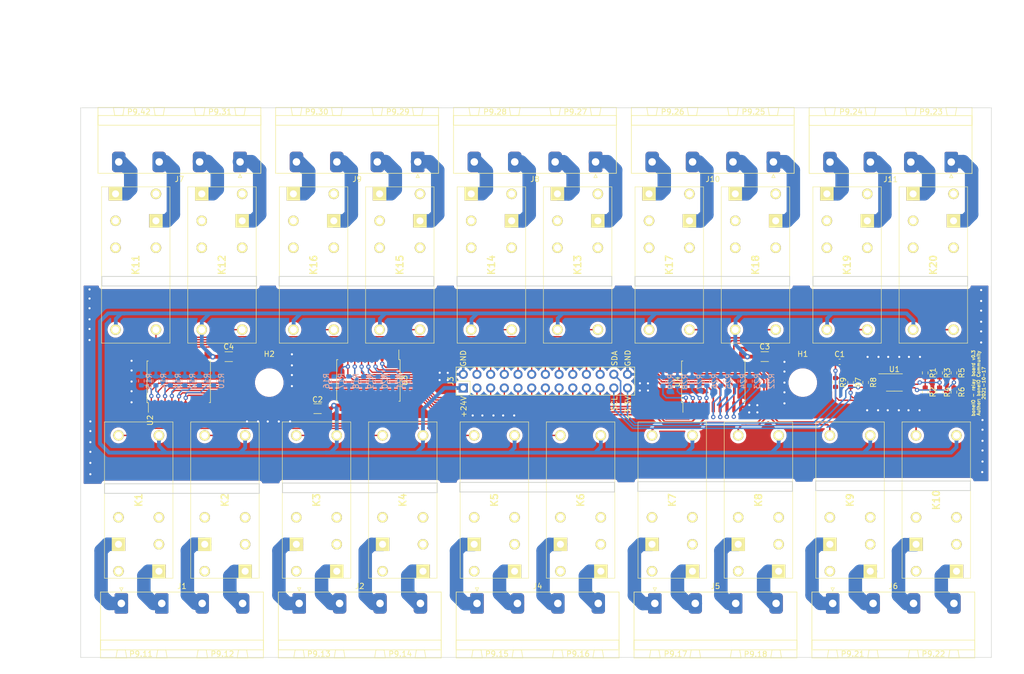
<source format=kicad_pcb>
(kicad_pcb (version 20171130) (host pcbnew "(5.1.10)-1")
  (layers (0 F.Cu signal) (31 B.Cu signal) (34 B.Paste user hide) (35 F.Paste user hide) (36 B.SilkS user) (37 F.SilkS user) (38 B.Mask user) (39 F.Mask user) (44 Edge.Cuts user))
  (net 0 "")
  (net 1 "Net-(J1-Pad1)")
  (net 2 "Net-(J1-Pad2)")
  (net 3 "Net-(J2-Pad1)")
  (net 4 "Net-(J2-Pad2)")
  (net 5 "Net-(J4-Pad2)")
  (net 6 "Net-(J4-Pad1)")
  (net 7 "Net-(J5-Pad2)")
  (net 8 "Net-(J5-Pad1)")
  (net 9 "Net-(J8-Pad2)")
  (net 10 "Net-(J8-Pad1)")
  (net 11 "Net-(J9-Pad2)")
  (net 12 "Net-(J9-Pad1)")
  (net 13 "Net-(J10-Pad2)")
  (net 14 "Net-(J10-Pad1)")
  (net 15 "Net-(J11-Pad2)")
  (net 16 "Net-(J11-Pad3)")
  (net 17 "Net-(J11-Pad4)")
  (net 18 GND)
  (net 19 "Net-(K1-Pad12)")
  (net 20 "Net-(K1-Pad21)")
  (net 21 "Net-(K1-Pad22)")
  (net 22 "Net-(K2-Pad22)")
  (net 23 "Net-(K2-Pad21)")
  (net 24 "Net-(K2-Pad12)")
  (net 25 "Net-(K3-Pad22)")
  (net 26 "Net-(K3-Pad21)")
  (net 27 "Net-(K3-Pad12)")
  (net 28 "Net-(K4-Pad12)")
  (net 29 "Net-(K4-Pad21)")
  (net 30 "Net-(K4-Pad22)")
  (net 31 "Net-(K5-Pad22)")
  (net 32 "Net-(K5-Pad21)")
  (net 33 "Net-(K5-Pad12)")
  (net 34 "Net-(K6-Pad22)")
  (net 35 "Net-(K6-Pad21)")
  (net 36 "Net-(K6-Pad12)")
  (net 37 "Net-(K7-Pad12)")
  (net 38 "Net-(K7-Pad21)")
  (net 39 "Net-(K7-Pad22)")
  (net 40 "Net-(K8-Pad12)")
  (net 41 "Net-(K8-Pad21)")
  (net 42 "Net-(K8-Pad22)")
  (net 43 "Net-(K9-Pad22)")
  (net 44 "Net-(K9-Pad21)")
  (net 45 "Net-(K9-Pad12)")
  (net 46 "Net-(K10-Pad12)")
  (net 47 "Net-(K10-Pad21)")
  (net 48 "Net-(K10-Pad22)")
  (net 49 "Net-(K11-Pad22)")
  (net 50 "Net-(K11-Pad21)")
  (net 51 "Net-(K11-Pad12)")
  (net 52 "Net-(K12-Pad22)")
  (net 53 "Net-(K12-Pad21)")
  (net 54 "Net-(K12-Pad12)")
  (net 55 "Net-(K13-Pad12)")
  (net 56 "Net-(K13-Pad21)")
  (net 57 "Net-(K13-Pad22)")
  (net 58 "Net-(K14-Pad22)")
  (net 59 "Net-(K14-Pad21)")
  (net 60 "Net-(K14-Pad12)")
  (net 61 "Net-(K15-Pad12)")
  (net 62 "Net-(K15-Pad21)")
  (net 63 "Net-(K15-Pad22)")
  (net 64 "Net-(K16-Pad22)")
  (net 65 "Net-(K16-Pad21)")
  (net 66 "Net-(K16-Pad12)")
  (net 67 "Net-(K17-Pad12)")
  (net 68 "Net-(K17-Pad21)")
  (net 69 "Net-(K17-Pad22)")
  (net 70 "Net-(K18-Pad22)")
  (net 71 "Net-(K18-Pad21)")
  (net 72 "Net-(K18-Pad12)")
  (net 73 "Net-(K19-Pad12)")
  (net 74 "Net-(K19-Pad21)")
  (net 75 "Net-(K19-Pad22)")
  (net 76 "Net-(K20-Pad12)")
  (net 77 "Net-(K20-Pad21)")
  (net 78 "Net-(K20-Pad22)")
  (net 79 "Net-(J5-Pad3)")
  (net 80 "Net-(J5-Pad4)")
  (net 81 "Net-(J11-Pad1)")
  (net 82 "Net-(J1-Pad3)")
  (net 83 "Net-(J1-Pad4)")
  (net 84 "Net-(J2-Pad4)")
  (net 85 "Net-(J2-Pad3)")
  (net 86 "Net-(K6-Pad14)")
  (net 87 "Net-(J4-Pad4)")
  (net 88 "Net-(J4-Pad3)")
  (net 89 "Net-(J6-Pad3)")
  (net 90 "Net-(J6-Pad4)")
  (net 91 "Net-(J8-Pad3)")
  (net 92 "Net-(J8-Pad4)")
  (net 93 "Net-(J9-Pad4)")
  (net 94 "Net-(J9-Pad3)")
  (net 95 "Net-(J10-Pad3)")
  (net 96 "Net-(J10-Pad4)")
  (net 97 "Net-(K8-Pad14)")
  (net 98 "Net-(K1-Pad14)")
  (net 99 "Net-(K2-Pad14)")
  (net 100 "Net-(K11-Pad14)")
  (net 101 "Net-(K12-Pad14)")
  (net 102 "Net-(K3-Pad14)")
  (net 103 "Net-(K4-Pad14)")
  (net 104 "Net-(K5-Pad14)")
  (net 105 "Net-(K7-Pad14)")
  (net 106 "Net-(K9-Pad14)")
  (net 107 "Net-(K10-Pad14)")
  (net 108 "Net-(K13-Pad14)")
  (net 109 "Net-(K14-Pad14)")
  (net 110 "Net-(K15-Pad14)")
  (net 111 "Net-(K16-Pad14)")
  (net 112 "Net-(K17-Pad14)")
  (net 113 "Net-(K18-Pad14)")
  (net 114 "Net-(K19-Pad14)")
  (net 115 "Net-(K20-Pad14)")
  (net 116 "Net-(J6-Pad1)")
  (net 117 "Net-(J6-Pad2)")
  (net 118 +3V3)
  (net 119 SDA)
  (net 120 SCL)
  (net 121 K20)
  (net 122 K10)
  (net 123 K19)
  (net 124 K9)
  (net 125 K18)
  (net 126 K8)
  (net 127 K17)
  (net 128 K7)
  (net 129 K16)
  (net 130 K6)
  (net 131 K15)
  (net 132 K5)
  (net 133 K14)
  (net 134 K4)
  (net 135 K13)
  (net 136 K3)
  (net 137 K12)
  (net 138 K2)
  (net 139 K11)
  (net 140 K1)
  (net 141 RELAY1)
  (net 142 RELAY2)
  (net 143 RELAY3)
  (net 144 RELAY4)
  (net 145 RELAY11)
  (net 146 RELAY12)
  (net 147 RELAY13)
  (net 148 RELAY14)
  (net 149 RELAY5)
  (net 150 RELAY6)
  (net 151 RELAY7)
  (net 152 RELAY8)
  (net 153 RELAY9)
  (net 154 RELAY10)
  (net 155 RELAY15)
  (net 156 RELAY16)
  (net 157 RELAY17)
  (net 158 RELAY18)
  (net 159 RELAY19)
  (net 160 RELAY20)
  (net 161 +24V)
  (net 162 "Net-(R1-Pad2)")
  (net 163 "Net-(R3-Pad2)")
  (net 164 "Net-(R5-Pad2)")
  (net 165 "Net-(R9-Pad2)")
  (net 166 "Net-(J7-Pad4)")
  (net 167 "Net-(J7-Pad3)")
  (net 168 "Net-(J7-Pad2)")
  (net 169 "Net-(J7-Pad1)")
  (net 170 "Net-(U2-Pad12)")
  (net 171 "Net-(U2-Pad11)")
  (net 172 "Net-(U2-Pad8)")
  (net 173 "Net-(U2-Pad7)")
  (net 174 "Net-(U3-Pad18)")
  (net 175 "Net-(U3-Pad17)")
  (net 176 "Net-(U3-Pad2)")
  (net 177 "Net-(U3-Pad1)")
  (module Capacitor_SMD:C_1206_3216Metric (layer F.Cu) (at 315.62 309.898)
    (fp_text reference C4 (at 0 -1.85) (layer F.SilkS))
    (fp_text value 4.7uF/50V)
    (pad 2 smd roundrect (at 1.475 0) (size 1.15 1.8) (layers F.Cu F.Paste F.Mask) (roundrect_rratio 0.217391) (net 18 GND))
    (pad 1 smd roundrect (at -1.475 0) (size 1.15 1.8) (layers F.Cu F.Paste F.Mask) (roundrect_rratio 0.217391) (net 161 +24V))
  )
  (module Capacitor_SMD:C_1206_3216Metric (layer F.Cu) (at 415.08 309.888)
    (fp_text reference C3 (at 0 -1.85) (layer F.SilkS))
    (fp_text value 4.7uF/50V)
    (pad 2 smd roundrect (at 1.475 0) (size 1.15 1.8) (layers F.Cu F.Paste F.Mask) (roundrect_rratio 0.217391) (net 18 GND))
    (pad 1 smd roundrect (at -1.475 0) (size 1.15 1.8) (layers F.Cu F.Paste F.Mask) (roundrect_rratio 0.217391) (net 161 +24V))
  )
  (module Capacitor_SMD:C_1206_3216Metric (layer F.Cu) (at 332.105 319.548 180)
    (fp_text reference C2 (at 0 1.69) (layer F.SilkS))
    (fp_text value 4.7uF/50V)
    (pad 2 smd roundrect (at 1.475 0 180) (size 1.15 1.8) (layers F.Cu F.Paste F.Mask) (roundrect_rratio 0.217391) (net 18 GND))
    (pad 1 smd roundrect (at -1.475 0 180) (size 1.15 1.8) (layers F.Cu F.Paste F.Mask) (roundrect_rratio 0.217391) (net 161 +24V))
  )
  (module Capacitor_SMD:C_0603_1608Metric (layer F.Cu) (at 428.98 310.868)
    (fp_text reference C1 (at 0 -1.43) (layer F.SilkS))
    (fp_text value 100n)
    (pad 2 smd roundrect (at 0.775 0) (size 0.9 0.95) (layers F.Cu F.Paste F.Mask) (net 18 GND))
    (pad 1 smd roundrect (at -0.775 0) (size 0.9 0.95) (layers F.Cu F.Paste F.Mask) (net 118 +3V3))
  )
  (module Resistor_SMD:R_0603_1608Metric (layer B.Cu) (at 396.2 314.513 90)
    (fp_text reference R29 (at 0 1.43 90) (layer B.SilkS) (effects (justify mirror)))
    (fp_text value 10k)
    (pad 2 smd roundrect (at 0.825 0 90) (size 0.8 0.95) (layers B.Cu B.Paste B.Mask) (net 18 GND))
    (pad 1 smd roundrect (at -0.825 0 90) (size 0.8 0.95) (layers B.Cu B.Paste B.Mask) (net 122 K10))
  )
  (module Resistor_SMD:R_0603_1608Metric (layer B.Cu) (at 398.88 314.528 90)
    (fp_text reference R28 (at 0 1.43 90) (layer B.SilkS) (effects (justify mirror)))
    (fp_text value 10k)
    (pad 2 smd roundrect (at 0.825 0 90) (size 0.8 0.95) (layers B.Cu B.Paste B.Mask) (net 18 GND))
    (pad 1 smd roundrect (at -0.825 0 90) (size 0.8 0.95) (layers B.Cu B.Paste B.Mask) (net 124 K9))
  )
  (module Resistor_SMD:R_0603_1608Metric (layer B.Cu) (at 401.6 314.543 90)
    (fp_text reference R27 (at 0 1.43 90) (layer B.SilkS) (effects (justify mirror)))
    (fp_text value 10k)
    (pad 2 smd roundrect (at 0.825 0 90) (size 0.8 0.95) (layers B.Cu B.Paste B.Mask) (net 18 GND))
    (pad 1 smd roundrect (at -0.825 0 90) (size 0.8 0.95) (layers B.Cu B.Paste B.Mask) (net 126 K8))
  )
  (module Resistor_SMD:R_0603_1608Metric (layer B.Cu) (at 404.34 314.448 90)
    (fp_text reference R26 (at 0 1.43 90) (layer B.SilkS) (effects (justify mirror)))
    (fp_text value 10k)
    (pad 2 smd roundrect (at 0.825 0 90) (size 0.8 0.95) (layers B.Cu B.Paste B.Mask) (net 18 GND))
    (pad 1 smd roundrect (at -0.825 0 90) (size 0.8 0.95) (layers B.Cu B.Paste B.Mask) (net 128 K7))
  )
  (module Resistor_SMD:R_0603_1608Metric (layer B.Cu) (at 406.94 314.448 90)
    (fp_text reference R25 (at 0 1.43 90) (layer B.SilkS) (effects (justify mirror)))
    (fp_text value 10k)
    (pad 2 smd roundrect (at 0.825 0 90) (size 0.8 0.95) (layers B.Cu B.Paste B.Mask) (net 18 GND))
    (pad 1 smd roundrect (at -0.825 0 90) (size 0.8 0.95) (layers B.Cu B.Paste B.Mask) (net 121 K20))
  )
  (module Resistor_SMD:R_0603_1608Metric (layer B.Cu) (at 409.62 314.448 90)
    (fp_text reference R24 (at 0 1.43 90) (layer B.SilkS) (effects (justify mirror)))
    (fp_text value 10k)
    (pad 2 smd roundrect (at 0.825 0 90) (size 0.8 0.95) (layers B.Cu B.Paste B.Mask) (net 18 GND))
    (pad 1 smd roundrect (at -0.825 0 90) (size 0.8 0.95) (layers B.Cu B.Paste B.Mask) (net 123 K19))
  )
  (module Resistor_SMD:R_0603_1608Metric (layer B.Cu) (at 412.25 314.448 90)
    (fp_text reference R23 (at 0 1.43 90) (layer B.SilkS) (effects (justify mirror)))
    (fp_text value 10k)
    (pad 2 smd roundrect (at 0.825 0 90) (size 0.8 0.95) (layers B.Cu B.Paste B.Mask) (net 18 GND))
    (pad 1 smd roundrect (at -0.825 0 90) (size 0.8 0.95) (layers B.Cu B.Paste B.Mask) (net 125 K18))
  )
  (module Resistor_SMD:R_0603_1608Metric (layer B.Cu) (at 414.92 314.448 90)
    (fp_text reference R22 (at 0 1.43 90) (layer B.SilkS) (effects (justify mirror)))
    (fp_text value 10k)
    (pad 2 smd roundrect (at 0.825 0 90) (size 0.8 0.95) (layers B.Cu B.Paste B.Mask) (net 18 GND))
    (pad 1 smd roundrect (at -0.825 0 90) (size 0.8 0.95) (layers B.Cu B.Paste B.Mask) (net 127 K17))
  )
  (module Resistor_SMD:R_0603_1608Metric (layer B.Cu) (at 348.78 314.418 270)
    (fp_text reference R21 (at 0 1.43 90) (layer B.SilkS) (effects (justify mirror)))
    (fp_text value 10k)
    (pad 2 smd roundrect (at 0.825 0 270) (size 0.8 0.95) (layers B.Cu B.Paste B.Mask) (net 18 GND))
    (pad 1 smd roundrect (at -0.825 0 270) (size 0.8 0.95) (layers B.Cu B.Paste B.Mask) (net 129 K16))
  )
  (module Resistor_SMD:R_0603_1608Metric (layer B.Cu) (at 346.04 314.418 270)
    (fp_text reference R20 (at 0 1.43 90) (layer B.SilkS) (effects (justify mirror)))
    (fp_text value 10k)
    (pad 2 smd roundrect (at 0.825 0 270) (size 0.8 0.95) (layers B.Cu B.Paste B.Mask) (net 18 GND))
    (pad 1 smd roundrect (at -0.825 0 270) (size 0.8 0.95) (layers B.Cu B.Paste B.Mask) (net 131 K15))
  )
  (module Resistor_SMD:R_0603_1608Metric (layer B.Cu) (at 343.35 314.423 270)
    (fp_text reference R19 (at 0 1.43 90) (layer B.SilkS) (effects (justify mirror)))
    (fp_text value 10k)
    (pad 2 smd roundrect (at 0.825 0 270) (size 0.8 0.95) (layers B.Cu B.Paste B.Mask) (net 18 GND))
    (pad 1 smd roundrect (at -0.825 0 270) (size 0.8 0.95) (layers B.Cu B.Paste B.Mask) (net 133 K14))
  )
  (module Resistor_SMD:R_0603_1608Metric (layer B.Cu) (at 340.66 314.418 270)
    (fp_text reference R18 (at 0 1.43 90) (layer B.SilkS) (effects (justify mirror)))
    (fp_text value 10k)
    (pad 2 smd roundrect (at 0.825 0 270) (size 0.8 0.95) (layers B.Cu B.Paste B.Mask) (net 18 GND))
    (pad 1 smd roundrect (at -0.825 0 270) (size 0.8 0.95) (layers B.Cu B.Paste B.Mask) (net 135 K13))
  )
  (module Resistor_SMD:R_0603_1608Metric (layer B.Cu) (at 337.9 314.383 270)
    (fp_text reference R17 (at 0 1.43 90) (layer B.SilkS) (effects (justify mirror)))
    (fp_text value 10k)
    (pad 2 smd roundrect (at 0.825 0 270) (size 0.8 0.95) (layers B.Cu B.Paste B.Mask) (net 18 GND))
    (pad 1 smd roundrect (at -0.825 0 270) (size 0.8 0.95) (layers B.Cu B.Paste B.Mask) (net 137 K12))
  )
  (module Resistor_SMD:R_0603_1608Metric (layer B.Cu) (at 335.17 314.398 270)
    (fp_text reference R16 (at 0 1.43 90) (layer B.SilkS) (effects (justify mirror)))
    (fp_text value 10k)
    (pad 2 smd roundrect (at 0.825 0 270) (size 0.8 0.95) (layers B.Cu B.Paste B.Mask) (net 18 GND))
    (pad 1 smd roundrect (at -0.825 0 270) (size 0.8 0.95) (layers B.Cu B.Paste B.Mask) (net 139 K11))
  )
  (module Resistor_SMD:R_0603_1608Metric (layer B.Cu) (at 299.41 314.388 90)
    (fp_text reference R15 (at 0 1.43 90) (layer B.SilkS) (effects (justify mirror)))
    (fp_text value 10k)
    (pad 2 smd roundrect (at 0.825 0 90) (size 0.8 0.95) (layers B.Cu B.Paste B.Mask) (net 18 GND))
    (pad 1 smd roundrect (at -0.825 0 90) (size 0.8 0.95) (layers B.Cu B.Paste B.Mask) (net 140 K1))
  )
  (module Resistor_SMD:R_0603_1608Metric (layer B.Cu) (at 302.1 314.388 90)
    (fp_text reference R14 (at 0 1.43 90) (layer B.SilkS) (effects (justify mirror)))
    (fp_text value 10k)
    (pad 2 smd roundrect (at 0.825 0 90) (size 0.8 0.95) (layers B.Cu B.Paste B.Mask) (net 18 GND))
    (pad 1 smd roundrect (at -0.825 0 90) (size 0.8 0.95) (layers B.Cu B.Paste B.Mask) (net 138 K2))
  )
  (module Resistor_SMD:R_0603_1608Metric (layer B.Cu) (at 304.79 314.388 90)
    (fp_text reference R13 (at 0 1.43 90) (layer B.SilkS) (effects (justify mirror)))
    (fp_text value 10k)
    (pad 2 smd roundrect (at 0.825 0 90) (size 0.8 0.95) (layers B.Cu B.Paste B.Mask) (net 18 GND))
    (pad 1 smd roundrect (at -0.825 0 90) (size 0.8 0.95) (layers B.Cu B.Paste B.Mask) (net 136 K3))
  )
  (module Resistor_SMD:R_0603_1608Metric (layer B.Cu) (at 307.48 314.388 90)
    (fp_text reference R12 (at 0 1.43 90) (layer B.SilkS) (effects (justify mirror)))
    (fp_text value 10k)
    (pad 2 smd roundrect (at 0.825 0 90) (size 0.8 0.95) (layers B.Cu B.Paste B.Mask) (net 18 GND))
    (pad 1 smd roundrect (at -0.825 0 90) (size 0.8 0.95) (layers B.Cu B.Paste B.Mask) (net 134 K4))
  )
  (module Resistor_SMD:R_0603_1608Metric (layer B.Cu) (at 310.17 314.388 90)
    (fp_text reference R11 (at 0 1.43 90) (layer B.SilkS) (effects (justify mirror)))
    (fp_text value 10k)
    (pad 2 smd roundrect (at 0.825 0 90) (size 0.8 0.95) (layers B.Cu B.Paste B.Mask) (net 18 GND))
    (pad 1 smd roundrect (at -0.825 0 90) (size 0.8 0.95) (layers B.Cu B.Paste B.Mask) (net 132 K5))
  )
  (module Resistor_SMD:R_0603_1608Metric (layer B.Cu) (at 312.81 314.388 90)
    (fp_text reference R10 (at 0 1.43 90) (layer B.SilkS) (effects (justify mirror)))
    (fp_text value 10k)
    (pad 2 smd roundrect (at 0.825 0 90) (size 0.8 0.95) (layers B.Cu B.Paste B.Mask) (net 18 GND))
    (pad 1 smd roundrect (at -0.825 0 90) (size 0.8 0.95) (layers B.Cu B.Paste B.Mask) (net 130 K6))
  )
  (module Package_SO:MSOP-8_3x3mm_P0.65mm (layer F.Cu) (at 439.143 314.683)
    (fp_text reference U1 (at 0 -2.45) (layer F.SilkS))
    (fp_text value MCP9808_MSOP)
    (pad 8 smd roundrect (at 2.1125 -0.975) (size 1.625 0.4) (layers F.Cu F.Paste F.Mask) (net 118 +3V3))
    (pad 7 smd roundrect (at 2.1125 -0.325) (size 1.625 0.4) (layers F.Cu F.Paste F.Mask) (net 162 "Net-(R1-Pad2)"))
    (pad 6 smd roundrect (at 2.1125 0.325) (size 1.625 0.4) (layers F.Cu F.Paste F.Mask) (net 163 "Net-(R3-Pad2)"))
    (pad 5 smd roundrect (at 2.1125 0.975) (size 1.625 0.4) (layers F.Cu F.Paste F.Mask) (net 164 "Net-(R5-Pad2)"))
    (pad 4 smd roundrect (at -2.1125 0.975) (size 1.625 0.4) (layers F.Cu F.Paste F.Mask) (net 18 GND))
    (pad 3 smd roundrect (at -2.1125 0.325) (size 1.625 0.4) (layers F.Cu F.Paste F.Mask) (net 165 "Net-(R9-Pad2)"))
    (pad 2 smd roundrect (at -2.1125 -0.325) (size 1.625 0.4) (layers F.Cu F.Paste F.Mask) (net 120 SCL))
    (pad 1 smd roundrect (at -2.1125 -0.975) (size 1.625 0.4) (layers F.Cu F.Paste F.Mask) (net 119 SDA))
  )
  (module Resistor_SMD:R_0603_1608Metric (layer F.Cu) (at 428.221 314.683 270)
    (fp_text reference R9 (at 0 -1.43 90) (layer F.SilkS))
    (fp_text value 4.7k)
    (pad 2 smd roundrect (at 0.825 0 270) (size 0.8 0.95) (layers F.Cu F.Paste F.Mask) (net 165 "Net-(R9-Pad2)"))
    (pad 1 smd roundrect (at -0.825 0 270) (size 0.8 0.95) (layers F.Cu F.Paste F.Mask) (net 118 +3V3))
  )
  (module Resistor_SMD:R_0603_1608Metric (layer F.Cu) (at 433.809 314.683 270)
    (fp_text reference R8 (at 0 -1.43 90) (layer F.SilkS))
    (fp_text value 4.7k)
    (pad 2 smd roundrect (at 0.825 0 270) (size 0.8 0.95) (layers F.Cu F.Paste F.Mask) (net 119 SDA))
    (pad 1 smd roundrect (at -0.825 0 270) (size 0.8 0.95) (layers F.Cu F.Paste F.Mask) (net 118 +3V3))
  )
  (module Resistor_SMD:R_0603_1608Metric (layer F.Cu) (at 431.015 314.683 270)
    (fp_text reference R7 (at 0 -1.43 90) (layer F.SilkS))
    (fp_text value 4.7k)
    (pad 2 smd roundrect (at 0.825 0 270) (size 0.8 0.95) (layers F.Cu F.Paste F.Mask) (net 120 SCL))
    (pad 1 smd roundrect (at -0.825 0 270) (size 0.8 0.95) (layers F.Cu F.Paste F.Mask) (net 118 +3V3))
  )
  (module Resistor_SMD:R_0603_1608Metric (layer F.Cu) (at 450.192 316.461 270)
    (fp_text reference R6 (at 0 -1.43 90) (layer F.SilkS))
    (fp_text value 0k)
    (pad 2 smd roundrect (at 0.825 0 270) (size 0.8 0.95) (layers F.Cu F.Paste F.Mask) (net 18 GND))
    (pad 1 smd roundrect (at -0.825 0 270) (size 0.8 0.95) (layers F.Cu F.Paste F.Mask) (net 164 "Net-(R5-Pad2)"))
  )
  (module Resistor_SMD:R_0603_1608Metric (layer F.Cu) (at 450.192 312.905 270)
    (fp_text reference R5 (at 0 -1.43 90) (layer F.SilkS))
    (fp_text value 0k)
    (pad 2 smd roundrect (at 0.825 0 270) (size 0.8 0.95) (layers F.Cu F.Paste F.Mask) (net 164 "Net-(R5-Pad2)"))
    (pad 1 smd roundrect (at -0.825 0 270) (size 0.8 0.95) (layers F.Cu F.Paste F.Mask) (net 118 +3V3))
  )
  (module Resistor_SMD:R_0603_1608Metric (layer F.Cu) (at 447.525 316.461 270)
    (fp_text reference R4 (at 0 -1.43 90) (layer F.SilkS))
    (fp_text value 0k)
    (pad 2 smd roundrect (at 0.825 0 270) (size 0.8 0.95) (layers F.Cu F.Paste F.Mask) (net 18 GND))
    (pad 1 smd roundrect (at -0.825 0 270) (size 0.8 0.95) (layers F.Cu F.Paste F.Mask) (net 163 "Net-(R3-Pad2)"))
  )
  (module Resistor_SMD:R_0603_1608Metric (layer F.Cu) (at 447.525 312.905 270)
    (fp_text reference R3 (at 0 -1.43 90) (layer F.SilkS))
    (fp_text value 0k)
    (pad 2 smd roundrect (at 0.825 0 270) (size 0.8 0.95) (layers F.Cu F.Paste F.Mask) (net 163 "Net-(R3-Pad2)"))
    (pad 1 smd roundrect (at -0.825 0 270) (size 0.8 0.95) (layers F.Cu F.Paste F.Mask) (net 118 +3V3))
  )
  (module Resistor_SMD:R_0603_1608Metric (layer F.Cu) (at 444.858 316.461 270)
    (fp_text reference R2 (at 0 -1.43 90) (layer F.SilkS))
    (fp_text value 0k)
    (pad 2 smd roundrect (at 0.825 0 270) (size 0.8 0.95) (layers F.Cu F.Paste F.Mask) (net 18 GND))
    (pad 1 smd roundrect (at -0.825 0 270) (size 0.8 0.95) (layers F.Cu F.Paste F.Mask) (net 162 "Net-(R1-Pad2)"))
  )
  (module Resistor_SMD:R_0603_1608Metric (layer F.Cu) (at 444.858 312.905 270)
    (fp_text reference R1 (at 0 -1.43 90) (layer F.SilkS))
    (fp_text value 0k)
    (pad 2 smd roundrect (at 0.825 0 270) (size 0.8 0.95) (layers F.Cu F.Paste F.Mask) (net 162 "Net-(R1-Pad2)"))
    (pad 1 smd roundrect (at -0.825 0 270) (size 0.8 0.95) (layers F.Cu F.Paste F.Mask) (net 118 +3V3))
  )
  (module MountingHole:MountingHole_4.3mm_M4 (layer F.Cu) (at 323.14 314.708)
    (fp_text reference H2 (at 0 -5.3) (layer F.SilkS))
    (fp_text value MountingHole)
    (pad 1 np_thru_hole circle (at 0 0) (size 4.3 4.3) (drill 4.3) (layers *.Cu *.Mask))
  )
  (module RM85-2011-35-1005:RM852011351005 (layer F.Cu) (at 295.165 344.708 270)
    (fp_text reference K1 (at -8.2 -3.75 90) (layer F.SilkS) (effects (font (size 1.27 1.27) (thickness 0.254))))
    (fp_text value RM85-2011-35-1005 hide)
    (pad A2 thru_hole circle (at -20.2 -7.5) (size 1.95 1.95) (drill 1.3) (layers *.Cu *.Mask F.SilkS) (net 161 +24V))
    (pad A1 thru_hole circle (at -20.2 0) (size 1.95 1.95) (drill 1.3) (layers *.Cu *.Mask F.SilkS) (net 141 RELAY1))
    (pad 24 thru_hole rect (at 5 -7.5) (size 2.5 2.5) (drill 1.3) (layers *.Cu *.Mask F.SilkS) (net 2 "Net-(J1-Pad2)"))
    (pad 22 thru_hole circle (at -5 -7.5) (size 1.95 1.95) (drill 1.3) (layers *.Cu *.Mask F.SilkS) (net 21 "Net-(K1-Pad22)"))
    (pad 21 thru_hole circle (at 0 -7.5) (size 1.95 1.95) (drill 1.3) (layers *.Cu *.Mask F.SilkS) (net 20 "Net-(K1-Pad21)"))
    (pad 14 thru_hole circle (at 5 0) (size 1.95 1.95) (drill 1.3) (layers *.Cu *.Mask F.SilkS) (net 98 "Net-(K1-Pad14)"))
    (pad 12 thru_hole circle (at -5 0) (size 1.95 1.95) (drill 1.3) (layers *.Cu *.Mask F.SilkS) (net 19 "Net-(K1-Pad12)"))
    (pad 11 thru_hole rect (at 0 0) (size 2.5 2.5) (drill 1.3) (layers *.Cu *.Mask F.SilkS) (net 1 "Net-(J1-Pad1)"))
  )
  (module Connector_PinHeader_2.54mm:PinHeader_2x13_P2.54mm_Vertical (layer F.Cu) (at 359.14 315.708 90)
    (fp_text reference J3 (at 1.27 -2.33 90) (layer F.SilkS))
    (fp_text value Conn_02x13_Odd_Even)
    (pad 26 thru_hole oval (at 2.54 30.48 90) (size 1.7 1.7) (drill 1) (layers *.Cu *.Mask) (net 18 GND))
    (pad 25 thru_hole oval (at 0 30.48 90) (size 1.7 1.7) (drill 1) (layers *.Cu *.Mask) (net 118 +3V3))
    (pad 24 thru_hole oval (at 2.54 27.94 90) (size 1.7 1.7) (drill 1) (layers *.Cu *.Mask) (net 119 SDA))
    (pad 23 thru_hole oval (at 0 27.94 90) (size 1.7 1.7) (drill 1) (layers *.Cu *.Mask) (net 120 SCL))
    (pad 22 thru_hole oval (at 2.54 25.4 90) (size 1.7 1.7) (drill 1) (layers *.Cu *.Mask) (net 121 K20))
    (pad 21 thru_hole oval (at 0 25.4 90) (size 1.7 1.7) (drill 1) (layers *.Cu *.Mask) (net 122 K10))
    (pad 20 thru_hole oval (at 2.54 22.86 90) (size 1.7 1.7) (drill 1) (layers *.Cu *.Mask) (net 123 K19))
    (pad 19 thru_hole oval (at 0 22.86 90) (size 1.7 1.7) (drill 1) (layers *.Cu *.Mask) (net 124 K9))
    (pad 18 thru_hole oval (at 2.54 20.32 90) (size 1.7 1.7) (drill 1) (layers *.Cu *.Mask) (net 125 K18))
    (pad 17 thru_hole oval (at 0 20.32 90) (size 1.7 1.7) (drill 1) (layers *.Cu *.Mask) (net 126 K8))
    (pad 16 thru_hole oval (at 2.54 17.78 90) (size 1.7 1.7) (drill 1) (layers *.Cu *.Mask) (net 127 K17))
    (pad 15 thru_hole oval (at 0 17.78 90) (size 1.7 1.7) (drill 1) (layers *.Cu *.Mask) (net 128 K7))
    (pad 14 thru_hole oval (at 2.54 15.24 90) (size 1.7 1.7) (drill 1) (layers *.Cu *.Mask) (net 129 K16))
    (pad 13 thru_hole oval (at 0 15.24 90) (size 1.7 1.7) (drill 1) (layers *.Cu *.Mask) (net 130 K6))
    (pad 12 thru_hole oval (at 2.54 12.7 90) (size 1.7 1.7) (drill 1) (layers *.Cu *.Mask) (net 131 K15))
    (pad 11 thru_hole oval (at 0 12.7 90) (size 1.7 1.7) (drill 1) (layers *.Cu *.Mask) (net 132 K5))
    (pad 10 thru_hole oval (at 2.54 10.16 90) (size 1.7 1.7) (drill 1) (layers *.Cu *.Mask) (net 133 K14))
    (pad 9 thru_hole oval (at 0 10.16 90) (size 1.7 1.7) (drill 1) (layers *.Cu *.Mask) (net 134 K4))
    (pad 8 thru_hole oval (at 2.54 7.62 90) (size 1.7 1.7) (drill 1) (layers *.Cu *.Mask) (net 135 K13))
    (pad 7 thru_hole oval (at 0 7.62 90) (size 1.7 1.7) (drill 1) (layers *.Cu *.Mask) (net 136 K3))
    (pad 6 thru_hole oval (at 2.54 5.08 90) (size 1.7 1.7) (drill 1) (layers *.Cu *.Mask) (net 137 K12))
    (pad 5 thru_hole oval (at 0 5.08 90) (size 1.7 1.7) (drill 1) (layers *.Cu *.Mask) (net 138 K2))
    (pad 4 thru_hole oval (at 2.54 2.54 90) (size 1.7 1.7) (drill 1) (layers *.Cu *.Mask) (net 139 K11))
    (pad 3 thru_hole oval (at 0 2.54 90) (size 1.7 1.7) (drill 1) (layers *.Cu *.Mask) (net 140 K1))
    (pad 2 thru_hole oval (at 2.54 0 90) (size 1.7 1.7) (drill 1) (layers *.Cu *.Mask) (net 18 GND))
    (pad 1 thru_hole rect (at 0 0 90) (size 1.7 1.7) (drill 1) (layers *.Cu *.Mask) (net 161 +24V))
  )
  (module RM85-2011-35-1005:RM852011351005 (layer F.Cu) (at 311.165 344.708 270)
    (fp_text reference K2 (at -8.2 -3.75 90) (layer F.SilkS) (effects (font (size 1.27 1.27) (thickness 0.254))))
    (fp_text value RM85-2011-35-1005 hide)
    (pad A2 thru_hole circle (at -20.2 -7.5) (size 1.95 1.95) (drill 1.3) (layers *.Cu *.Mask F.SilkS) (net 161 +24V))
    (pad A1 thru_hole circle (at -20.2 0) (size 1.95 1.95) (drill 1.3) (layers *.Cu *.Mask F.SilkS) (net 142 RELAY2))
    (pad 24 thru_hole rect (at 5 -7.5) (size 2.5 2.5) (drill 1.3) (layers *.Cu *.Mask F.SilkS) (net 83 "Net-(J1-Pad4)"))
    (pad 22 thru_hole circle (at -5 -7.5) (size 1.95 1.95) (drill 1.3) (layers *.Cu *.Mask F.SilkS) (net 22 "Net-(K2-Pad22)"))
    (pad 21 thru_hole circle (at 0 -7.5) (size 1.95 1.95) (drill 1.3) (layers *.Cu *.Mask F.SilkS) (net 23 "Net-(K2-Pad21)"))
    (pad 14 thru_hole circle (at 5 0) (size 1.95 1.95) (drill 1.3) (layers *.Cu *.Mask F.SilkS) (net 99 "Net-(K2-Pad14)"))
    (pad 12 thru_hole circle (at -5 0) (size 1.95 1.95) (drill 1.3) (layers *.Cu *.Mask F.SilkS) (net 24 "Net-(K2-Pad12)"))
    (pad 11 thru_hole rect (at 0 0) (size 2.5 2.5) (drill 1.3) (layers *.Cu *.Mask F.SilkS) (net 82 "Net-(J1-Pad3)"))
  )
  (module RM85-2011-35-1005:RM852011351005 (layer F.Cu) (at 417.115 284.683 90)
    (fp_text reference K18 (at -8.2 -3.75 90) (layer F.SilkS) (effects (font (size 1.27 1.27) (thickness 0.254))))
    (fp_text value RM85-2011-35-1005 hide)
    (pad A2 thru_hole circle (at -20.2 -7.5 180) (size 1.95 1.95) (drill 1.3) (layers *.Cu *.Mask F.SilkS) (net 161 +24V))
    (pad A1 thru_hole circle (at -20.2 0 180) (size 1.95 1.95) (drill 1.3) (layers *.Cu *.Mask F.SilkS) (net 158 RELAY18))
    (pad 24 thru_hole trapezoid (at 5 -7.5 180) (size 2.5 2.5) (drill 1.3) (layers *.Cu *.Mask F.SilkS) (net 13 "Net-(J10-Pad2)"))
    (pad 22 thru_hole circle (at -5 -7.5 180) (size 1.95 1.95) (drill 1.3) (layers *.Cu *.Mask F.SilkS) (net 70 "Net-(K18-Pad22)"))
    (pad 21 thru_hole circle (at 0 -7.5 180) (size 1.95 1.95) (drill 1.3) (layers *.Cu *.Mask F.SilkS) (net 71 "Net-(K18-Pad21)"))
    (pad 14 thru_hole circle (at 5 0 180) (size 1.95 1.95) (drill 1.3) (layers *.Cu *.Mask F.SilkS) (net 113 "Net-(K18-Pad14)"))
    (pad 12 thru_hole circle (at -5 0 180) (size 1.95 1.95) (drill 1.3) (layers *.Cu *.Mask F.SilkS) (net 72 "Net-(K18-Pad12)"))
    (pad 11 thru_hole trapezoid (at 0 0 180) (size 2.5 2.5) (drill 1.3) (layers *.Cu *.Mask F.SilkS) (net 14 "Net-(J10-Pad1)"))
  )
  (module Package_SO:SOIC-18W_7.5x11.6mm_P1.27mm (layer F.Cu) (at 405.54 314.558 90)
    (fp_text reference U4 (at 0 -6.72 90) (layer F.SilkS))
    (fp_text value ULN2803A)
    (pad 18 smd roundrect (at 4.65 -5.08 90) (size 2.05 0.6) (layers F.Cu F.Paste F.Mask) (net 151 RELAY7))
    (pad 17 smd roundrect (at 4.65 -3.81 90) (size 2.05 0.6) (layers F.Cu F.Paste F.Mask) (net 152 RELAY8))
    (pad 16 smd roundrect (at 4.65 -2.54 90) (size 2.05 0.6) (layers F.Cu F.Paste F.Mask) (net 153 RELAY9))
    (pad 15 smd roundrect (at 4.65 -1.27 90) (size 2.05 0.6) (layers F.Cu F.Paste F.Mask) (net 154 RELAY10))
    (pad 14 smd roundrect (at 4.65 0 90) (size 2.05 0.6) (layers F.Cu F.Paste F.Mask) (net 157 RELAY17))
    (pad 13 smd roundrect (at 4.65 1.27 90) (size 2.05 0.6) (layers F.Cu F.Paste F.Mask) (net 158 RELAY18))
    (pad 12 smd roundrect (at 4.65 2.54 90) (size 2.05 0.6) (layers F.Cu F.Paste F.Mask) (net 159 RELAY19))
    (pad 11 smd roundrect (at 4.65 3.81 90) (size 2.05 0.6) (layers F.Cu F.Paste F.Mask) (net 160 RELAY20))
    (pad 10 smd roundrect (at 4.65 5.08 90) (size 2.05 0.6) (layers F.Cu F.Paste F.Mask) (net 161 +24V))
    (pad 9 smd roundrect (at -4.65 5.08 90) (size 2.05 0.6) (layers F.Cu F.Paste F.Mask) (net 18 GND))
    (pad 8 smd roundrect (at -4.65 3.81 90) (size 2.05 0.6) (layers F.Cu F.Paste F.Mask) (net 127 K17))
    (pad 7 smd roundrect (at -4.65 2.54 90) (size 2.05 0.6) (layers F.Cu F.Paste F.Mask) (net 125 K18))
    (pad 6 smd roundrect (at -4.65 1.27 90) (size 2.05 0.6) (layers F.Cu F.Paste F.Mask) (net 123 K19))
    (pad 5 smd roundrect (at -4.65 0 90) (size 2.05 0.6) (layers F.Cu F.Paste F.Mask) (net 121 K20))
    (pad 4 smd roundrect (at -4.65 -1.27 90) (size 2.05 0.6) (layers F.Cu F.Paste F.Mask) (net 128 K7))
    (pad 3 smd roundrect (at -4.65 -2.54 90) (size 2.05 0.6) (layers F.Cu F.Paste F.Mask) (net 126 K8))
    (pad 2 smd roundrect (at -4.65 -3.81 90) (size 2.05 0.6) (layers F.Cu F.Paste F.Mask) (net 124 K9))
    (pad 1 smd roundrect (at -4.65 -5.08 90) (size 2.05 0.6) (layers F.Cu F.Paste F.Mask) (net 122 K10))
  )
  (module Package_SO:SOIC-18W_7.5x11.6mm_P1.27mm (layer F.Cu) (at 341.54 314.308 270)
    (fp_text reference U3 (at 0 -6.72 90) (layer F.SilkS))
    (fp_text value ULN2803A)
    (pad 18 smd roundrect (at 4.65 -5.08 270) (size 2.05 0.6) (layers F.Cu F.Paste F.Mask) (net 174 "Net-(U3-Pad18)"))
    (pad 17 smd roundrect (at 4.65 -3.81 270) (size 2.05 0.6) (layers F.Cu F.Paste F.Mask) (net 175 "Net-(U3-Pad17)"))
    (pad 16 smd roundrect (at 4.65 -2.54 270) (size 2.05 0.6) (layers F.Cu F.Paste F.Mask) (net 150 RELAY6))
    (pad 15 smd roundrect (at 4.65 -1.27 270) (size 2.05 0.6) (layers F.Cu F.Paste F.Mask) (net 149 RELAY5))
    (pad 14 smd roundrect (at 4.65 0 270) (size 2.05 0.6) (layers F.Cu F.Paste F.Mask) (net 144 RELAY4))
    (pad 13 smd roundrect (at 4.65 1.27 270) (size 2.05 0.6) (layers F.Cu F.Paste F.Mask) (net 143 RELAY3))
    (pad 12 smd roundrect (at 4.65 2.54 270) (size 2.05 0.6) (layers F.Cu F.Paste F.Mask) (net 142 RELAY2))
    (pad 11 smd roundrect (at 4.65 3.81 270) (size 2.05 0.6) (layers F.Cu F.Paste F.Mask) (net 141 RELAY1))
    (pad 10 smd roundrect (at 4.65 5.08 270) (size 2.05 0.6) (layers F.Cu F.Paste F.Mask) (net 161 +24V))
    (pad 9 smd roundrect (at -4.65 5.08 270) (size 2.05 0.6) (layers F.Cu F.Paste F.Mask) (net 18 GND))
    (pad 8 smd roundrect (at -4.65 3.81 270) (size 2.05 0.6) (layers F.Cu F.Paste F.Mask) (net 139 K11))
    (pad 7 smd roundrect (at -4.65 2.54 270) (size 2.05 0.6) (layers F.Cu F.Paste F.Mask) (net 137 K12))
    (pad 6 smd roundrect (at -4.65 1.27 270) (size 2.05 0.6) (layers F.Cu F.Paste F.Mask) (net 135 K13))
    (pad 5 smd roundrect (at -4.65 0 270) (size 2.05 0.6) (layers F.Cu F.Paste F.Mask) (net 133 K14))
    (pad 4 smd roundrect (at -4.65 -1.27 270) (size 2.05 0.6) (layers F.Cu F.Paste F.Mask) (net 131 K15))
    (pad 3 smd roundrect (at -4.65 -2.54 270) (size 2.05 0.6) (layers F.Cu F.Paste F.Mask) (net 129 K16))
    (pad 2 smd roundrect (at -4.65 -3.81 270) (size 2.05 0.6) (layers F.Cu F.Paste F.Mask) (net 176 "Net-(U3-Pad2)"))
    (pad 1 smd roundrect (at -4.65 -5.08 270) (size 2.05 0.6) (layers F.Cu F.Paste F.Mask) (net 177 "Net-(U3-Pad1)"))
  )
  (module Package_SO:SOIC-18W_7.5x11.6mm_P1.27mm (layer F.Cu) (at 306.34 314.558 90)
    (fp_text reference U2 (at -7.15 -5.3 90) (layer F.SilkS))
    (fp_text value ULN2803A)
    (pad 18 smd roundrect (at 4.65 -5.08 90) (size 2.05 0.6) (layers F.Cu F.Paste F.Mask) (net 145 RELAY11))
    (pad 17 smd roundrect (at 4.65 -3.81 90) (size 2.05 0.6) (layers F.Cu F.Paste F.Mask) (net 146 RELAY12))
    (pad 16 smd roundrect (at 4.65 -2.54 90) (size 2.05 0.6) (layers F.Cu F.Paste F.Mask) (net 147 RELAY13))
    (pad 15 smd roundrect (at 4.65 -1.27 90) (size 2.05 0.6) (layers F.Cu F.Paste F.Mask) (net 148 RELAY14))
    (pad 14 smd roundrect (at 4.65 0 90) (size 2.05 0.6) (layers F.Cu F.Paste F.Mask) (net 155 RELAY15))
    (pad 13 smd roundrect (at 4.65 1.27 90) (size 2.05 0.6) (layers F.Cu F.Paste F.Mask) (net 156 RELAY16))
    (pad 12 smd roundrect (at 4.65 2.54 90) (size 2.05 0.6) (layers F.Cu F.Paste F.Mask) (net 170 "Net-(U2-Pad12)"))
    (pad 11 smd roundrect (at 4.65 3.81 90) (size 2.05 0.6) (layers F.Cu F.Paste F.Mask) (net 171 "Net-(U2-Pad11)"))
    (pad 10 smd roundrect (at 4.65 5.08 90) (size 2.05 0.6) (layers F.Cu F.Paste F.Mask) (net 161 +24V))
    (pad 9 smd roundrect (at -4.65 5.08 90) (size 2.05 0.6) (layers F.Cu F.Paste F.Mask) (net 18 GND))
    (pad 8 smd roundrect (at -4.65 3.81 90) (size 2.05 0.6) (layers F.Cu F.Paste F.Mask) (net 172 "Net-(U2-Pad8)"))
    (pad 7 smd roundrect (at -4.65 2.54 90) (size 2.05 0.6) (layers F.Cu F.Paste F.Mask) (net 173 "Net-(U2-Pad7)"))
    (pad 6 smd roundrect (at -4.65 1.27 90) (size 2.05 0.6) (layers F.Cu F.Paste F.Mask) (net 130 K6))
    (pad 5 smd roundrect (at -4.65 0 90) (size 2.05 0.6) (layers F.Cu F.Paste F.Mask) (net 132 K5))
    (pad 4 smd roundrect (at -4.65 -1.27 90) (size 2.05 0.6) (layers F.Cu F.Paste F.Mask) (net 134 K4))
    (pad 3 smd roundrect (at -4.65 -2.54 90) (size 2.05 0.6) (layers F.Cu F.Paste F.Mask) (net 136 K3))
    (pad 2 smd roundrect (at -4.65 -3.81 90) (size 2.05 0.6) (layers F.Cu F.Paste F.Mask) (net 138 K2))
    (pad 1 smd roundrect (at -4.65 -5.08 90) (size 2.05 0.6) (layers F.Cu F.Paste F.Mask) (net 140 K1))
  )
  (module RM85-2011-35-1005:RM852011351005 (layer F.Cu) (at 450.115 284.683 90)
    (fp_text reference K20 (at -8.2 -3.75 90) (layer F.SilkS) (effects (font (size 1.27 1.27) (thickness 0.254))))
    (fp_text value RM85-2011-35-1005 hide)
    (pad A2 thru_hole circle (at -20.2 -7.5 180) (size 1.95 1.95) (drill 1.3) (layers *.Cu *.Mask F.SilkS) (net 161 +24V))
    (pad A1 thru_hole circle (at -20.2 0 180) (size 1.95 1.95) (drill 1.3) (layers *.Cu *.Mask F.SilkS) (net 160 RELAY20))
    (pad 24 thru_hole trapezoid (at 5 -7.5 180) (size 2.5 2.5) (drill 1.3) (layers *.Cu *.Mask F.SilkS) (net 15 "Net-(J11-Pad2)"))
    (pad 22 thru_hole circle (at -5 -7.5 180) (size 1.95 1.95) (drill 1.3) (layers *.Cu *.Mask F.SilkS) (net 78 "Net-(K20-Pad22)"))
    (pad 21 thru_hole circle (at 0 -7.5 180) (size 1.95 1.95) (drill 1.3) (layers *.Cu *.Mask F.SilkS) (net 77 "Net-(K20-Pad21)"))
    (pad 14 thru_hole circle (at 5 0 180) (size 1.95 1.95) (drill 1.3) (layers *.Cu *.Mask F.SilkS) (net 115 "Net-(K20-Pad14)"))
    (pad 12 thru_hole circle (at -5 0 180) (size 1.95 1.95) (drill 1.3) (layers *.Cu *.Mask F.SilkS) (net 76 "Net-(K20-Pad12)"))
    (pad 11 thru_hole trapezoid (at 0 0 180) (size 2.5 2.5) (drill 1.3) (layers *.Cu *.Mask F.SilkS) (net 81 "Net-(J11-Pad1)"))
  )
  (module RM85-2011-35-1005:RM852011351005 (layer F.Cu) (at 434.115 284.683 90)
    (fp_text reference K19 (at -8.2 -3.75 90) (layer F.SilkS) (effects (font (size 1.27 1.27) (thickness 0.254))))
    (fp_text value RM85-2011-35-1005 hide)
    (pad A2 thru_hole circle (at -20.2 -7.5 180) (size 1.95 1.95) (drill 1.3) (layers *.Cu *.Mask F.SilkS) (net 161 +24V))
    (pad A1 thru_hole circle (at -20.2 0 180) (size 1.95 1.95) (drill 1.3) (layers *.Cu *.Mask F.SilkS) (net 159 RELAY19))
    (pad 24 thru_hole trapezoid (at 5 -7.5 180) (size 2.5 2.5) (drill 1.3) (layers *.Cu *.Mask F.SilkS) (net 17 "Net-(J11-Pad4)"))
    (pad 22 thru_hole circle (at -5 -7.5 180) (size 1.95 1.95) (drill 1.3) (layers *.Cu *.Mask F.SilkS) (net 75 "Net-(K19-Pad22)"))
    (pad 21 thru_hole circle (at 0 -7.5 180) (size 1.95 1.95) (drill 1.3) (layers *.Cu *.Mask F.SilkS) (net 74 "Net-(K19-Pad21)"))
    (pad 14 thru_hole circle (at 5 0 180) (size 1.95 1.95) (drill 1.3) (layers *.Cu *.Mask F.SilkS) (net 114 "Net-(K19-Pad14)"))
    (pad 12 thru_hole circle (at -5 0 180) (size 1.95 1.95) (drill 1.3) (layers *.Cu *.Mask F.SilkS) (net 73 "Net-(K19-Pad12)"))
    (pad 11 thru_hole trapezoid (at 0 0 180) (size 2.5 2.5) (drill 1.3) (layers *.Cu *.Mask F.SilkS) (net 16 "Net-(J11-Pad3)"))
  )
  (module RM85-2011-35-1005:RM852011351005 (layer F.Cu) (at 401.115 284.683 90)
    (fp_text reference K17 (at -8.2 -3.75 90) (layer F.SilkS) (effects (font (size 1.27 1.27) (thickness 0.254))))
    (fp_text value RM85-2011-35-1005 hide)
    (pad A2 thru_hole circle (at -20.2 -7.5 180) (size 1.95 1.95) (drill 1.3) (layers *.Cu *.Mask F.SilkS) (net 161 +24V))
    (pad A1 thru_hole circle (at -20.2 0 180) (size 1.95 1.95) (drill 1.3) (layers *.Cu *.Mask F.SilkS) (net 157 RELAY17))
    (pad 24 thru_hole trapezoid (at 5 -7.5 180) (size 2.5 2.5) (drill 1.3) (layers *.Cu *.Mask F.SilkS) (net 96 "Net-(J10-Pad4)"))
    (pad 22 thru_hole circle (at -5 -7.5 180) (size 1.95 1.95) (drill 1.3) (layers *.Cu *.Mask F.SilkS) (net 69 "Net-(K17-Pad22)"))
    (pad 21 thru_hole circle (at 0 -7.5 180) (size 1.95 1.95) (drill 1.3) (layers *.Cu *.Mask F.SilkS) (net 68 "Net-(K17-Pad21)"))
    (pad 14 thru_hole circle (at 5 0 180) (size 1.95 1.95) (drill 1.3) (layers *.Cu *.Mask F.SilkS) (net 112 "Net-(K17-Pad14)"))
    (pad 12 thru_hole circle (at -5 0 180) (size 1.95 1.95) (drill 1.3) (layers *.Cu *.Mask F.SilkS) (net 67 "Net-(K17-Pad12)"))
    (pad 11 thru_hole trapezoid (at 0 0 180) (size 2.5 2.5) (drill 1.3) (layers *.Cu *.Mask F.SilkS) (net 95 "Net-(J10-Pad3)"))
  )
  (module RM85-2011-35-1005:RM852011351005 (layer F.Cu) (at 384.115 284.683 90)
    (fp_text reference K13 (at -8.2 -3.75 90) (layer F.SilkS) (effects (font (size 1.27 1.27) (thickness 0.254))))
    (fp_text value RM85-2011-35-1005 hide)
    (pad A2 thru_hole circle (at -20.2 -7.5 180) (size 1.95 1.95) (drill 1.3) (layers *.Cu *.Mask F.SilkS) (net 161 +24V))
    (pad A1 thru_hole circle (at -20.2 0 180) (size 1.95 1.95) (drill 1.3) (layers *.Cu *.Mask F.SilkS) (net 156 RELAY16))
    (pad 24 thru_hole trapezoid (at 5 -7.5 180) (size 2.5 2.5) (drill 1.3) (layers *.Cu *.Mask F.SilkS) (net 9 "Net-(J8-Pad2)"))
    (pad 22 thru_hole circle (at -5 -7.5 180) (size 1.95 1.95) (drill 1.3) (layers *.Cu *.Mask F.SilkS) (net 57 "Net-(K13-Pad22)"))
    (pad 21 thru_hole circle (at 0 -7.5 180) (size 1.95 1.95) (drill 1.3) (layers *.Cu *.Mask F.SilkS) (net 56 "Net-(K13-Pad21)"))
    (pad 14 thru_hole circle (at 5 0 180) (size 1.95 1.95) (drill 1.3) (layers *.Cu *.Mask F.SilkS) (net 108 "Net-(K13-Pad14)"))
    (pad 12 thru_hole circle (at -5 0 180) (size 1.95 1.95) (drill 1.3) (layers *.Cu *.Mask F.SilkS) (net 55 "Net-(K13-Pad12)"))
    (pad 11 thru_hole trapezoid (at 0 0 180) (size 2.5 2.5) (drill 1.3) (layers *.Cu *.Mask F.SilkS) (net 10 "Net-(J8-Pad1)"))
  )
  (module RM85-2011-35-1005:RM852011351005 (layer F.Cu) (at 368.115 284.683 90)
    (fp_text reference K14 (at -8.2 -3.75 90) (layer F.SilkS) (effects (font (size 1.27 1.27) (thickness 0.254))))
    (fp_text value RM85-2011-35-1005 hide)
    (pad A2 thru_hole circle (at -20.2 -7.5 180) (size 1.95 1.95) (drill 1.3) (layers *.Cu *.Mask F.SilkS) (net 161 +24V))
    (pad A1 thru_hole circle (at -20.2 0 180) (size 1.95 1.95) (drill 1.3) (layers *.Cu *.Mask F.SilkS) (net 155 RELAY15))
    (pad 24 thru_hole trapezoid (at 5 -7.5 180) (size 2.5 2.5) (drill 1.3) (layers *.Cu *.Mask F.SilkS) (net 92 "Net-(J8-Pad4)"))
    (pad 22 thru_hole circle (at -5 -7.5 180) (size 1.95 1.95) (drill 1.3) (layers *.Cu *.Mask F.SilkS) (net 58 "Net-(K14-Pad22)"))
    (pad 21 thru_hole circle (at 0 -7.5 180) (size 1.95 1.95) (drill 1.3) (layers *.Cu *.Mask F.SilkS) (net 59 "Net-(K14-Pad21)"))
    (pad 14 thru_hole circle (at 5 0 180) (size 1.95 1.95) (drill 1.3) (layers *.Cu *.Mask F.SilkS) (net 109 "Net-(K14-Pad14)"))
    (pad 12 thru_hole circle (at -5 0 180) (size 1.95 1.95) (drill 1.3) (layers *.Cu *.Mask F.SilkS) (net 60 "Net-(K14-Pad12)"))
    (pad 11 thru_hole trapezoid (at 0 0 180) (size 2.5 2.5) (drill 1.3) (layers *.Cu *.Mask F.SilkS) (net 91 "Net-(J8-Pad3)"))
  )
  (module RM85-2011-35-1005:RM852011351005 (layer F.Cu) (at 351.115 284.683 90)
    (fp_text reference K15 (at -8.2 -3.75 90) (layer F.SilkS) (effects (font (size 1.27 1.27) (thickness 0.254))))
    (fp_text value RM85-2011-35-1005 hide)
    (pad A2 thru_hole circle (at -20.2 -7.5 180) (size 1.95 1.95) (drill 1.3) (layers *.Cu *.Mask F.SilkS) (net 161 +24V))
    (pad A1 thru_hole circle (at -20.2 0 180) (size 1.95 1.95) (drill 1.3) (layers *.Cu *.Mask F.SilkS) (net 148 RELAY14))
    (pad 24 thru_hole trapezoid (at 5 -7.5 180) (size 2.5 2.5) (drill 1.3) (layers *.Cu *.Mask F.SilkS) (net 11 "Net-(J9-Pad2)"))
    (pad 22 thru_hole circle (at -5 -7.5 180) (size 1.95 1.95) (drill 1.3) (layers *.Cu *.Mask F.SilkS) (net 63 "Net-(K15-Pad22)"))
    (pad 21 thru_hole circle (at 0 -7.5 180) (size 1.95 1.95) (drill 1.3) (layers *.Cu *.Mask F.SilkS) (net 62 "Net-(K15-Pad21)"))
    (pad 14 thru_hole circle (at 5 0 180) (size 1.95 1.95) (drill 1.3) (layers *.Cu *.Mask F.SilkS) (net 110 "Net-(K15-Pad14)"))
    (pad 12 thru_hole circle (at -5 0 180) (size 1.95 1.95) (drill 1.3) (layers *.Cu *.Mask F.SilkS) (net 61 "Net-(K15-Pad12)"))
    (pad 11 thru_hole trapezoid (at 0 0 180) (size 2.5 2.5) (drill 1.3) (layers *.Cu *.Mask F.SilkS) (net 12 "Net-(J9-Pad1)"))
  )
  (module RM85-2011-35-1005:RM852011351005 (layer F.Cu) (at 335.115 284.683 90)
    (fp_text reference K16 (at -8.2 -3.75 90) (layer F.SilkS) (effects (font (size 1.27 1.27) (thickness 0.254))))
    (fp_text value RM85-2011-35-1005 hide)
    (pad A2 thru_hole circle (at -20.2 -7.5 180) (size 1.95 1.95) (drill 1.3) (layers *.Cu *.Mask F.SilkS) (net 161 +24V))
    (pad A1 thru_hole circle (at -20.2 0 180) (size 1.95 1.95) (drill 1.3) (layers *.Cu *.Mask F.SilkS) (net 147 RELAY13))
    (pad 24 thru_hole trapezoid (at 5 -7.5 180) (size 2.5 2.5) (drill 1.3) (layers *.Cu *.Mask F.SilkS) (net 93 "Net-(J9-Pad4)"))
    (pad 22 thru_hole circle (at -5 -7.5 180) (size 1.95 1.95) (drill 1.3) (layers *.Cu *.Mask F.SilkS) (net 64 "Net-(K16-Pad22)"))
    (pad 21 thru_hole circle (at 0 -7.5 180) (size 1.95 1.95) (drill 1.3) (layers *.Cu *.Mask F.SilkS) (net 65 "Net-(K16-Pad21)"))
    (pad 14 thru_hole circle (at 5 0 180) (size 1.95 1.95) (drill 1.3) (layers *.Cu *.Mask F.SilkS) (net 111 "Net-(K16-Pad14)"))
    (pad 12 thru_hole circle (at -5 0 180) (size 1.95 1.95) (drill 1.3) (layers *.Cu *.Mask F.SilkS) (net 66 "Net-(K16-Pad12)"))
    (pad 11 thru_hole trapezoid (at 0 0 180) (size 2.5 2.5) (drill 1.3) (layers *.Cu *.Mask F.SilkS) (net 94 "Net-(J9-Pad3)"))
  )
  (module RM85-2011-35-1005:RM852011351005 (layer F.Cu) (at 318.115 284.683 90)
    (fp_text reference K12 (at -8.2 -3.75 90) (layer F.SilkS) (effects (font (size 1.27 1.27) (thickness 0.254))))
    (fp_text value RM85-2011-35-1005 hide)
    (pad A2 thru_hole circle (at -20.2 -7.5 180) (size 1.95 1.95) (drill 1.3) (layers *.Cu *.Mask F.SilkS) (net 161 +24V))
    (pad A1 thru_hole circle (at -20.2 0 180) (size 1.95 1.95) (drill 1.3) (layers *.Cu *.Mask F.SilkS) (net 146 RELAY12))
    (pad 24 thru_hole trapezoid (at 5 -7.5 180) (size 2.5 2.5) (drill 1.3) (layers *.Cu *.Mask F.SilkS) (net 168 "Net-(J7-Pad2)"))
    (pad 22 thru_hole circle (at -5 -7.5 180) (size 1.95 1.95) (drill 1.3) (layers *.Cu *.Mask F.SilkS) (net 52 "Net-(K12-Pad22)"))
    (pad 21 thru_hole circle (at 0 -7.5 180) (size 1.95 1.95) (drill 1.3) (layers *.Cu *.Mask F.SilkS) (net 53 "Net-(K12-Pad21)"))
    (pad 14 thru_hole circle (at 5 0 180) (size 1.95 1.95) (drill 1.3) (layers *.Cu *.Mask F.SilkS) (net 101 "Net-(K12-Pad14)"))
    (pad 12 thru_hole circle (at -5 0 180) (size 1.95 1.95) (drill 1.3) (layers *.Cu *.Mask F.SilkS) (net 54 "Net-(K12-Pad12)"))
    (pad 11 thru_hole trapezoid (at 0 0 180) (size 2.5 2.5) (drill 1.3) (layers *.Cu *.Mask F.SilkS) (net 169 "Net-(J7-Pad1)"))
  )
  (module RM85-2011-35-1005:RM852011351005 (layer F.Cu) (at 302.115 284.683 90)
    (fp_text reference K11 (at -8.2 -3.75 90) (layer F.SilkS) (effects (font (size 1.27 1.27) (thickness 0.254))))
    (fp_text value RM85-2011-35-1005 hide)
    (pad A2 thru_hole circle (at -20.2 -7.5 180) (size 1.95 1.95) (drill 1.3) (layers *.Cu *.Mask F.SilkS) (net 161 +24V))
    (pad A1 thru_hole circle (at -20.2 0 180) (size 1.95 1.95) (drill 1.3) (layers *.Cu *.Mask F.SilkS) (net 145 RELAY11))
    (pad 24 thru_hole trapezoid (at 5 -7.5 180) (size 2.5 2.5) (drill 1.3) (layers *.Cu *.Mask F.SilkS) (net 166 "Net-(J7-Pad4)"))
    (pad 22 thru_hole circle (at -5 -7.5 180) (size 1.95 1.95) (drill 1.3) (layers *.Cu *.Mask F.SilkS) (net 49 "Net-(K11-Pad22)"))
    (pad 21 thru_hole circle (at 0 -7.5 180) (size 1.95 1.95) (drill 1.3) (layers *.Cu *.Mask F.SilkS) (net 50 "Net-(K11-Pad21)"))
    (pad 14 thru_hole circle (at 5 0 180) (size 1.95 1.95) (drill 1.3) (layers *.Cu *.Mask F.SilkS) (net 100 "Net-(K11-Pad14)"))
    (pad 12 thru_hole circle (at -5 0 180) (size 1.95 1.95) (drill 1.3) (layers *.Cu *.Mask F.SilkS) (net 51 "Net-(K11-Pad12)"))
    (pad 11 thru_hole trapezoid (at 0 0 180) (size 2.5 2.5) (drill 1.3) (layers *.Cu *.Mask F.SilkS) (net 167 "Net-(J7-Pad3)"))
  )
  (module RM85-2011-35-1005:RM852011351005 (layer F.Cu) (at 443.165 344.708 270)
    (fp_text reference K10 (at -8.2 -3.75 90) (layer F.SilkS) (effects (font (size 1.27 1.27) (thickness 0.254))))
    (fp_text value RM85-2011-35-1005 hide)
    (pad A2 thru_hole circle (at -20.2 -7.5) (size 1.95 1.95) (drill 1.3) (layers *.Cu *.Mask F.SilkS) (net 161 +24V))
    (pad A1 thru_hole circle (at -20.2 0) (size 1.95 1.95) (drill 1.3) (layers *.Cu *.Mask F.SilkS) (net 154 RELAY10))
    (pad 24 thru_hole rect (at 5 -7.5) (size 2.5 2.5) (drill 1.3) (layers *.Cu *.Mask F.SilkS) (net 90 "Net-(J6-Pad4)"))
    (pad 22 thru_hole circle (at -5 -7.5) (size 1.95 1.95) (drill 1.3) (layers *.Cu *.Mask F.SilkS) (net 48 "Net-(K10-Pad22)"))
    (pad 21 thru_hole circle (at 0 -7.5) (size 1.95 1.95) (drill 1.3) (layers *.Cu *.Mask F.SilkS) (net 47 "Net-(K10-Pad21)"))
    (pad 14 thru_hole circle (at 5 0) (size 1.95 1.95) (drill 1.3) (layers *.Cu *.Mask F.SilkS) (net 107 "Net-(K10-Pad14)"))
    (pad 12 thru_hole circle (at -5 0) (size 1.95 1.95) (drill 1.3) (layers *.Cu *.Mask F.SilkS) (net 46 "Net-(K10-Pad12)"))
    (pad 11 thru_hole rect (at 0 0) (size 2.5 2.5) (drill 1.3) (layers *.Cu *.Mask F.SilkS) (net 89 "Net-(J6-Pad3)"))
  )
  (module RM85-2011-35-1005:RM852011351005 (layer F.Cu) (at 427.165 344.708 270)
    (fp_text reference K9 (at -8.2 -3.75 90) (layer F.SilkS) (effects (font (size 1.27 1.27) (thickness 0.254))))
    (fp_text value RM85-2011-35-1005 hide)
    (pad A2 thru_hole circle (at -20.2 -7.5) (size 1.95 1.95) (drill 1.3) (layers *.Cu *.Mask F.SilkS) (net 161 +24V))
    (pad A1 thru_hole circle (at -20.2 0) (size 1.95 1.95) (drill 1.3) (layers *.Cu *.Mask F.SilkS) (net 153 RELAY9))
    (pad 24 thru_hole trapezoid (at 5 -7.5) (size 2.5 2.5) (drill 1.3) (layers *.Cu *.Mask F.SilkS) (net 117 "Net-(J6-Pad2)"))
    (pad 22 thru_hole circle (at -5 -7.5) (size 1.95 1.95) (drill 1.3) (layers *.Cu *.Mask F.SilkS) (net 43 "Net-(K9-Pad22)"))
    (pad 21 thru_hole circle (at 0 -7.5) (size 1.95 1.95) (drill 1.3) (layers *.Cu *.Mask F.SilkS) (net 44 "Net-(K9-Pad21)"))
    (pad 14 thru_hole circle (at 5 0) (size 1.95 1.95) (drill 1.3) (layers *.Cu *.Mask F.SilkS) (net 106 "Net-(K9-Pad14)"))
    (pad 12 thru_hole circle (at -5 0) (size 1.95 1.95) (drill 1.3) (layers *.Cu *.Mask F.SilkS) (net 45 "Net-(K9-Pad12)"))
    (pad 11 thru_hole trapezoid (at 0 0) (size 2.5 2.5) (drill 1.3) (layers *.Cu *.Mask F.SilkS) (net 116 "Net-(J6-Pad1)"))
  )
  (module RM85-2011-35-1005:RM852011351005 (layer F.Cu) (at 410.165 344.708 270)
    (fp_text reference K8 (at -8.2 -3.75 90) (layer F.SilkS) (effects (font (size 1.27 1.27) (thickness 0.254))))
    (fp_text value RM85-2011-35-1005 hide)
    (pad A2 thru_hole circle (at -20.2 -7.5) (size 1.95 1.95) (drill 1.3) (layers *.Cu *.Mask F.SilkS) (net 161 +24V))
    (pad A1 thru_hole circle (at -20.2 0) (size 1.95 1.95) (drill 1.3) (layers *.Cu *.Mask F.SilkS) (net 152 RELAY8))
    (pad 24 thru_hole trapezoid (at 5 -7.5) (size 2.5 2.5) (drill 1.3) (layers *.Cu *.Mask F.SilkS) (net 80 "Net-(J5-Pad4)"))
    (pad 22 thru_hole circle (at -5 -7.5) (size 1.95 1.95) (drill 1.3) (layers *.Cu *.Mask F.SilkS) (net 42 "Net-(K8-Pad22)"))
    (pad 21 thru_hole circle (at 0 -7.5) (size 1.95 1.95) (drill 1.3) (layers *.Cu *.Mask F.SilkS) (net 41 "Net-(K8-Pad21)"))
    (pad 14 thru_hole circle (at 5 0) (size 1.95 1.95) (drill 1.3) (layers *.Cu *.Mask F.SilkS) (net 97 "Net-(K8-Pad14)"))
    (pad 12 thru_hole circle (at -5 0) (size 1.95 1.95) (drill 1.3) (layers *.Cu *.Mask F.SilkS) (net 40 "Net-(K8-Pad12)"))
    (pad 11 thru_hole trapezoid (at 0 0) (size 2.5 2.5) (drill 1.3) (layers *.Cu *.Mask F.SilkS) (net 79 "Net-(J5-Pad3)"))
  )
  (module RM85-2011-35-1005:RM852011351005 (layer F.Cu) (at 394.165 344.708 270)
    (fp_text reference K7 (at -8.2 -3.75 90) (layer F.SilkS) (effects (font (size 1.27 1.27) (thickness 0.254))))
    (fp_text value RM85-2011-35-1005 hide)
    (pad A2 thru_hole circle (at -20.2 -7.5) (size 1.95 1.95) (drill 1.3) (layers *.Cu *.Mask F.SilkS) (net 161 +24V))
    (pad A1 thru_hole circle (at -20.2 0) (size 1.95 1.95) (drill 1.3) (layers *.Cu *.Mask F.SilkS) (net 151 RELAY7))
    (pad 24 thru_hole trapezoid (at 5 -7.5) (size 2.5 2.5) (drill 1.3) (layers *.Cu *.Mask F.SilkS) (net 7 "Net-(J5-Pad2)"))
    (pad 22 thru_hole circle (at -5 -7.5) (size 1.95 1.95) (drill 1.3) (layers *.Cu *.Mask F.SilkS) (net 39 "Net-(K7-Pad22)"))
    (pad 21 thru_hole circle (at 0 -7.5) (size 1.95 1.95) (drill 1.3) (layers *.Cu *.Mask F.SilkS) (net 38 "Net-(K7-Pad21)"))
    (pad 14 thru_hole circle (at 5 0) (size 1.95 1.95) (drill 1.3) (layers *.Cu *.Mask F.SilkS) (net 105 "Net-(K7-Pad14)"))
    (pad 12 thru_hole circle (at -5 0) (size 1.95 1.95) (drill 1.3) (layers *.Cu *.Mask F.SilkS) (net 37 "Net-(K7-Pad12)"))
    (pad 11 thru_hole trapezoid (at 0 0) (size 2.5 2.5) (drill 1.3) (layers *.Cu *.Mask F.SilkS) (net 8 "Net-(J5-Pad1)"))
  )
  (module RM85-2011-35-1005:RM852011351005 (layer F.Cu) (at 377.165 344.708 270)
    (fp_text reference K6 (at -8.2 -3.75 90) (layer F.SilkS) (effects (font (size 1.27 1.27) (thickness 0.254))))
    (fp_text value RM85-2011-35-1005 hide)
    (pad A2 thru_hole circle (at -20.2 -7.5) (size 1.95 1.95) (drill 1.3) (layers *.Cu *.Mask F.SilkS) (net 161 +24V))
    (pad A1 thru_hole circle (at -20.2 0) (size 1.95 1.95) (drill 1.3) (layers *.Cu *.Mask F.SilkS) (net 150 RELAY6))
    (pad 24 thru_hole trapezoid (at 5 -7.5) (size 2.5 2.5) (drill 1.3) (layers *.Cu *.Mask F.SilkS) (net 87 "Net-(J4-Pad4)"))
    (pad 22 thru_hole circle (at -5 -7.5) (size 1.95 1.95) (drill 1.3) (layers *.Cu *.Mask F.SilkS) (net 34 "Net-(K6-Pad22)"))
    (pad 21 thru_hole circle (at 0 -7.5) (size 1.95 1.95) (drill 1.3) (layers *.Cu *.Mask F.SilkS) (net 35 "Net-(K6-Pad21)"))
    (pad 14 thru_hole circle (at 5 0) (size 1.95 1.95) (drill 1.3) (layers *.Cu *.Mask F.SilkS) (net 86 "Net-(K6-Pad14)"))
    (pad 12 thru_hole circle (at -5 0) (size 1.95 1.95) (drill 1.3) (layers *.Cu *.Mask F.SilkS) (net 36 "Net-(K6-Pad12)"))
    (pad 11 thru_hole rect (at 0 0) (size 2.5 2.5) (drill 1.3) (layers *.Cu *.Mask F.SilkS) (net 88 "Net-(J4-Pad3)"))
  )
  (module RM85-2011-35-1005:RM852011351005 (layer F.Cu) (at 361.165 344.708 270)
    (fp_text reference K5 (at -8.2 -3.75 90) (layer F.SilkS) (effects (font (size 1.27 1.27) (thickness 0.254))))
    (fp_text value RM85-2011-35-1005 hide)
    (pad A2 thru_hole circle (at -20.2 -7.5) (size 1.95 1.95) (drill 1.3) (layers *.Cu *.Mask F.SilkS) (net 161 +24V))
    (pad A1 thru_hole circle (at -20.2 0) (size 1.95 1.95) (drill 1.3) (layers *.Cu *.Mask F.SilkS) (net 149 RELAY5))
    (pad 24 thru_hole rect (at 5 -7.5) (size 2.5 2.5) (drill 1.3) (layers *.Cu *.Mask F.SilkS) (net 5 "Net-(J4-Pad2)"))
    (pad 22 thru_hole circle (at -5 -7.5) (size 1.95 1.95) (drill 1.3) (layers *.Cu *.Mask F.SilkS) (net 31 "Net-(K5-Pad22)"))
    (pad 21 thru_hole circle (at 0 -7.5) (size 1.95 1.95) (drill 1.3) (layers *.Cu *.Mask F.SilkS) (net 32 "Net-(K5-Pad21)"))
    (pad 14 thru_hole circle (at 5 0) (size 1.95 1.95) (drill 1.3) (layers *.Cu *.Mask F.SilkS) (net 104 "Net-(K5-Pad14)"))
    (pad 12 thru_hole circle (at -5 0) (size 1.95 1.95) (drill 1.3) (layers *.Cu *.Mask F.SilkS) (net 33 "Net-(K5-Pad12)"))
    (pad 11 thru_hole rect (at 0 0) (size 2.5 2.5) (drill 1.3) (layers *.Cu *.Mask F.SilkS) (net 6 "Net-(J4-Pad1)"))
  )
  (module RM85-2011-35-1005:RM852011351005 (layer F.Cu) (at 344.165 344.708 270)
    (fp_text reference K4 (at -8.2 -3.75 90) (layer F.SilkS) (effects (font (size 1.27 1.27) (thickness 0.254))))
    (fp_text value RM85-2011-35-1005 hide)
    (pad A2 thru_hole circle (at -20.2 -7.5) (size 1.95 1.95) (drill 1.3) (layers *.Cu *.Mask F.SilkS) (net 161 +24V))
    (pad A1 thru_hole circle (at -20.2 0) (size 1.95 1.95) (drill 1.3) (layers *.Cu *.Mask F.SilkS) (net 144 RELAY4))
    (pad 24 thru_hole rect (at 5 -7.5) (size 2.5 2.5) (drill 1.3) (layers *.Cu *.Mask F.SilkS) (net 84 "Net-(J2-Pad4)"))
    (pad 22 thru_hole circle (at -5 -7.5) (size 1.95 1.95) (drill 1.3) (layers *.Cu *.Mask F.SilkS) (net 30 "Net-(K4-Pad22)"))
    (pad 21 thru_hole circle (at 0 -7.5) (size 1.95 1.95) (drill 1.3) (layers *.Cu *.Mask F.SilkS) (net 29 "Net-(K4-Pad21)"))
    (pad 14 thru_hole circle (at 5 0) (size 1.95 1.95) (drill 1.3) (layers *.Cu *.Mask F.SilkS) (net 103 "Net-(K4-Pad14)"))
    (pad 12 thru_hole circle (at -5 0) (size 1.95 1.95) (drill 1.3) (layers *.Cu *.Mask F.SilkS) (net 28 "Net-(K4-Pad12)"))
    (pad 11 thru_hole rect (at 0 0) (size 2.5 2.5) (drill 1.3) (layers *.Cu *.Mask F.SilkS) (net 85 "Net-(J2-Pad3)"))
  )
  (module RM85-2011-35-1005:RM852011351005 (layer F.Cu) (at 328.165 344.708 270)
    (fp_text reference K3 (at -8.2 -3.75 90) (layer F.SilkS) (effects (font (size 1.27 1.27) (thickness 0.254))))
    (fp_text value RM85-2011-35-1005 hide)
    (pad A2 thru_hole circle (at -20.2 -7.5) (size 1.95 1.95) (drill 1.3) (layers *.Cu *.Mask F.SilkS) (net 161 +24V))
    (pad A1 thru_hole circle (at -20.2 0) (size 1.95 1.95) (drill 1.3) (layers *.Cu *.Mask F.SilkS) (net 143 RELAY3))
    (pad 24 thru_hole rect (at 5 -7.5) (size 2.5 2.5) (drill 1.3) (layers *.Cu *.Mask F.SilkS) (net 4 "Net-(J2-Pad2)"))
    (pad 22 thru_hole circle (at -5 -7.5) (size 1.95 1.95) (drill 1.3) (layers *.Cu *.Mask F.SilkS) (net 25 "Net-(K3-Pad22)"))
    (pad 21 thru_hole circle (at 0 -7.5) (size 1.95 1.95) (drill 1.3) (layers *.Cu *.Mask F.SilkS) (net 26 "Net-(K3-Pad21)"))
    (pad 14 thru_hole circle (at 5 0) (size 1.95 1.95) (drill 1.3) (layers *.Cu *.Mask F.SilkS) (net 102 "Net-(K3-Pad14)"))
    (pad 12 thru_hole circle (at -5 0) (size 1.95 1.95) (drill 1.3) (layers *.Cu *.Mask F.SilkS) (net 27 "Net-(K3-Pad12)"))
    (pad 11 thru_hole rect (at 0 0) (size 2.5 2.5) (drill 1.3) (layers *.Cu *.Mask F.SilkS) (net 3 "Net-(J2-Pad1)"))
  )
  (module Connector_Phoenix_GMSTB:PhoenixContact_GMSTBA_2,5_4-G_1x04_P7.50mm_Horizontal (layer F.Cu) (at 295.69 355.683)
    (fp_text reference J1 (at 11.25 -3.2) (layer F.SilkS))
    (fp_text value Screw_Terminal_01x04)
    (pad 4 thru_hole roundrect (at 22.5 0) (size 2.5 3.8) (drill 1.4) (layers *.Cu *.Mask) (net 83 "Net-(J1-Pad4)"))
    (pad 3 thru_hole roundrect (at 15 0) (size 2.5 3.8) (drill 1.4) (layers *.Cu *.Mask) (net 82 "Net-(J1-Pad3)"))
    (pad 2 thru_hole roundrect (at 7.5 0) (size 2.5 3.8) (drill 1.4) (layers *.Cu *.Mask) (roundrect_rratio 0.125) (net 2 "Net-(J1-Pad2)"))
    (pad 1 thru_hole roundrect (at 0 0) (size 2.5 3.8) (drill 1.4) (layers *.Cu *.Mask) (roundrect_rratio 0.125) (net 1 "Net-(J1-Pad1)"))
  )
  (module Connector_Phoenix_GMSTB:PhoenixContact_GMSTBA_2,5_4-G_1x04_P7.50mm_Horizontal (layer F.Cu) (at 449.69 273.783 180)
    (fp_text reference J11 (at 11.25 -3.2) (layer F.SilkS))
    (fp_text value Screw_Terminal_01x04)
    (pad 4 thru_hole roundrect (at 22.5 0 180) (size 2.5 3.8) (drill 1.4) (layers *.Cu *.Mask) (net 17 "Net-(J11-Pad4)"))
    (pad 3 thru_hole roundrect (at 15 0 180) (size 2.5 3.8) (drill 1.4) (layers *.Cu *.Mask) (net 16 "Net-(J11-Pad3)"))
    (pad 2 thru_hole roundrect (at 7.5 0 180) (size 2.5 3.8) (drill 1.4) (layers *.Cu *.Mask) (net 15 "Net-(J11-Pad2)"))
    (pad 1 thru_hole roundrect (at 0 0 180) (size 2.5 3.8) (drill 1.4) (layers *.Cu *.Mask) (roundrect_rratio 0.125) (net 81 "Net-(J11-Pad1)"))
  )
  (module Connector_Phoenix_GMSTB:PhoenixContact_GMSTBA_2,5_4-G_1x04_P7.50mm_Horizontal (layer F.Cu) (at 416.69 273.758 180)
    (fp_text reference J10 (at 11.25 -3.2) (layer F.SilkS))
    (fp_text value Screw_Terminal_01x04)
    (pad 4 thru_hole roundrect (at 22.5 0 180) (size 2.5 3.8) (drill 1.4) (layers *.Cu *.Mask) (net 96 "Net-(J10-Pad4)"))
    (pad 3 thru_hole roundrect (at 15 0 180) (size 2.5 3.8) (drill 1.4) (layers *.Cu *.Mask) (net 95 "Net-(J10-Pad3)"))
    (pad 2 thru_hole roundrect (at 7.5 0 180) (size 2.5 3.8) (drill 1.4) (layers *.Cu *.Mask) (net 13 "Net-(J10-Pad2)"))
    (pad 1 thru_hole roundrect (at 0 0 180) (size 2.5 3.8) (drill 1.4) (layers *.Cu *.Mask) (roundrect_rratio 0.125) (net 14 "Net-(J10-Pad1)"))
  )
  (module Connector_Phoenix_GMSTB:PhoenixContact_GMSTBA_2,5_4-G_1x04_P7.50mm_Horizontal (layer F.Cu) (at 350.69 273.758 180)
    (fp_text reference J9 (at 11.25 -3.2) (layer F.SilkS))
    (fp_text value Screw_Terminal_01x04)
    (pad 4 thru_hole roundrect (at 22.5 0 180) (size 2.5 3.8) (drill 1.4) (layers *.Cu *.Mask) (net 93 "Net-(J9-Pad4)"))
    (pad 3 thru_hole roundrect (at 15 0 180) (size 2.5 3.8) (drill 1.4) (layers *.Cu *.Mask) (net 94 "Net-(J9-Pad3)"))
    (pad 2 thru_hole roundrect (at 7.5 0 180) (size 2.5 3.8) (drill 1.4) (layers *.Cu *.Mask) (net 11 "Net-(J9-Pad2)"))
    (pad 1 thru_hole roundrect (at 0 0 180) (size 2.5 3.8) (drill 1.4) (layers *.Cu *.Mask) (roundrect_rratio 0.125) (net 12 "Net-(J9-Pad1)"))
  )
  (module Connector_Phoenix_GMSTB:PhoenixContact_GMSTBA_2,5_4-G_1x04_P7.50mm_Horizontal (layer F.Cu) (at 383.69 273.758 180)
    (fp_text reference J8 (at 11.25 -3.2) (layer F.SilkS))
    (fp_text value Screw_Terminal_01x04)
    (pad 4 thru_hole roundrect (at 22.5 0 180) (size 2.5 3.8) (drill 1.4) (layers *.Cu *.Mask) (net 92 "Net-(J8-Pad4)"))
    (pad 3 thru_hole roundrect (at 15 0 180) (size 2.5 3.8) (drill 1.4) (layers *.Cu *.Mask) (net 91 "Net-(J8-Pad3)"))
    (pad 2 thru_hole roundrect (at 7.5 0 180) (size 2.5 3.8) (drill 1.4) (layers *.Cu *.Mask) (net 9 "Net-(J8-Pad2)"))
    (pad 1 thru_hole roundrect (at 0 0 180) (size 2.5 3.8) (drill 1.4) (layers *.Cu *.Mask) (roundrect_rratio 0.125) (net 10 "Net-(J8-Pad1)"))
  )
  (module Connector_Phoenix_GMSTB:PhoenixContact_GMSTBA_2,5_4-G_1x04_P7.50mm_Horizontal (layer F.Cu) (at 317.715 273.758 180)
    (fp_text reference J7 (at 11.25 -3.2) (layer F.SilkS))
    (fp_text value Screw_Terminal_01x04)
    (pad 4 thru_hole roundrect (at 22.5 0 180) (size 2.5 3.8) (drill 1.4) (layers *.Cu *.Mask) (net 166 "Net-(J7-Pad4)"))
    (pad 3 thru_hole roundrect (at 15 0 180) (size 2.5 3.8) (drill 1.4) (layers *.Cu *.Mask) (net 167 "Net-(J7-Pad3)"))
    (pad 2 thru_hole roundrect (at 7.5 0 180) (size 2.5 3.8) (drill 1.4) (layers *.Cu *.Mask) (net 168 "Net-(J7-Pad2)"))
    (pad 1 thru_hole roundrect (at 0 0 180) (size 2.5 3.8) (drill 1.4) (layers *.Cu *.Mask) (roundrect_rratio 0.125) (net 169 "Net-(J7-Pad1)"))
  )
  (module Connector_Phoenix_GMSTB:PhoenixContact_GMSTBA_2,5_4-G_1x04_P7.50mm_Horizontal (layer F.Cu) (at 427.69 355.683)
    (fp_text reference J6 (at 11.25 -3.2) (layer F.SilkS))
    (fp_text value Screw_Terminal_01x04)
    (pad 4 thru_hole roundrect (at 22.5 0) (size 2.5 3.8) (drill 1.4) (layers *.Cu *.Mask) (net 90 "Net-(J6-Pad4)"))
    (pad 3 thru_hole roundrect (at 15 0) (size 2.5 3.8) (drill 1.4) (layers *.Cu *.Mask) (net 89 "Net-(J6-Pad3)"))
    (pad 2 thru_hole roundrect (at 7.5 0) (size 2.5 3.8) (drill 1.4) (layers *.Cu *.Mask) (net 117 "Net-(J6-Pad2)"))
    (pad 1 thru_hole roundrect (at 0 0) (size 2.5 3.8) (drill 1.4) (layers *.Cu *.Mask) (roundrect_rratio 0.125) (net 116 "Net-(J6-Pad1)"))
  )
  (module Connector_Phoenix_GMSTB:PhoenixContact_GMSTBA_2,5_4-G_1x04_P7.50mm_Horizontal (layer F.Cu) (at 394.69 355.683)
    (fp_text reference J5 (at 11.25 -3.2) (layer F.SilkS))
    (fp_text value Screw_Terminal_01x04)
    (pad 4 thru_hole roundrect (at 22.5 0) (size 2.5 3.8) (drill 1.4) (layers *.Cu *.Mask) (net 80 "Net-(J5-Pad4)"))
    (pad 3 thru_hole roundrect (at 15 0) (size 2.5 3.8) (drill 1.4) (layers *.Cu *.Mask) (roundrect_rratio 0.125) (net 79 "Net-(J5-Pad3)"))
    (pad 2 thru_hole roundrect (at 7.5 0) (size 2.5 3.8) (drill 1.4) (layers *.Cu *.Mask) (net 7 "Net-(J5-Pad2)"))
    (pad 1 thru_hole roundrect (at 0 0) (size 2.5 3.8) (drill 1.4) (layers *.Cu *.Mask) (roundrect_rratio 0.125) (net 8 "Net-(J5-Pad1)"))
  )
  (module Connector_Phoenix_GMSTB:PhoenixContact_GMSTBA_2,5_4-G_1x04_P7.50mm_Horizontal (layer F.Cu) (at 361.69 355.683)
    (fp_text reference J4 (at 11.25 -3.2) (layer F.SilkS))
    (fp_text value Screw_Terminal_01x04)
    (pad 4 thru_hole roundrect (at 22.5 0) (size 2.5 3.8) (drill 1.4) (layers *.Cu *.Mask) (net 87 "Net-(J4-Pad4)"))
    (pad 3 thru_hole roundrect (at 15 0) (size 2.5 3.8) (drill 1.4) (layers *.Cu *.Mask) (net 88 "Net-(J4-Pad3)"))
    (pad 2 thru_hole roundrect (at 7.5 0) (size 2.5 3.8) (drill 1.4) (layers *.Cu *.Mask) (net 5 "Net-(J4-Pad2)"))
    (pad 1 thru_hole roundrect (at 0 0) (size 2.5 3.8) (drill 1.4) (layers *.Cu *.Mask) (roundrect_rratio 0.125) (net 6 "Net-(J4-Pad1)"))
  )
  (module Connector_Phoenix_GMSTB:PhoenixContact_GMSTBA_2,5_4-G_1x04_P7.50mm_Horizontal (layer F.Cu) (at 328.69 355.683)
    (fp_text reference J2 (at 11.25 -3.2) (layer F.SilkS))
    (fp_text value Screw_Terminal_01x04)
    (pad 4 thru_hole roundrect (at 22.5 0) (size 2.5 3.8) (drill 1.4) (layers *.Cu *.Mask) (net 84 "Net-(J2-Pad4)"))
    (pad 3 thru_hole roundrect (at 15 0) (size 2.5 3.8) (drill 1.4) (layers *.Cu *.Mask) (net 85 "Net-(J2-Pad3)"))
    (pad 2 thru_hole roundrect (at 7.5 0) (size 2.5 3.8) (drill 1.4) (layers *.Cu *.Mask) (net 4 "Net-(J2-Pad2)"))
    (pad 1 thru_hole roundrect (at 0 0) (size 2.5 3.8) (drill 1.4) (layers *.Cu *.Mask) (roundrect_rratio 0.125) (net 3 "Net-(J2-Pad1)"))
  )
  (module MountingHole:MountingHole_4.3mm_M4 (layer F.Cu) (at 422.14 314.708)
    (fp_text reference H1 (at 0 -5.3) (layer F.SilkS))
    (fp_text value MountingHole)
    (pad 1 np_thru_hole circle (at 0 0) (size 4.3 4.3) (drill 4.3) (layers *.Cu *.Mask))
  )
  (gr_line (start 424.03 294.998) (end 452.732 294.998) (layer Edge.Cuts) (width 0.15))
  (gr_line (start 452.732 294.998) (end 452.732 296.776) (layer Edge.Cuts) (width 0.15))
  (gr_line (start 424.03 296.776) (end 424.03 294.998) (layer Edge.Cuts) (width 0.15))
  (gr_line (start 452.732 296.776) (end 424.03 296.776) (layer Edge.Cuts) (width 0.15))
  (gr_line (start 391.01 294.998) (end 419.712 294.998) (layer Edge.Cuts) (width 0.15))
  (gr_line (start 419.712 294.998) (end 419.712 296.776) (layer Edge.Cuts) (width 0.15))
  (gr_line (start 391.01 296.776) (end 391.01 294.998) (layer Edge.Cuts) (width 0.15))
  (gr_line (start 419.712 296.776) (end 391.01 296.776) (layer Edge.Cuts) (width 0.15))
  (gr_line (start 357.99 294.998) (end 386.692 294.998) (layer Edge.Cuts) (width 0.15))
  (gr_line (start 386.692 294.998) (end 386.692 296.776) (layer Edge.Cuts) (width 0.15))
  (gr_line (start 357.99 296.776) (end 357.99 294.998) (layer Edge.Cuts) (width 0.15))
  (gr_line (start 386.692 296.776) (end 357.99 296.776) (layer Edge.Cuts) (width 0.15))
  (gr_line (start 324.97 294.998) (end 353.672 294.998) (layer Edge.Cuts) (width 0.15))
  (gr_line (start 353.672 294.998) (end 353.672 296.776) (layer Edge.Cuts) (width 0.15))
  (gr_line (start 324.97 296.776) (end 324.97 294.998) (layer Edge.Cuts) (width 0.15))
  (gr_line (start 353.672 296.776) (end 324.97 296.776) (layer Edge.Cuts) (width 0.15))
  (gr_line (start 292.077 294.998) (end 320.779 294.998) (layer Edge.Cuts) (width 0.15))
  (gr_line (start 320.779 294.998) (end 320.779 296.776) (layer Edge.Cuts) (width 0.15))
  (gr_line (start 292.077 296.776) (end 292.077 294.998) (layer Edge.Cuts) (width 0.15))
  (gr_line (start 320.779 296.776) (end 292.077 296.776) (layer Edge.Cuts) (width 0.15))
  (gr_line (start 424.538 332.971) (end 453.24 332.971) (layer Edge.Cuts) (width 0.15))
  (gr_line (start 453.24 332.971) (end 453.24 334.749) (layer Edge.Cuts) (width 0.15))
  (gr_line (start 424.538 334.749) (end 424.538 332.971) (layer Edge.Cuts) (width 0.15))
  (gr_line (start 453.24 334.749) (end 424.538 334.749) (layer Edge.Cuts) (width 0.15))
  (gr_line (start 391.518 333.098) (end 420.22 333.098) (layer Edge.Cuts) (width 0.15))
  (gr_line (start 420.22 333.098) (end 420.22 334.876) (layer Edge.Cuts) (width 0.15))
  (gr_line (start 391.518 334.876) (end 391.518 333.098) (layer Edge.Cuts) (width 0.15))
  (gr_line (start 420.22 334.876) (end 391.518 334.876) (layer Edge.Cuts) (width 0.15))
  (gr_line (start 358.498 333.225) (end 387.2 333.225) (layer Edge.Cuts) (width 0.15))
  (gr_line (start 387.2 333.225) (end 387.2 335.003) (layer Edge.Cuts) (width 0.15))
  (gr_line (start 358.498 335.003) (end 358.498 333.225) (layer Edge.Cuts) (width 0.15))
  (gr_line (start 387.2 335.003) (end 358.498 335.003) (layer Edge.Cuts) (width 0.15))
  (gr_line (start 325.605 333.352) (end 354.307 333.352) (layer Edge.Cuts) (width 0.15))
  (gr_line (start 354.307 333.352) (end 354.307 335.13) (layer Edge.Cuts) (width 0.15))
  (gr_line (start 325.605 335.13) (end 325.605 333.352) (layer Edge.Cuts) (width 0.15))
  (gr_line (start 354.307 335.13) (end 325.605 335.13) (layer Edge.Cuts) (width 0.15))
  (gr_line (start 292.585 335.257) (end 292.585 333.479) (layer Edge.Cuts) (width 0.15))
  (gr_line (start 321.287 335.257) (end 292.585 335.257) (layer Edge.Cuts) (width 0.15))
  (gr_line (start 321.287 333.479) (end 321.287 335.257) (layer Edge.Cuts) (width 0.15))
  (gr_line (start 292.585 333.479) (end 321.287 333.479) (layer Edge.Cuts) (width 0.15))
  (gr_text SDA (at 387.215 310.208 90) (layer F.SilkS) (effects (font (size 1 1))))
  (gr_text GND (at 389.67 310.168 90) (layer F.SilkS) (effects (font (size 1 1))))
  (gr_text SCL (at 387.19 318.608 90) (layer F.SilkS) (effects (font (size 1 1))))
  (gr_text +3.3V (at 389.715 319.458 90) (layer F.SilkS) (effects (font (size 1 1))))
  (gr_text P9.11 (at 299.34 365.058) (layer F.SilkS) (effects (font (size 1 1))))
  (gr_text P9.12 (at 314.44 365.058) (layer F.SilkS) (effects (font (size 1 1))))
  (gr_text P9.13 (at 332.34 365.058) (layer F.SilkS) (effects (font (size 1 1))))
  (gr_text P9.14 (at 347.44 365.058) (layer F.SilkS) (effects (font (size 1 1))))
  (gr_text P9.15 (at 365.39 365.058) (layer F.SilkS) (effects (font (size 1 1))))
  (gr_text P9.16 (at 380.44 365.058) (layer F.SilkS) (effects (font (size 1 1))))
  (gr_text P9.17 (at 398.54 365.058) (layer F.SilkS) (effects (font (size 1 1))))
  (gr_text P9.18 (at 413.39 365.108) (layer F.SilkS) (effects (font (size 1 1))))
  (gr_text P9.21 (at 431.39 365.058) (layer F.SilkS) (effects (font (size 1 1))))
  (gr_text P9.22 (at 446.39 365.058) (layer F.SilkS) (effects (font (size 1 1))))
  (gr_text P9.23 (at 445.94 264.458) (layer F.SilkS) (effects (font (size 1 1))))
  (gr_text P9.24 (at 431.09 264.458) (layer F.SilkS) (effects (font (size 1 1))))
  (gr_text P9.25 (at 412.99 264.458) (layer F.SilkS) (effects (font (size 1 1))))
  (gr_text P9.26 (at 397.99 264.458) (layer F.SilkS) (effects (font (size 1 1))))
  (gr_text P9.27 (at 379.94 264.458) (layer F.SilkS) (effects (font (size 1 1))))
  (gr_text P9.28 (at 365.04 264.458) (layer F.SilkS) (effects (font (size 1 1))))
  (gr_text P9.29 (at 346.99 264.458) (layer F.SilkS) (effects (font (size 1 1))))
  (gr_text P9.30 (at 331.94 264.458) (layer F.SilkS) (effects (font (size 1 1))))
  (gr_text P9.31 (at 313.99 264.458) (layer F.SilkS) (effects (font (size 1 1))))
  (gr_text P9.42 (at 298.94 264.458) (layer F.SilkS) (effects (font (size 1 1))))
  (gr_text +24V (at 359.22 319.188 90) (layer F.SilkS) (effects (font (size 1 1))))
  (gr_text GND (at 359.14 310.208 90) (layer F.SilkS) (effects (font (size 1 1))))
  (gr_text "boneIO - relay board v0.3\nAuthor: boneIO Community\n2021-10-17" (at 454.764 314.81 90) (layer F.SilkS) (effects (font (size 0.6 0.6) (thickness 0.14))))
  (gr_line (start 288.14 365.708) (end 457.14 365.708) (layer Edge.Cuts) (width 0.1))
  (gr_line (start 457.14 365.708) (end 457.14 263.708) (layer Edge.Cuts) (width 0.1))
  (gr_line (start 288.14 263.708) (end 288.14 365.708) (layer Edge.Cuts) (width 0.1))
  (gr_line (start 288.14 263.708) (end 457.14 263.708) (layer Edge.Cuts) (width 0.1))
  (segment (start 295.165 344.708) (end 293.11 344.708) (width 2.5) (layer B.Cu) (net 1))
  (segment (start 293.11 344.708) (end 291.93 345.888) (width 2.5) (layer B.Cu) (net 1))
  (segment (start 291.93 345.888) (end 291.93 354.138) (width 2.5) (layer B.Cu) (net 1))
  (segment (start 291.93 354.138) (end 293.475 355.683) (width 2.5) (layer B.Cu) (net 1))
  (segment (start 295.69 355.683) (end 293.475 355.683) (width 2.5) (layer B.Cu) (net 1))
  (segment (start 301.685 355.683) (end 299.87 353.868) (width 2.5) (layer B.Cu) (net 2))
  (segment (start 299.87 353.868) (end 299.87 350.548) (width 2.5) (layer B.Cu) (net 2))
  (segment (start 300.71 349.708) (end 302.665 349.708) (width 2.5) (layer B.Cu) (net 2))
  (segment (start 299.87 350.548) (end 300.71 349.708) (width 2.5) (layer B.Cu) (net 2))
  (segment (start 303.19 355.683) (end 301.685 355.683) (width 2.5) (layer B.Cu) (net 2))
  (segment (start 328.69 355.693) (end 326.475 355.693) (width 2.5) (layer B.Cu) (net 3))
  (segment (start 324.93 354.148) (end 326.475 355.693) (width 2.5) (layer B.Cu) (net 3))
  (segment (start 326.11 344.718) (end 324.93 345.898) (width 2.5) (layer B.Cu) (net 3))
  (segment (start 328.165 344.718) (end 326.11 344.718) (width 2.5) (layer B.Cu) (net 3))
  (segment (start 324.93 345.898) (end 324.93 354.148) (width 2.5) (layer B.Cu) (net 3))
  (segment (start 336.17 355.673) (end 334.665 355.673) (width 2.5) (layer B.Cu) (net 4))
  (segment (start 332.85 350.538) (end 333.69 349.698) (width 2.5) (layer B.Cu) (net 4))
  (segment (start 334.665 355.673) (end 332.85 353.858) (width 2.5) (layer B.Cu) (net 4))
  (segment (start 332.85 353.858) (end 332.85 350.538) (width 2.5) (layer B.Cu) (net 4))
  (segment (start 333.69 349.698) (end 335.645 349.698) (width 2.5) (layer B.Cu) (net 4))
  (segment (start 369.19 355.683) (end 367.685 355.683) (width 2.5) (layer B.Cu) (net 5))
  (segment (start 365.87 350.548) (end 366.71 349.708) (width 2.5) (layer B.Cu) (net 5))
  (segment (start 367.685 355.683) (end 365.87 353.868) (width 2.5) (layer B.Cu) (net 5))
  (segment (start 365.87 353.868) (end 365.87 350.548) (width 2.5) (layer B.Cu) (net 5))
  (segment (start 366.71 349.708) (end 368.665 349.708) (width 2.5) (layer B.Cu) (net 5))
  (segment (start 361.65 355.723) (end 359.435 355.723) (width 2.5) (layer B.Cu) (net 6))
  (segment (start 357.89 354.178) (end 359.435 355.723) (width 2.5) (layer B.Cu) (net 6))
  (segment (start 359.07 344.748) (end 357.89 345.928) (width 2.5) (layer B.Cu) (net 6))
  (segment (start 361.125 344.748) (end 359.07 344.748) (width 2.5) (layer B.Cu) (net 6))
  (segment (start 357.89 345.928) (end 357.89 354.178) (width 2.5) (layer B.Cu) (net 6))
  (segment (start 402.21 355.673) (end 400.705 355.673) (width 2.5) (layer B.Cu) (net 7))
  (segment (start 398.89 350.538) (end 399.73 349.698) (width 2.5) (layer B.Cu) (net 7))
  (segment (start 400.705 355.673) (end 398.89 353.858) (width 2.5) (layer B.Cu) (net 7))
  (segment (start 398.89 353.858) (end 398.89 350.538) (width 2.5) (layer B.Cu) (net 7))
  (segment (start 399.73 349.698) (end 401.685 349.698) (width 2.5) (layer B.Cu) (net 7))
  (segment (start 394.66 355.703) (end 392.445 355.703) (width 2.5) (layer B.Cu) (net 8))
  (segment (start 390.9 354.158) (end 392.445 355.703) (width 2.5) (layer B.Cu) (net 8))
  (segment (start 392.08 344.728) (end 390.9 345.908) (width 2.5) (layer B.Cu) (net 8))
  (segment (start 394.135 344.728) (end 392.08 344.728) (width 2.5) (layer B.Cu) (net 8))
  (segment (start 390.9 345.908) (end 390.9 354.158) (width 2.5) (layer B.Cu) (net 8))
  (segment (start 378.68 279.698) (end 376.725 279.698) (width 2.5) (layer B.Cu) (net 9))
  (segment (start 379.52 278.858) (end 378.68 279.698) (width 2.5) (layer B.Cu) (net 9))
  (segment (start 379.52 275.538) (end 379.52 278.858) (width 2.5) (layer B.Cu) (net 9))
  (segment (start 377.705 273.723) (end 379.52 275.538) (width 2.5) (layer B.Cu) (net 9))
  (segment (start 376.2 273.723) (end 377.705 273.723) (width 2.5) (layer B.Cu) (net 9))
  (segment (start 383.65 273.713) (end 385.865 273.713) (width 2.5) (layer B.Cu) (net 10))
  (segment (start 387.41 275.258) (end 385.865 273.713) (width 2.5) (layer B.Cu) (net 10))
  (segment (start 386.23 284.688) (end 387.41 283.508) (width 2.5) (layer B.Cu) (net 10))
  (segment (start 384.175 284.688) (end 386.23 284.688) (width 2.5) (layer B.Cu) (net 10))
  (segment (start 387.41 283.508) (end 387.41 275.258) (width 2.5) (layer B.Cu) (net 10))
  (segment (start 345.69 279.668) (end 343.735 279.668) (width 2.5) (layer B.Cu) (net 11))
  (segment (start 346.53 278.828) (end 345.69 279.668) (width 2.5) (layer B.Cu) (net 11))
  (segment (start 346.53 275.508) (end 346.53 278.828) (width 2.5) (layer B.Cu) (net 11))
  (segment (start 344.715 273.693) (end 346.53 275.508) (width 2.5) (layer B.Cu) (net 11))
  (segment (start 343.21 273.693) (end 344.715 273.693) (width 2.5) (layer B.Cu) (net 11))
  (segment (start 350.64 273.723) (end 352.855 273.723) (width 2.5) (layer B.Cu) (net 12))
  (segment (start 354.4 275.268) (end 352.855 273.723) (width 2.5) (layer B.Cu) (net 12))
  (segment (start 353.22 284.698) (end 354.4 283.518) (width 2.5) (layer B.Cu) (net 12))
  (segment (start 351.165 284.698) (end 353.22 284.698) (width 2.5) (layer B.Cu) (net 12))
  (segment (start 354.4 283.518) (end 354.4 275.268) (width 2.5) (layer B.Cu) (net 12))
  (segment (start 411.68 279.678) (end 409.725 279.678) (width 2.5) (layer B.Cu) (net 13))
  (segment (start 412.52 278.838) (end 411.68 279.678) (width 2.5) (layer B.Cu) (net 13))
  (segment (start 412.52 275.518) (end 412.52 278.838) (width 2.5) (layer B.Cu) (net 13))
  (segment (start 410.705 273.703) (end 412.52 275.518) (width 2.5) (layer B.Cu) (net 13))
  (segment (start 409.2 273.703) (end 410.705 273.703) (width 2.5) (layer B.Cu) (net 13))
  (segment (start 416.63 273.723) (end 418.845 273.723) (width 2.5) (layer B.Cu) (net 14))
  (segment (start 420.39 275.268) (end 418.845 273.723) (width 2.5) (layer B.Cu) (net 14))
  (segment (start 419.21 284.698) (end 420.39 283.518) (width 2.5) (layer B.Cu) (net 14))
  (segment (start 417.155 284.698) (end 419.21 284.698) (width 2.5) (layer B.Cu) (net 14))
  (segment (start 420.39 283.518) (end 420.39 275.268) (width 2.5) (layer B.Cu) (net 14))
  (segment (start 444.65 279.678) (end 442.695 279.678) (width 2.5) (layer B.Cu) (net 15))
  (segment (start 445.49 278.838) (end 444.65 279.678) (width 2.5) (layer B.Cu) (net 15))
  (segment (start 445.49 275.518) (end 445.49 278.838) (width 2.5) (layer B.Cu) (net 15))
  (segment (start 443.675 273.703) (end 445.49 275.518) (width 2.5) (layer B.Cu) (net 15))
  (segment (start 442.17 273.703) (end 443.675 273.703) (width 2.5) (layer B.Cu) (net 15))
  (segment (start 437.38 275.278) (end 435.835 273.733) (width 2.5) (layer B.Cu) (net 16))
  (segment (start 436.2 284.708) (end 437.38 283.528) (width 2.5) (layer B.Cu) (net 16))
  (segment (start 434.145 284.708) (end 436.2 284.708) (width 2.5) (layer B.Cu) (net 16))
  (segment (start 437.38 283.528) (end 437.38 275.278) (width 2.5) (layer B.Cu) (net 16))
  (segment (start 428.6 279.678) (end 426.645 279.678) (width 2.5) (layer B.Cu) (net 17))
  (segment (start 429.44 278.838) (end 428.6 279.678) (width 2.5) (layer B.Cu) (net 17))
  (segment (start 429.44 275.518) (end 429.44 278.838) (width 2.5) (layer B.Cu) (net 17))
  (segment (start 427.625 273.703) (end 429.44 275.518) (width 2.5) (layer B.Cu) (net 17))
  (via (at 322.86 321.928) (size 0.8) (drill 0.4) (layers F.Cu B.Cu) (net 18))
  (via (at 321.06 321.928) (size 0.8) (drill 0.4) (layers F.Cu B.Cu) (net 18))
  (via (at 324.91 321.928) (size 0.8) (drill 0.4) (layers F.Cu B.Cu) (net 18))
  (via (at 319.01 321.928) (size 0.8) (drill 0.4) (layers F.Cu B.Cu) (net 18))
  (via (at 434.17 309.938) (size 0.8) (drill 0.4) (layers F.Cu B.Cu) (net 18))
  (via (at 436.19 309.938) (size 0.8) (drill 0.4) (layers F.Cu B.Cu) (net 18))
  (via (at 437.99 309.938) (size 0.8) (drill 0.4) (layers F.Cu B.Cu) (net 18))
  (via (at 441.84 309.938) (size 0.8) (drill 0.4) (layers F.Cu B.Cu) (net 18))
  (via (at 440.04 309.938) (size 0.8) (drill 0.4) (layers F.Cu B.Cu) (net 18))
  (via (at 443.89 309.938) (size 0.8) (drill 0.4) (layers F.Cu B.Cu) (net 18))
  (via (at 434.09 319.838) (size 0.8) (drill 0.4) (layers F.Cu B.Cu) (net 18))
  (via (at 436.11 319.838) (size 0.8) (drill 0.4) (layers F.Cu B.Cu) (net 18))
  (via (at 437.91 319.838) (size 0.8) (drill 0.4) (layers F.Cu B.Cu) (net 18))
  (via (at 441.76 319.838) (size 0.8) (drill 0.4) (layers F.Cu B.Cu) (net 18))
  (via (at 439.96 319.838) (size 0.8) (drill 0.4) (layers F.Cu B.Cu) (net 18))
  (via (at 443.81 319.838) (size 0.8) (drill 0.4) (layers F.Cu B.Cu) (net 18))
  (via (at 362.69 320.808) (size 0.8) (drill 0.4) (layers F.Cu B.Cu) (net 18))
  (via (at 360.89 320.808) (size 0.8) (drill 0.4) (layers F.Cu B.Cu) (net 18))
  (via (at 364.74 320.808) (size 0.8) (drill 0.4) (layers F.Cu B.Cu) (net 18))
  (via (at 366.54 320.808) (size 0.8) (drill 0.4) (layers F.Cu B.Cu) (net 18))
  (via (at 368.59 320.808) (size 0.8) (drill 0.4) (layers F.Cu B.Cu) (net 18))
  (via (at 391.92 314.828) (size 0.8) (drill 0.4) (layers F.Cu B.Cu) (net 18))
  (via (at 393.41 314.848) (size 0.8) (drill 0.4) (layers F.Cu B.Cu) (net 18))
  (via (at 391.9 316.188) (size 0.8) (drill 0.4) (layers F.Cu B.Cu) (net 18))
  (via (at 393.42 316.178) (size 0.8) (drill 0.4) (layers F.Cu B.Cu) (net 18))
  (via (at 354.77 312.878) (size 0.8) (drill 0.4) (layers F.Cu B.Cu) (net 18))
  (via (at 356.26 312.898) (size 0.8) (drill 0.4) (layers F.Cu B.Cu) (net 18))
  (via (at 354.75 314.238) (size 0.8) (drill 0.4) (layers F.Cu B.Cu) (net 18))
  (via (at 356.27 314.228) (size 0.8) (drill 0.4) (layers F.Cu B.Cu) (net 18))
  (via (at 289.79 300.908) (size 0.8) (drill 0.4) (layers F.Cu B.Cu) (net 18))
  (via (at 289.79 299.108) (size 0.8) (drill 0.4) (layers F.Cu B.Cu) (net 18))
  (via (at 289.79 302.958) (size 0.8) (drill 0.4) (layers F.Cu B.Cu) (net 18))
  (via (at 289.79 304.758) (size 0.8) (drill 0.4) (layers F.Cu B.Cu) (net 18))
  (via (at 289.79 306.808) (size 0.8) (drill 0.4) (layers F.Cu B.Cu) (net 18))
  (via (at 289.94 323.708) (size 0.8) (drill 0.4) (layers F.Cu B.Cu) (net 18))
  (via (at 289.94 321.908) (size 0.8) (drill 0.4) (layers F.Cu B.Cu) (net 18))
  (via (at 289.94 325.758) (size 0.8) (drill 0.4) (layers F.Cu B.Cu) (net 18))
  (via (at 289.94 327.558) (size 0.8) (drill 0.4) (layers F.Cu B.Cu) (net 18))
  (via (at 289.94 329.608) (size 0.8) (drill 0.4) (layers F.Cu B.Cu) (net 18))
  (via (at 297.59 312.458) (size 0.8) (drill 0.4) (layers F.Cu B.Cu) (net 18))
  (via (at 297.59 310.658) (size 0.8) (drill 0.4) (layers F.Cu B.Cu) (net 18))
  (via (at 297.59 314.508) (size 0.8) (drill 0.4) (layers F.Cu B.Cu) (net 18))
  (via (at 297.59 316.308) (size 0.8) (drill 0.4) (layers F.Cu B.Cu) (net 18))
  (via (at 297.59 318.358) (size 0.8) (drill 0.4) (layers F.Cu B.Cu) (net 18))
  (via (at 327.34 309.458) (size 0.8) (drill 0.4) (layers F.Cu B.Cu) (net 18))
  (via (at 327.01 321.918) (size 0.8) (drill 0.4) (layers F.Cu B.Cu) (net 18))
  (via (at 327.34 311.508) (size 0.8) (drill 0.4) (layers F.Cu B.Cu) (net 18))
  (via (at 327.34 313.308) (size 0.8) (drill 0.4) (layers F.Cu B.Cu) (net 18))
  (via (at 455.24 301.358) (size 0.8) (drill 0.4) (layers F.Cu B.Cu) (net 18))
  (via (at 455.24 299.558) (size 0.8) (drill 0.4) (layers F.Cu B.Cu) (net 18))
  (via (at 455.24 303.408) (size 0.8) (drill 0.4) (layers F.Cu B.Cu) (net 18))
  (via (at 455.24 305.208) (size 0.8) (drill 0.4) (layers F.Cu B.Cu) (net 18))
  (via (at 455.24 307.258) (size 0.8) (drill 0.4) (layers F.Cu B.Cu) (net 18))
  (via (at 455.49 323.458) (size 0.8) (drill 0.4) (layers F.Cu B.Cu) (net 18))
  (via (at 455.49 321.658) (size 0.8) (drill 0.4) (layers F.Cu B.Cu) (net 18))
  (via (at 455.49 325.508) (size 0.8) (drill 0.4) (layers F.Cu B.Cu) (net 18))
  (via (at 455.49 327.308) (size 0.8) (drill 0.4) (layers F.Cu B.Cu) (net 18))
  (via (at 455.49 329.358) (size 0.8) (drill 0.4) (layers F.Cu B.Cu) (net 18))
  (segment (start 444.858 317.286) (end 450.192 317.286) (width 0.25) (layer F.Cu) (net 18))
  (segment (start 444.858 317.286) (end 440.349 317.286) (width 0.25) (layer F.Cu) (net 18))
  (segment (start 440.349 317.286) (end 438.721 315.658) (width 0.25) (layer F.Cu) (net 18))
  (segment (start 438.721 315.658) (end 437.0305 315.658) (width 0.25) (layer F.Cu) (net 18))
  (via (at 289.94 331.708) (size 0.8) (drill 0.4) (layers F.Cu B.Cu) (net 18))
  (via (at 289.791 297.411) (size 0.8) (drill 0.4) (layers F.Cu B.Cu) (net 18))
  (via (at 455.24 297.538) (size 0.8) (drill 0.4) (layers F.Cu B.Cu) (net 18))
  (via (at 455.44 331.308) (size 0.8) (drill 0.4) (layers F.Cu B.Cu) (net 18))
  (via (at 412.22 318.878) (size 0.8) (drill 0.4) (layers F.Cu B.Cu) (net 18))
  (via (at 413.72 320.228) (size 0.8) (drill 0.4) (layers F.Cu B.Cu) (net 18))
  (via (at 412.2 320.238) (size 0.8) (drill 0.4) (layers F.Cu B.Cu) (net 18))
  (via (at 413.71 318.898) (size 0.8) (drill 0.4) (layers F.Cu B.Cu) (net 18))
  (via (at 418.74 310.858) (size 0.8) (drill 0.4) (layers F.Cu B.Cu) (net 18))
  (via (at 418.74 312.658) (size 0.8) (drill 0.4) (layers F.Cu B.Cu) (net 18))
  (via (at 418.74 314.708) (size 0.8) (drill 0.4) (layers F.Cu B.Cu) (net 18))
  (via (at 418.74 316.508) (size 0.8) (drill 0.4) (layers F.Cu B.Cu) (net 18))
  (via (at 418.74 318.558) (size 0.8) (drill 0.4) (layers F.Cu B.Cu) (net 18))
  (via (at 327.34 315.358) (size 0.8) (drill 0.4) (layers F.Cu B.Cu) (net 18))
  (segment (start 406.94 354.158) (end 408.485 355.703) (width 2.5) (layer B.Cu) (net 79))
  (segment (start 408.12 344.728) (end 406.94 345.908) (width 2.5) (layer B.Cu) (net 79))
  (segment (start 410.175 344.728) (end 408.12 344.728) (width 2.5) (layer B.Cu) (net 79))
  (segment (start 406.94 345.908) (end 406.94 354.158) (width 2.5) (layer B.Cu) (net 79))
  (segment (start 414.87 350.568) (end 415.71 349.728) (width 2.5) (layer B.Cu) (net 80))
  (segment (start 416.685 355.703) (end 414.87 353.888) (width 2.5) (layer B.Cu) (net 80))
  (segment (start 414.87 353.888) (end 414.87 350.568) (width 2.5) (layer B.Cu) (net 80))
  (segment (start 415.71 349.728) (end 417.665 349.728) (width 2.5) (layer B.Cu) (net 80))
  (segment (start 449.71 273.703) (end 451.925 273.703) (width 2.5) (layer B.Cu) (net 81))
  (segment (start 453.47 275.248) (end 451.925 273.703) (width 2.5) (layer B.Cu) (net 81))
  (segment (start 452.29 284.678) (end 453.47 283.498) (width 2.5) (layer B.Cu) (net 81))
  (segment (start 450.235 284.678) (end 452.29 284.678) (width 2.5) (layer B.Cu) (net 81))
  (segment (start 453.47 283.498) (end 453.47 275.248) (width 2.5) (layer B.Cu) (net 81))
  (segment (start 307.95 354.118) (end 309.495 355.663) (width 2.5) (layer B.Cu) (net 82))
  (segment (start 309.13 344.688) (end 307.95 345.868) (width 2.5) (layer B.Cu) (net 82))
  (segment (start 311.185 344.688) (end 309.13 344.688) (width 2.5) (layer B.Cu) (net 82))
  (segment (start 307.95 345.868) (end 307.95 354.118) (width 2.5) (layer B.Cu) (net 82))
  (segment (start 315.82 350.588) (end 316.66 349.748) (width 2.5) (layer B.Cu) (net 83))
  (segment (start 317.635 355.723) (end 315.82 353.908) (width 2.5) (layer B.Cu) (net 83))
  (segment (start 315.82 353.908) (end 315.82 350.588) (width 2.5) (layer B.Cu) (net 83))
  (segment (start 316.66 349.748) (end 318.615 349.748) (width 2.5) (layer B.Cu) (net 83))
  (segment (start 348.84 350.538) (end 349.68 349.698) (width 2.5) (layer B.Cu) (net 84))
  (segment (start 350.655 355.673) (end 348.84 353.858) (width 2.5) (layer B.Cu) (net 84))
  (segment (start 348.84 353.858) (end 348.84 350.538) (width 2.5) (layer B.Cu) (net 84))
  (segment (start 349.68 349.698) (end 351.635 349.698) (width 2.5) (layer B.Cu) (net 84))
  (segment (start 340.95 354.168) (end 342.495 355.713) (width 2.5) (layer B.Cu) (net 85))
  (segment (start 342.13 344.738) (end 340.95 345.918) (width 2.5) (layer B.Cu) (net 85))
  (segment (start 344.185 344.738) (end 342.13 344.738) (width 2.5) (layer B.Cu) (net 85))
  (segment (start 340.95 345.918) (end 340.95 354.168) (width 2.5) (layer B.Cu) (net 85))
  (segment (start 381.81 350.548) (end 382.65 349.708) (width 2.5) (layer B.Cu) (net 87))
  (segment (start 383.625 355.683) (end 381.81 353.868) (width 2.5) (layer B.Cu) (net 87))
  (segment (start 381.81 353.868) (end 381.81 350.548) (width 2.5) (layer B.Cu) (net 87))
  (segment (start 382.65 349.708) (end 384.605 349.708) (width 2.5) (layer B.Cu) (net 87))
  (segment (start 384.19001 354.63299) (end 384.19 354.633) (width 2) (layer B.Cu) (net 87))
  (segment (start 373.95 354.168) (end 375.495 355.713) (width 2.5) (layer B.Cu) (net 88))
  (segment (start 375.13 344.738) (end 373.95 345.918) (width 2.5) (layer B.Cu) (net 88))
  (segment (start 377.185 344.738) (end 375.13 344.738) (width 2.5) (layer B.Cu) (net 88))
  (segment (start 373.95 345.918) (end 373.95 354.168) (width 2.5) (layer B.Cu) (net 88))
  (segment (start 439.91 354.208) (end 441.455 355.753) (width 2.5) (layer B.Cu) (net 89))
  (segment (start 441.09 344.778) (end 439.91 345.958) (width 2.5) (layer B.Cu) (net 89))
  (segment (start 443.145 344.778) (end 441.09 344.778) (width 2.5) (layer B.Cu) (net 89))
  (segment (start 439.91 345.958) (end 439.91 354.208) (width 2.5) (layer B.Cu) (net 89))
  (segment (start 449.665 355.703) (end 447.85 353.888) (width 2.5) (layer B.Cu) (net 90))
  (segment (start 447.85 350.568) (end 448.69 349.728) (width 2.5) (layer B.Cu) (net 90))
  (segment (start 447.85 353.888) (end 447.85 350.568) (width 2.5) (layer B.Cu) (net 90))
  (segment (start 448.69 349.728) (end 450.645 349.728) (width 2.5) (layer B.Cu) (net 90))
  (segment (start 371.38 275.278) (end 369.835 273.733) (width 2.5) (layer B.Cu) (net 91))
  (segment (start 370.2 284.708) (end 371.38 283.528) (width 2.5) (layer B.Cu) (net 91))
  (segment (start 368.145 284.708) (end 370.2 284.708) (width 2.5) (layer B.Cu) (net 91))
  (segment (start 371.38 283.528) (end 371.38 275.278) (width 2.5) (layer B.Cu) (net 91))
  (segment (start 362.59 279.658) (end 360.635 279.658) (width 2.5) (layer B.Cu) (net 92))
  (segment (start 363.43 278.818) (end 362.59 279.658) (width 2.5) (layer B.Cu) (net 92))
  (segment (start 363.43 275.498) (end 363.43 278.818) (width 2.5) (layer B.Cu) (net 92))
  (segment (start 361.615 273.683) (end 363.43 275.498) (width 2.5) (layer B.Cu) (net 92))
  (segment (start 329.61 279.668) (end 327.655 279.668) (width 2.5) (layer B.Cu) (net 93))
  (segment (start 330.45 278.828) (end 329.61 279.668) (width 2.5) (layer B.Cu) (net 93))
  (segment (start 330.45 275.508) (end 330.45 278.828) (width 2.5) (layer B.Cu) (net 93))
  (segment (start 328.635 273.693) (end 330.45 275.508) (width 2.5) (layer B.Cu) (net 93))
  (segment (start 338.37 275.278) (end 336.825 273.733) (width 2.5) (layer B.Cu) (net 94))
  (segment (start 337.19 284.708) (end 338.37 283.528) (width 2.5) (layer B.Cu) (net 94))
  (segment (start 335.135 284.708) (end 337.19 284.708) (width 2.5) (layer B.Cu) (net 94))
  (segment (start 338.37 283.528) (end 338.37 275.278) (width 2.5) (layer B.Cu) (net 94))
  (segment (start 404.35 275.288) (end 402.805 273.743) (width 2.5) (layer B.Cu) (net 95))
  (segment (start 403.17 284.718) (end 404.35 283.538) (width 2.5) (layer B.Cu) (net 95))
  (segment (start 401.115 284.718) (end 403.17 284.718) (width 2.5) (layer B.Cu) (net 95))
  (segment (start 404.35 283.538) (end 404.35 275.288) (width 2.5) (layer B.Cu) (net 95))
  (segment (start 395.6 279.668) (end 393.645 279.668) (width 2.5) (layer B.Cu) (net 96))
  (segment (start 396.44 278.828) (end 395.6 279.668) (width 2.5) (layer B.Cu) (net 96))
  (segment (start 396.44 275.508) (end 396.44 278.828) (width 2.5) (layer B.Cu) (net 96))
  (segment (start 394.625 273.693) (end 396.44 275.508) (width 2.5) (layer B.Cu) (net 96))
  (segment (start 427.62 355.673) (end 425.405 355.673) (width 2.5) (layer B.Cu) (net 116))
  (segment (start 423.86 354.128) (end 425.405 355.673) (width 2.5) (layer B.Cu) (net 116))
  (segment (start 425.04 344.698) (end 423.86 345.878) (width 2.5) (layer B.Cu) (net 116))
  (segment (start 427.095 344.698) (end 425.04 344.698) (width 2.5) (layer B.Cu) (net 116))
  (segment (start 423.86 345.878) (end 423.86 354.128) (width 2.5) (layer B.Cu) (net 116))
  (segment (start 435.22 355.713) (end 433.715 355.713) (width 2.5) (layer B.Cu) (net 117))
  (segment (start 431.9 350.578) (end 432.74 349.738) (width 2.5) (layer B.Cu) (net 117))
  (segment (start 433.715 355.713) (end 431.9 353.898) (width 2.5) (layer B.Cu) (net 117))
  (segment (start 431.9 353.898) (end 431.9 350.578) (width 2.5) (layer B.Cu) (net 117))
  (segment (start 432.74 349.738) (end 434.695 349.738) (width 2.5) (layer B.Cu) (net 117))
  (segment (start 444.858 312.08) (end 450.192 312.08) (width 0.3) (layer F.Cu) (net 118))
  (segment (start 440.731 312.08) (end 434.634 312.08) (width 0.3) (layer F.Cu) (net 118))
  (segment (start 444.858 312.08) (end 440.731 312.08) (width 0.3) (layer F.Cu) (net 118))
  (segment (start 441.2555 312.6045) (end 440.731 312.08) (width 0.3) (layer F.Cu) (net 118))
  (segment (start 441.2555 313.708) (end 441.2555 312.6045) (width 0.3) (layer F.Cu) (net 118))
  (segment (start 434.634 312.08) (end 433.809 312.905) (width 0.3) (layer F.Cu) (net 118))
  (segment (start 444.794 312.016) (end 444.858 312.08) (width 0.3) (layer F.Cu) (net 118))
  (segment (start 433.809 313.858) (end 433.809 312.905) (width 0.3) (layer F.Cu) (net 118))
  (segment (start 431.015 313.858) (end 433.809 313.858) (width 0.3) (layer F.Cu) (net 118))
  (segment (start 428.221 313.858) (end 431.015 313.858) (width 0.3) (layer F.Cu) (net 118))
  (via (at 428.21 312.498) (size 0.8) (drill 0.4) (layers F.Cu B.Cu) (net 118))
  (segment (start 424.165021 322.182979) (end 428.221 318.127) (width 0.3) (layer B.Cu) (net 118))
  (segment (start 390.989219 322.182979) (end 424.165021 322.182979) (width 0.3) (layer B.Cu) (net 118))
  (segment (start 389.62 320.81376) (end 390.989219 322.182979) (width 0.3) (layer B.Cu) (net 118))
  (segment (start 389.62 315.708) (end 389.62 320.81376) (width 0.3) (layer B.Cu) (net 118))
  (segment (start 428.216 313.853) (end 428.221 313.858) (width 0.3) (layer F.Cu) (net 118))
  (segment (start 428.205 312.493) (end 428.21 312.498) (width 0.3) (layer F.Cu) (net 118))
  (segment (start 428.205 310.868) (end 428.205 312.493) (width 0.3) (layer F.Cu) (net 118))
  (segment (start 428.221 312.509) (end 428.21 312.498) (width 0.3) (layer F.Cu) (net 118))
  (segment (start 428.221 313.858) (end 428.221 312.509) (width 0.3) (layer F.Cu) (net 118))
  (segment (start 428.221 312.509) (end 428.21 312.498) (width 0.3) (layer B.Cu) (net 118))
  (segment (start 428.221 318.127) (end 428.221 312.509) (width 0.3) (layer B.Cu) (net 118))
  (segment (start 430.126 316.207) (end 430.761 315.572) (width 0.25) (layer B.Cu) (net 119))
  (segment (start 430.126 317.477) (end 430.126 316.207) (width 0.25) (layer B.Cu) (net 119))
  (segment (start 430.761 315.572) (end 432.412 315.572) (width 0.25) (layer B.Cu) (net 119))
  (segment (start 432.412 315.572) (end 433.745 315.572) (width 0.25) (layer F.Cu) (net 119))
  (segment (start 433.745 315.572) (end 433.809 315.508) (width 0.25) (layer F.Cu) (net 119))
  (via (at 432.412 315.572) (size 0.8) (drill 0.4) (layers F.Cu B.Cu) (net 119))
  (segment (start 434.825 315.318) (end 434.635 315.508) (width 0.25) (layer F.Cu) (net 119))
  (segment (start 434.635 315.508) (end 433.809 315.508) (width 0.25) (layer F.Cu) (net 119))
  (segment (start 434.825 314.175) (end 434.825 315.318) (width 0.25) (layer F.Cu) (net 119))
  (segment (start 435.292 313.708) (end 434.825 314.175) (width 0.25) (layer F.Cu) (net 119))
  (segment (start 437.0305 313.708) (end 435.292 313.708) (width 0.25) (layer F.Cu) (net 119))
  (segment (start 433.831 315.486) (end 433.809 315.508) (width 0.25) (layer F.Cu) (net 119))
  (segment (start 429.5225 318.0805) (end 430.126 317.477) (width 0.25) (layer B.Cu) (net 119))
  (segment (start 429.43301 318.16999) (end 429.5225 318.0805) (width 0.25) (layer B.Cu) (net 119))
  (segment (start 425.8075 321.7955) (end 429.5225 318.0805) (width 0.3) (layer B.Cu) (net 119))
  (segment (start 424.920011 322.682989) (end 425.8075 321.7955) (width 0.3) (layer B.Cu) (net 119))
  (segment (start 390.782109 322.682989) (end 424.920011 322.682989) (width 0.3) (layer B.Cu) (net 119))
  (segment (start 388.33 320.23088) (end 390.782109 322.682989) (width 0.3) (layer B.Cu) (net 119))
  (segment (start 388.33 314.418) (end 388.33 320.23088) (width 0.3) (layer B.Cu) (net 119))
  (segment (start 387.08 313.168) (end 388.33 314.418) (width 0.3) (layer B.Cu) (net 119))
  (segment (start 430.126 318.62) (end 431.015 317.731) (width 0.25) (layer B.Cu) (net 120))
  (segment (start 431.015 317.731) (end 431.015 316.588) (width 0.25) (layer B.Cu) (net 120))
  (segment (start 431.015 316.588) (end 431.015 315.508) (width 0.25) (layer F.Cu) (net 120))
  (segment (start 431.45399 317.53499) (end 431.015 317.096) (width 0.25) (layer F.Cu) (net 120))
  (segment (start 431.015 317.096) (end 431.015 316.588) (width 0.25) (layer F.Cu) (net 120))
  (segment (start 434.5116 317.53499) (end 431.45399 317.53499) (width 0.25) (layer F.Cu) (net 120))
  (segment (start 435.27501 316.77158) (end 434.5116 317.53499) (width 0.25) (layer F.Cu) (net 120))
  (segment (start 435.27501 315.26001) (end 435.27501 314.61399) (width 0.25) (layer F.Cu) (net 120))
  (segment (start 435.27501 315.26001) (end 435.27501 316.77158) (width 0.25) (layer F.Cu) (net 120))
  (segment (start 435.275009 315.504401) (end 435.27501 315.26001) (width 0.25) (layer F.Cu) (net 120))
  (segment (start 431.078 315.445) (end 431.015 315.508) (width 0.25) (layer F.Cu) (net 120))
  (via (at 431.015 316.588) (size 0.8) (drill 0.4) (layers F.Cu B.Cu) (net 120))
  (segment (start 435.531 314.358) (end 437.0305 314.358) (width 0.25) (layer F.Cu) (net 120))
  (segment (start 435.27501 314.61399) (end 435.531 314.358) (width 0.25) (layer F.Cu) (net 120))
  (segment (start 426.669 322.077) (end 430.126 318.62) (width 0.3) (layer B.Cu) (net 120))
  (segment (start 426.430998 322.077) (end 426.669 322.077) (width 0.3) (layer B.Cu) (net 120))
  (segment (start 425.324999 323.182999) (end 426.430998 322.077) (width 0.3) (layer B.Cu) (net 120))
  (segment (start 390.574999 323.182999) (end 425.324999 323.182999) (width 0.3) (layer B.Cu) (net 120))
  (segment (start 387.08 319.688) (end 390.574999 323.182999) (width 0.3) (layer B.Cu) (net 120))
  (segment (start 387.08 315.708) (end 387.08 319.688) (width 0.3) (layer B.Cu) (net 120))
  (segment (start 391.44 310.708) (end 385.69 310.708) (width 0.3) (layer F.Cu) (net 121))
  (segment (start 385.69 310.708) (end 384.54 311.858) (width 0.3) (layer F.Cu) (net 121))
  (segment (start 384.54 311.858) (end 384.54 313.168) (width 0.3) (layer F.Cu) (net 121))
  (segment (start 405.54 319.208) (end 405.54 316.46807) (width 0.3) (layer F.Cu) (net 121))
  (segment (start 395.79007 315.05807) (end 394.955 314.223) (width 0.3) (layer F.Cu) (net 121))
  (segment (start 404.13 315.05807) (end 395.79007 315.05807) (width 0.3) (layer F.Cu) (net 121))
  (segment (start 405.54 316.46807) (end 404.13 315.05807) (width 0.3) (layer F.Cu) (net 121))
  (segment (start 394.955 314.223) (end 391.44 310.708) (width 0.3) (layer F.Cu) (net 121))
  (segment (start 395.065 314.333) (end 394.955 314.223) (width 0.3) (layer F.Cu) (net 121))
  (segment (start 405.54 321.088) (end 405.53 321.098) (width 0.3) (layer F.Cu) (net 121))
  (via (at 405.53 321.098) (size 0.8) (drill 0.4) (layers F.Cu B.Cu) (net 121))
  (segment (start 405.54 319.208) (end 405.54 321.088) (width 0.3) (layer F.Cu) (net 121))
  (segment (start 405.53 321.098) (end 405.53 318.458) (width 0.3) (layer B.Cu) (net 121))
  (segment (start 406.94 317.048) (end 406.94 315.273) (width 0.3) (layer B.Cu) (net 121))
  (segment (start 405.53 318.458) (end 406.94 317.048) (width 0.3) (layer B.Cu) (net 121))
  (segment (start 385.69 319.158) (end 384.54 318.008) (width 0.3) (layer F.Cu) (net 122))
  (segment (start 384.54 318.008) (end 384.54 315.708) (width 0.3) (layer F.Cu) (net 122))
  (segment (start 395.14 319.158) (end 385.69 319.158) (width 0.3) (layer F.Cu) (net 122))
  (segment (start 396.94 320.958) (end 395.14 319.158) (width 0.3) (layer F.Cu) (net 122))
  (segment (start 400.09 320.958) (end 396.94 320.958) (width 0.3) (layer F.Cu) (net 122))
  (segment (start 400.46 320.588) (end 400.09 320.958) (width 0.3) (layer F.Cu) (net 122))
  (segment (start 400.46 319.208) (end 400.46 320.588) (width 0.3) (layer F.Cu) (net 122))
  (segment (start 400.46 319.988) (end 400.46 319.208) (width 0.3) (layer F.Cu) (net 122))
  (via (at 400.45 317.518) (size 0.8) (drill 0.4) (layers F.Cu B.Cu) (net 122))
  (segment (start 400.46 317.528) (end 400.45 317.518) (width 0.3) (layer F.Cu) (net 122))
  (segment (start 400.46 319.208) (end 400.46 317.528) (width 0.3) (layer F.Cu) (net 122))
  (segment (start 400.45 317.518) (end 396.82 317.518) (width 0.3) (layer B.Cu) (net 122))
  (segment (start 396.2 316.898) (end 396.2 315.338) (width 0.3) (layer B.Cu) (net 122))
  (segment (start 396.82 317.518) (end 396.2 316.898) (width 0.3) (layer B.Cu) (net 122))
  (segment (start 391.64711 310.20799) (end 383.49001 310.20799) (width 0.3) (layer F.Cu) (net 123))
  (segment (start 383.49001 310.20799) (end 382 311.698) (width 0.3) (layer F.Cu) (net 123))
  (segment (start 382 311.698) (end 382 313.168) (width 0.3) (layer F.Cu) (net 123))
  (segment (start 406.81 319.208) (end 406.81 315.94806) (width 0.3) (layer F.Cu) (net 123))
  (segment (start 395.99718 314.55806) (end 394.91356 313.47444) (width 0.3) (layer F.Cu) (net 123))
  (segment (start 405.42 314.55806) (end 395.99718 314.55806) (width 0.3) (layer F.Cu) (net 123))
  (segment (start 406.81 315.94806) (end 405.42 314.55806) (width 0.3) (layer F.Cu) (net 123))
  (segment (start 394.91356 313.47444) (end 391.64711 310.20799) (width 0.3) (layer F.Cu) (net 123))
  (segment (start 395.24856 313.80944) (end 394.91356 313.47444) (width 0.3) (layer F.Cu) (net 123))
  (via (at 406.82 321.088) (size 0.8) (drill 0.4) (layers F.Cu B.Cu) (net 123))
  (segment (start 406.82 319.218) (end 406.81 319.208) (width 0.3) (layer F.Cu) (net 123))
  (segment (start 406.82 321.088) (end 406.82 319.218) (width 0.3) (layer F.Cu) (net 123))
  (segment (start 406.82 321.088) (end 406.82 319.528) (width 0.3) (layer B.Cu) (net 123))
  (segment (start 409.62 316.728) (end 409.62 316.218) (width 0.3) (layer B.Cu) (net 123))
  (segment (start 406.82 319.528) (end 409.62 316.728) (width 0.3) (layer B.Cu) (net 123))
  (segment (start 409.62 316.218) (end 409.62 315.273) (width 0.3) (layer B.Cu) (net 123))
  (segment (start 409.62 316.668) (end 409.62 316.218) (width 0.3) (layer B.Cu) (net 123))
  (segment (start 394.93289 319.65801) (end 383.09001 319.65801) (width 0.3) (layer F.Cu) (net 124))
  (segment (start 401.73 320.718) (end 400.98999 321.45801) (width 0.3) (layer F.Cu) (net 124))
  (segment (start 400.98999 321.45801) (end 396.73289 321.45801) (width 0.3) (layer F.Cu) (net 124))
  (segment (start 401.73 319.208) (end 401.73 320.718) (width 0.3) (layer F.Cu) (net 124))
  (segment (start 396.73289 321.45801) (end 394.93289 319.65801) (width 0.3) (layer F.Cu) (net 124))
  (segment (start 383.09001 319.65801) (end 382 318.568) (width 0.3) (layer F.Cu) (net 124))
  (segment (start 382 318.568) (end 382 315.708) (width 0.3) (layer F.Cu) (net 124))
  (via (at 401.74 317.578) (size 0.8) (drill 0.4) (layers F.Cu B.Cu) (net 124))
  (segment (start 401.73 317.588) (end 401.74 317.578) (width 0.3) (layer F.Cu) (net 124))
  (segment (start 401.73 319.208) (end 401.73 317.588) (width 0.3) (layer F.Cu) (net 124))
  (segment (start 400.929999 316.767999) (end 399.320001 316.767999) (width 0.3) (layer B.Cu) (net 124))
  (segment (start 401.74 317.578) (end 400.929999 316.767999) (width 0.3) (layer B.Cu) (net 124))
  (segment (start 398.88 316.327998) (end 398.88 315.353) (width 0.3) (layer B.Cu) (net 124))
  (segment (start 399.320001 316.767999) (end 398.88 316.327998) (width 0.3) (layer B.Cu) (net 124))
  (segment (start 391.85422 309.70798) (end 383.2829 309.70798) (width 0.3) (layer F.Cu) (net 125))
  (segment (start 380.69 309.708) (end 379.46 310.938) (width 0.3) (layer F.Cu) (net 125))
  (segment (start 383.2829 309.70798) (end 383.28288 309.708) (width 0.3) (layer F.Cu) (net 125))
  (segment (start 379.46 310.938) (end 379.46 313.168) (width 0.3) (layer F.Cu) (net 125))
  (segment (start 383.28288 309.708) (end 380.69 309.708) (width 0.3) (layer F.Cu) (net 125))
  (segment (start 408.08 319.208) (end 408.08 315.72805) (width 0.3) (layer F.Cu) (net 125))
  (segment (start 396.20429 314.05805) (end 395.52712 313.38088) (width 0.3) (layer F.Cu) (net 125))
  (segment (start 406.41 314.05805) (end 396.20429 314.05805) (width 0.3) (layer F.Cu) (net 125))
  (segment (start 408.08 315.72805) (end 406.41 314.05805) (width 0.3) (layer F.Cu) (net 125))
  (segment (start 395.52712 313.38088) (end 391.85422 309.70798) (width 0.3) (layer F.Cu) (net 125))
  (segment (start 395.70712 313.56088) (end 395.52712 313.38088) (width 0.3) (layer F.Cu) (net 125))
  (via (at 408.05 321.058) (size 0.8) (drill 0.4) (layers F.Cu B.Cu) (net 125))
  (segment (start 408.08 321.028) (end 408.05 321.058) (width 0.3) (layer F.Cu) (net 125))
  (segment (start 408.08 319.208) (end 408.08 321.028) (width 0.3) (layer F.Cu) (net 125))
  (segment (start 408.05 321.058) (end 408.05 320.128) (width 0.3) (layer B.Cu) (net 125))
  (segment (start 412.25 315.928) (end 412.25 315.273) (width 0.3) (layer B.Cu) (net 125))
  (segment (start 408.05 320.128) (end 412.25 315.928) (width 0.3) (layer B.Cu) (net 125))
  (segment (start 396.52578 321.95802) (end 394.72578 320.15802) (width 0.3) (layer F.Cu) (net 126))
  (segment (start 382.88288 320.158) (end 381.34 320.158) (width 0.3) (layer F.Cu) (net 126))
  (segment (start 381.34 320.158) (end 379.46 318.278) (width 0.3) (layer F.Cu) (net 126))
  (segment (start 401.58998 321.95802) (end 396.52578 321.95802) (width 0.3) (layer F.Cu) (net 126))
  (segment (start 403 319.208) (end 403 320.548) (width 0.3) (layer F.Cu) (net 126))
  (segment (start 394.72578 320.15802) (end 382.8829 320.15802) (width 0.3) (layer F.Cu) (net 126))
  (segment (start 403 320.548) (end 401.58998 321.95802) (width 0.3) (layer F.Cu) (net 126))
  (segment (start 382.8829 320.15802) (end 382.88288 320.158) (width 0.3) (layer F.Cu) (net 126))
  (segment (start 379.46 318.278) (end 379.46 315.708) (width 0.3) (layer F.Cu) (net 126))
  (via (at 403.02 317.588) (size 0.8) (drill 0.4) (layers F.Cu B.Cu) (net 126))
  (segment (start 403 317.608) (end 403.02 317.588) (width 0.3) (layer F.Cu) (net 126))
  (segment (start 403 319.208) (end 403 317.608) (width 0.3) (layer F.Cu) (net 126))
  (segment (start 401.6 316.168) (end 403.02 317.588) (width 0.3) (layer B.Cu) (net 126))
  (segment (start 401.6 315.368) (end 401.6 316.168) (width 0.3) (layer B.Cu) (net 126))
  (segment (start 383.09003 309.20797) (end 383.09001 309.20799) (width 0.3) (layer F.Cu) (net 127))
  (segment (start 392.06133 309.20797) (end 383.09003 309.20797) (width 0.3) (layer F.Cu) (net 127))
  (segment (start 383.09001 309.20799) (end 378.59001 309.20799) (width 0.3) (layer F.Cu) (net 127))
  (segment (start 378.59001 309.20799) (end 376.92 310.878) (width 0.3) (layer F.Cu) (net 127))
  (segment (start 376.92 310.878) (end 376.92 313.168) (width 0.3) (layer F.Cu) (net 127))
  (segment (start 395.01568 312.16232) (end 392.06133 309.20797) (width 0.3) (layer F.Cu) (net 127))
  (segment (start 395.30568 312.45232) (end 395.01568 312.16232) (width 0.3) (layer F.Cu) (net 127))
  (segment (start 409.35 319.208) (end 409.35 315.338) (width 0.3) (layer F.Cu) (net 127))
  (segment (start 409.35 315.338) (end 407.57004 313.55804) (width 0.3) (layer F.Cu) (net 127))
  (segment (start 396.41139 313.55803) (end 396.04068 313.18732) (width 0.3) (layer F.Cu) (net 127))
  (segment (start 403.79003 313.55803) (end 396.41139 313.55803) (width 0.3) (layer F.Cu) (net 127))
  (segment (start 403.79004 313.55804) (end 403.79003 313.55803) (width 0.3) (layer F.Cu) (net 127))
  (segment (start 407.57004 313.55804) (end 403.79004 313.55804) (width 0.3) (layer F.Cu) (net 127))
  (segment (start 396.04068 313.18732) (end 395.01568 312.16232) (width 0.3) (layer F.Cu) (net 127))
  (via (at 409.34 321.038) (size 0.8) (drill 0.4) (layers F.Cu B.Cu) (net 127))
  (segment (start 409.35 321.028) (end 409.34 321.038) (width 0.3) (layer F.Cu) (net 127))
  (segment (start 409.35 319.208) (end 409.35 321.028) (width 0.3) (layer F.Cu) (net 127))
  (segment (start 409.34 321.038) (end 409.34 320.308) (width 0.3) (layer B.Cu) (net 127))
  (segment (start 414.375 315.273) (end 414.92 315.273) (width 0.3) (layer B.Cu) (net 127))
  (segment (start 409.34 320.308) (end 414.375 315.273) (width 0.3) (layer B.Cu) (net 127))
  (segment (start 403.79 321.508) (end 403.315 321.983) (width 0.3) (layer F.Cu) (net 128))
  (segment (start 404.27 321.028) (end 403.79 321.508) (width 0.3) (layer F.Cu) (net 128))
  (segment (start 401.79709 322.45803) (end 402.83997 322.45803) (width 0.3) (layer F.Cu) (net 128))
  (segment (start 402.83997 322.45803) (end 403.79 321.508) (width 0.3) (layer F.Cu) (net 128))
  (segment (start 396.31867 322.45803) (end 394.51867 320.65803) (width 0.3) (layer F.Cu) (net 128))
  (segment (start 394.51867 320.65803) (end 378.79003 320.65803) (width 0.3) (layer F.Cu) (net 128))
  (segment (start 376.92 318.788) (end 376.92 315.708) (width 0.3) (layer F.Cu) (net 128))
  (segment (start 401.79709 322.45803) (end 396.31867 322.45803) (width 0.3) (layer F.Cu) (net 128))
  (segment (start 378.79003 320.65803) (end 376.92 318.788) (width 0.3) (layer F.Cu) (net 128))
  (segment (start 404.27 319.208) (end 404.27 321.028) (width 0.3) (layer F.Cu) (net 128))
  (via (at 404.27 317.558) (size 0.8) (drill 0.4) (layers F.Cu B.Cu) (net 128))
  (segment (start 404.27 319.208) (end 404.27 317.558) (width 0.3) (layer F.Cu) (net 128))
  (segment (start 404.27 317.558) (end 404.27 316.538) (width 0.3) (layer B.Cu) (net 128))
  (segment (start 404.34 316.468) (end 404.34 315.273) (width 0.3) (layer B.Cu) (net 128))
  (segment (start 404.27 316.538) (end 404.34 316.468) (width 0.3) (layer B.Cu) (net 128))
  (segment (start 344.787007 311.894007) (end 344.1005 311.2075) (width 0.25) (layer F.Cu) (net 129))
  (segment (start 344.08 311.187) (end 344.08 309.658) (width 0.25) (layer F.Cu) (net 129))
  (segment (start 350.357943 311.894007) (end 344.787007 311.894007) (width 0.25) (layer F.Cu) (net 129))
  (segment (start 352.866995 309.384955) (end 350.357943 311.894007) (width 0.25) (layer F.Cu) (net 129))
  (segment (start 372.376954 309.384954) (end 352.866995 309.384955) (width 0.25) (layer F.Cu) (net 129))
  (segment (start 374.38 311.388) (end 372.376954 309.384954) (width 0.25) (layer F.Cu) (net 129))
  (segment (start 374.38 313.168) (end 374.38 311.388) (width 0.25) (layer F.Cu) (net 129))
  (segment (start 344.1005 311.2075) (end 344.08 311.187) (width 0.25) (layer F.Cu) (net 129))
  (via (at 344.1005 311.2075) (size 0.8) (drill 0.4) (layers F.Cu B.Cu) (net 129))
  (segment (start 344.1005 311.2075) (end 344.1005 311.9085) (width 0.25) (layer B.Cu) (net 129))
  (segment (start 344.1005 311.9085) (end 344.81 312.618) (width 0.25) (layer B.Cu) (net 129))
  (segment (start 344.81 312.618) (end 346.61 312.618) (width 0.25) (layer B.Cu) (net 129))
  (segment (start 347.585 313.593) (end 348.78 313.593) (width 0.25) (layer B.Cu) (net 129))
  (segment (start 346.61 312.618) (end 347.585 313.593) (width 0.25) (layer B.Cu) (net 129))
  (segment (start 307.61 317.565) (end 307.6385 317.5365) (width 0.25) (layer F.Cu) (net 130))
  (segment (start 307.61 319.208) (end 307.61 317.565) (width 0.25) (layer F.Cu) (net 130))
  (via (at 307.6385 317.5365) (size 0.8) (drill 0.4) (layers F.Cu B.Cu) (net 130))
  (segment (start 307.6385 317.5365) (end 307.6385 316.8195) (width 0.25) (layer B.Cu) (net 130))
  (segment (start 307.6385 316.8195) (end 307.91 316.548) (width 0.25) (layer B.Cu) (net 130))
  (segment (start 307.91 316.548) (end 310.35 316.548) (width 0.25) (layer B.Cu) (net 130))
  (segment (start 311.685 315.213) (end 312.81 315.213) (width 0.25) (layer B.Cu) (net 130))
  (segment (start 310.35 316.548) (end 311.685 315.213) (width 0.25) (layer B.Cu) (net 130))
  (segment (start 374.38 317.978) (end 374.38 315.708) (width 0.25) (layer F.Cu) (net 130))
  (segment (start 331.381015 316.844115) (end 350.367885 316.844115) (width 0.25) (layer F.Cu) (net 130))
  (segment (start 353.250816 319.727046) (end 356.049047 319.727047) (width 0.25) (layer F.Cu) (net 130))
  (segment (start 327.128106 321.097024) (end 331.381015 316.844115) (width 0.25) (layer F.Cu) (net 130))
  (segment (start 372.595 319.763) (end 374.38 317.978) (width 0.25) (layer F.Cu) (net 130))
  (segment (start 356.049047 319.727047) (end 356.085 319.763) (width 0.25) (layer F.Cu) (net 130))
  (segment (start 318.659025 321.097025) (end 327.128106 321.097024) (width 0.25) (layer F.Cu) (net 130))
  (segment (start 350.367885 316.844115) (end 353.250816 319.727046) (width 0.25) (layer F.Cu) (net 130))
  (segment (start 314.62205 317.06005) (end 318.659025 321.097025) (width 0.25) (layer F.Cu) (net 130))
  (segment (start 308.11495 317.06005) (end 314.62205 317.06005) (width 0.25) (layer F.Cu) (net 130))
  (segment (start 356.085 319.763) (end 372.595 319.763) (width 0.25) (layer F.Cu) (net 130))
  (segment (start 307.6385 317.5365) (end 308.11495 317.06005) (width 0.25) (layer F.Cu) (net 130))
  (segment (start 343.459017 312.344017) (end 342.8565 311.7415) (width 0.25) (layer F.Cu) (net 131))
  (segment (start 342.81 311.695) (end 342.81 309.658) (width 0.25) (layer F.Cu) (net 131))
  (segment (start 350.544343 312.344017) (end 343.459017 312.344017) (width 0.25) (layer F.Cu) (net 131))
  (segment (start 353.053396 309.834964) (end 350.544343 312.344017) (width 0.25) (layer F.Cu) (net 131))
  (segment (start 370.540962 309.834964) (end 353.053396 309.834964) (width 0.25) (layer F.Cu) (net 131))
  (segment (start 371.84 311.134) (end 370.540962 309.834964) (width 0.25) (layer F.Cu) (net 131))
  (segment (start 371.84 313.168) (end 371.84 311.134) (width 0.25) (layer F.Cu) (net 131))
  (segment (start 342.8565 311.7415) (end 342.81 311.695) (width 0.25) (layer F.Cu) (net 131))
  (via (at 342.8565 311.7415) (size 0.8) (drill 0.4) (layers F.Cu B.Cu) (net 131))
  (segment (start 342.8565 311.7415) (end 342.8565 312.2645) (width 0.25) (layer B.Cu) (net 131))
  (segment (start 342.8565 312.2645) (end 343.24 312.648) (width 0.25) (layer B.Cu) (net 131))
  (segment (start 343.24 312.648) (end 343.85 312.648) (width 0.25) (layer B.Cu) (net 131))
  (segment (start 344.795 313.593) (end 346.04 313.593) (width 0.25) (layer B.Cu) (net 131))
  (segment (start 343.85 312.648) (end 344.795 313.593) (width 0.25) (layer B.Cu) (net 131))
  (segment (start 306.34 317.311) (end 306.3915 317.2595) (width 0.25) (layer F.Cu) (net 132))
  (segment (start 306.34 319.208) (end 306.34 317.311) (width 0.25) (layer F.Cu) (net 132))
  (via (at 306.3915 317.2595) (size 0.8) (drill 0.4) (layers F.Cu B.Cu) (net 132))
  (segment (start 306.3915 317.2595) (end 306.3915 316.6865) (width 0.25) (layer B.Cu) (net 132))
  (segment (start 306.3915 316.6865) (end 306.98 316.098) (width 0.25) (layer B.Cu) (net 132))
  (segment (start 306.98 316.098) (end 308.14 316.098) (width 0.25) (layer B.Cu) (net 132))
  (segment (start 309.025 315.213) (end 310.17 315.213) (width 0.25) (layer B.Cu) (net 132))
  (segment (start 308.14 316.098) (end 309.025 315.213) (width 0.25) (layer B.Cu) (net 132))
  (segment (start 371.84 317.597) (end 371.84 315.708) (width 0.25) (layer F.Cu) (net 132))
  (segment (start 370.159962 319.277038) (end 371.84 317.597) (width 0.25) (layer F.Cu) (net 132))
  (segment (start 353.437217 319.277037) (end 370.159962 319.277038) (width 0.25) (layer F.Cu) (net 132))
  (segment (start 350.554285 316.394105) (end 353.437217 319.277037) (width 0.25) (layer F.Cu) (net 132))
  (segment (start 326.941705 320.647015) (end 331.194615 316.394105) (width 0.25) (layer F.Cu) (net 132))
  (segment (start 331.194615 316.394105) (end 350.554285 316.394105) (width 0.25) (layer F.Cu) (net 132))
  (segment (start 318.845425 320.647015) (end 326.941705 320.647015) (width 0.25) (layer F.Cu) (net 132))
  (segment (start 314.808451 316.610041) (end 318.845425 320.647015) (width 0.25) (layer F.Cu) (net 132))
  (segment (start 307.04096 316.61004) (end 314.808451 316.610041) (width 0.25) (layer F.Cu) (net 132))
  (segment (start 306.3915 317.2595) (end 307.04096 316.61004) (width 0.25) (layer F.Cu) (net 132))
  (segment (start 369.3 313.168) (end 369.3 311.388) (width 0.25) (layer F.Cu) (net 133))
  (segment (start 369.3 311.388) (end 368.196972 310.284972) (width 0.25) (layer F.Cu) (net 133))
  (segment (start 368.196972 310.284972) (end 353.239797 310.284973) (width 0.25) (layer F.Cu) (net 133))
  (segment (start 353.239797 310.284973) (end 350.730743 312.794027) (width 0.25) (layer F.Cu) (net 133))
  (segment (start 350.730743 312.794027) (end 342.258027 312.794027) (width 0.25) (layer F.Cu) (net 133))
  (segment (start 342.258027 312.794027) (end 341.54 312.076) (width 0.25) (layer F.Cu) (net 133))
  (segment (start 341.54 312.076) (end 341.54 311.758) (width 0.25) (layer F.Cu) (net 133))
  (segment (start 341.54 311.758) (end 341.54 309.658) (width 0.25) (layer F.Cu) (net 133))
  (via (at 341.54 311.758) (size 0.8) (drill 0.4) (layers F.Cu B.Cu) (net 133))
  (segment (start 341.54 311.758) (end 341.54 312.818) (width 0.25) (layer B.Cu) (net 133))
  (segment (start 342.32 313.598) (end 343.35 313.598) (width 0.25) (layer B.Cu) (net 133))
  (segment (start 341.54 312.818) (end 342.32 313.598) (width 0.25) (layer B.Cu) (net 133))
  (segment (start 305.07 319.208) (end 305.07 317.178) (width 0.25) (layer F.Cu) (net 134))
  (via (at 305.07 317.178) (size 0.8) (drill 0.4) (layers F.Cu B.Cu) (net 134))
  (segment (start 305.07 317.178) (end 305.07 316.398) (width 0.25) (layer B.Cu) (net 134))
  (segment (start 306.255 315.213) (end 307.48 315.213) (width 0.25) (layer B.Cu) (net 134))
  (segment (start 305.07 316.398) (end 306.255 315.213) (width 0.25) (layer B.Cu) (net 134))
  (segment (start 369.3 317.47) (end 369.3 315.708) (width 0.25) (layer F.Cu) (net 134))
  (segment (start 326.310995 320.197005) (end 326.310997 320.197003) (width 0.25) (layer F.Cu) (net 134))
  (segment (start 305.07 316.676) (end 305.58597 316.16003) (width 0.25) (layer F.Cu) (net 134))
  (segment (start 305.58597 316.16003) (end 314.63203 316.16003) (width 0.25) (layer F.Cu) (net 134))
  (segment (start 314.63203 316.16003) (end 314.994852 316.160032) (width 0.25) (layer F.Cu) (net 134))
  (segment (start 314.994852 316.160032) (end 319.031825 320.197005) (width 0.25) (layer F.Cu) (net 134))
  (segment (start 319.031825 320.197005) (end 326.310995 320.197005) (width 0.25) (layer F.Cu) (net 134))
  (segment (start 353.623618 318.827028) (end 367.942971 318.827029) (width 0.25) (layer F.Cu) (net 134))
  (segment (start 326.310997 320.197003) (end 326.573817 320.197003) (width 0.25) (layer F.Cu) (net 134))
  (segment (start 330.826725 315.944095) (end 350.740685 315.944095) (width 0.25) (layer F.Cu) (net 134))
  (segment (start 305.07 317.178) (end 305.07 316.676) (width 0.25) (layer F.Cu) (net 134))
  (segment (start 326.573817 320.197003) (end 330.826725 315.944095) (width 0.25) (layer F.Cu) (net 134))
  (segment (start 350.740685 315.944095) (end 353.623618 318.827028) (width 0.25) (layer F.Cu) (net 134))
  (segment (start 367.942971 318.827029) (end 369.3 317.47) (width 0.25) (layer F.Cu) (net 134))
  (segment (start 340.676037 313.244037) (end 340.27 312.838) (width 0.25) (layer F.Cu) (net 135))
  (segment (start 340.27 312.838) (end 340.27 311.748) (width 0.25) (layer F.Cu) (net 135))
  (segment (start 350.917143 313.244037) (end 340.676037 313.244037) (width 0.25) (layer F.Cu) (net 135))
  (segment (start 353.426198 310.734982) (end 350.917143 313.244037) (width 0.25) (layer F.Cu) (net 135))
  (segment (start 365.85298 310.734982) (end 353.426198 310.734982) (width 0.25) (layer F.Cu) (net 135))
  (segment (start 366.76 311.642) (end 365.85298 310.734982) (width 0.25) (layer F.Cu) (net 135))
  (segment (start 366.76 313.168) (end 366.76 311.642) (width 0.25) (layer F.Cu) (net 135))
  (segment (start 340.27 311.748) (end 340.27 309.658) (width 0.25) (layer F.Cu) (net 135))
  (via (at 340.27 311.748) (size 0.8) (drill 0.4) (layers F.Cu B.Cu) (net 135))
  (segment (start 340.27 311.748) (end 340.27 312.438) (width 0.25) (layer B.Cu) (net 135))
  (segment (start 340.66 312.828) (end 340.66 313.593) (width 0.25) (layer B.Cu) (net 135))
  (segment (start 340.27 312.438) (end 340.66 312.828) (width 0.25) (layer B.Cu) (net 135))
  (segment (start 303.8 319.208) (end 303.8 317.218) (width 0.25) (layer F.Cu) (net 136))
  (via (at 303.8 317.218) (size 0.8) (drill 0.4) (layers F.Cu B.Cu) (net 136))
  (segment (start 303.8 317.218) (end 303.8 315.558) (width 0.25) (layer B.Cu) (net 136))
  (segment (start 304.145 315.213) (end 304.79 315.213) (width 0.25) (layer B.Cu) (net 136))
  (segment (start 303.8 315.558) (end 304.145 315.213) (width 0.25) (layer B.Cu) (net 136))
  (segment (start 365.471981 318.377019) (end 366.76 317.089) (width 0.25) (layer F.Cu) (net 136))
  (segment (start 353.810019 318.377019) (end 365.471981 318.377019) (width 0.25) (layer F.Cu) (net 136))
  (segment (start 350.927085 315.494085) (end 353.810019 318.377019) (width 0.25) (layer F.Cu) (net 136))
  (segment (start 330.640325 315.494085) (end 350.927085 315.494085) (width 0.25) (layer F.Cu) (net 136))
  (segment (start 326.387416 319.746994) (end 330.640325 315.494085) (width 0.25) (layer F.Cu) (net 136))
  (segment (start 315.002023 315.710023) (end 315.181253 315.710023) (width 0.25) (layer F.Cu) (net 136))
  (segment (start 366.76 317.089) (end 366.76 315.708) (width 0.25) (layer F.Cu) (net 136))
  (segment (start 315.00202 315.71002) (end 315.002023 315.710023) (width 0.25) (layer F.Cu) (net 136))
  (segment (start 315.181253 315.710023) (end 319.218225 319.746995) (width 0.25) (layer F.Cu) (net 136))
  (segment (start 304.63898 315.71002) (end 315.00202 315.71002) (width 0.25) (layer F.Cu) (net 136))
  (segment (start 319.218225 319.746995) (end 326.387416 319.746994) (width 0.25) (layer F.Cu) (net 136))
  (segment (start 303.8 316.549) (end 304.63898 315.71002) (width 0.25) (layer F.Cu) (net 136))
  (segment (start 303.8 317.218) (end 303.8 316.549) (width 0.25) (layer F.Cu) (net 136))
  (segment (start 339.475047 313.694047) (end 339 313.219) (width 0.25) (layer F.Cu) (net 137))
  (segment (start 339 313.219) (end 339 311.738) (width 0.25) (layer F.Cu) (net 137))
  (segment (start 351.103543 313.694047) (end 339.475047 313.694047) (width 0.25) (layer F.Cu) (net 137))
  (segment (start 353.612599 311.184991) (end 351.103543 313.694047) (width 0.25) (layer F.Cu) (net 137))
  (segment (start 363.76299 311.18499) (end 353.612599 311.184991) (width 0.25) (layer F.Cu) (net 137))
  (segment (start 364.22 311.642) (end 363.76299 311.18499) (width 0.25) (layer F.Cu) (net 137))
  (segment (start 364.22 313.168) (end 364.22 311.642) (width 0.25) (layer F.Cu) (net 137))
  (segment (start 339 311.738) (end 339 309.658) (width 0.25) (layer F.Cu) (net 137))
  (via (at 339 311.738) (size 0.8) (drill 0.4) (layers F.Cu B.Cu) (net 137))
  (segment (start 339 311.738) (end 339 313.138) (width 0.25) (layer B.Cu) (net 137))
  (segment (start 338.58 313.558) (end 337.9 313.558) (width 0.25) (layer B.Cu) (net 137))
  (segment (start 339 313.138) (end 338.58 313.558) (width 0.25) (layer B.Cu) (net 137))
  (segment (start 302.53 319.208) (end 302.53 317.188) (width 0.25) (layer F.Cu) (net 138))
  (via (at 302.53 317.188) (size 0.8) (drill 0.4) (layers F.Cu B.Cu) (net 138))
  (segment (start 302.53 317.188) (end 302.53 316.708) (width 0.25) (layer B.Cu) (net 138))
  (segment (start 302.1 316.278) (end 302.1 315.213) (width 0.25) (layer B.Cu) (net 138))
  (segment (start 302.53 316.708) (end 302.1 316.278) (width 0.25) (layer B.Cu) (net 138))
  (segment (start 363.38199 317.92701) (end 364.22 317.089) (width 0.25) (layer F.Cu) (net 138))
  (segment (start 364.22 317.089) (end 364.22 315.708) (width 0.25) (layer F.Cu) (net 138))
  (segment (start 353.996419 317.927009) (end 363.38199 317.92701) (width 0.25) (layer F.Cu) (net 138))
  (segment (start 330.453923 315.044077) (end 351.113486 315.044076) (width 0.25) (layer F.Cu) (net 138))
  (segment (start 326.201015 319.296985) (end 330.453923 315.044077) (width 0.25) (layer F.Cu) (net 138))
  (segment (start 315.367654 315.260014) (end 319.404625 319.296985) (width 0.25) (layer F.Cu) (net 138))
  (segment (start 315.188423 315.260013) (end 315.367654 315.260014) (width 0.25) (layer F.Cu) (net 138))
  (segment (start 315.18842 315.26001) (end 315.188423 315.260013) (width 0.25) (layer F.Cu) (net 138))
  (segment (start 351.113486 315.044076) (end 353.996419 317.927009) (width 0.25) (layer F.Cu) (net 138))
  (segment (start 302.53 316.295) (end 303.56499 315.26001) (width 0.25) (layer F.Cu) (net 138))
  (segment (start 319.404625 319.296985) (end 326.201015 319.296985) (width 0.25) (layer F.Cu) (net 138))
  (segment (start 303.56499 315.26001) (end 315.18842 315.26001) (width 0.25) (layer F.Cu) (net 138))
  (segment (start 302.53 317.188) (end 302.53 316.295) (width 0.25) (layer F.Cu) (net 138))
  (segment (start 338.655057 314.144057) (end 337.73 313.219) (width 0.25) (layer F.Cu) (net 139))
  (segment (start 337.73 313.219) (end 337.73 311.738) (width 0.25) (layer F.Cu) (net 139))
  (segment (start 351.289942 314.144057) (end 338.655057 314.144057) (width 0.25) (layer F.Cu) (net 139))
  (segment (start 361.292 311.635) (end 353.799 311.635) (width 0.25) (layer F.Cu) (net 139))
  (segment (start 353.799 311.635) (end 351.289942 314.144057) (width 0.25) (layer F.Cu) (net 139))
  (segment (start 361.68 312.023) (end 361.292 311.635) (width 0.25) (layer F.Cu) (net 139))
  (segment (start 361.68 313.168) (end 361.68 312.023) (width 0.25) (layer F.Cu) (net 139))
  (segment (start 337.73 311.738) (end 337.73 309.658) (width 0.25) (layer F.Cu) (net 139))
  (via (at 337.73 311.738) (size 0.8) (drill 0.4) (layers F.Cu B.Cu) (net 139))
  (segment (start 337.73 311.738) (end 336.99 311.738) (width 0.25) (layer B.Cu) (net 139))
  (segment (start 336.99 311.738) (end 336.52 312.208) (width 0.25) (layer B.Cu) (net 139))
  (segment (start 336.52 312.208) (end 336.52 313.208) (width 0.25) (layer B.Cu) (net 139))
  (segment (start 336.155 313.573) (end 335.17 313.573) (width 0.25) (layer B.Cu) (net 139))
  (segment (start 336.52 313.208) (end 336.155 313.573) (width 0.25) (layer B.Cu) (net 139))
  (segment (start 301.26 319.208) (end 301.26 317.188) (width 0.25) (layer F.Cu) (net 140))
  (via (at 301.26 317.188) (size 0.8) (drill 0.4) (layers F.Cu B.Cu) (net 140))
  (segment (start 301.26 317.188) (end 301.26 315.948) (width 0.25) (layer B.Cu) (net 140))
  (segment (start 300.525 315.213) (end 299.41 315.213) (width 0.25) (layer B.Cu) (net 140))
  (segment (start 301.26 315.948) (end 300.525 315.213) (width 0.25) (layer B.Cu) (net 140))
  (segment (start 301.26 316.168) (end 301.26 317.188) (width 0.25) (layer F.Cu) (net 140))
  (segment (start 302.618 314.81) (end 301.26 316.168) (width 0.25) (layer F.Cu) (net 140))
  (segment (start 315.55405 314.81) (end 302.618 314.81) (width 0.25) (layer F.Cu) (net 140))
  (segment (start 325.934027 318.846975) (end 319.591025 318.846975) (width 0.25) (layer F.Cu) (net 140))
  (segment (start 354.18282 317.477) (end 351.299885 314.594067) (width 0.25) (layer F.Cu) (net 140))
  (segment (start 319.591025 318.846975) (end 315.55405 314.81) (width 0.25) (layer F.Cu) (net 140))
  (segment (start 361.292 317.477) (end 354.18282 317.477) (width 0.25) (layer F.Cu) (net 140))
  (segment (start 361.68 317.089) (end 361.292 317.477) (width 0.25) (layer F.Cu) (net 140))
  (segment (start 330.186935 314.594067) (end 325.934027 318.846975) (width 0.25) (layer F.Cu) (net 140))
  (segment (start 351.299885 314.594067) (end 330.186935 314.594067) (width 0.25) (layer F.Cu) (net 140))
  (segment (start 361.68 315.708) (end 361.68 317.089) (width 0.25) (layer F.Cu) (net 140))
  (segment (start 300.078 323.192) (end 298.762 324.508) (width 0.25) (layer F.Cu) (net 141))
  (segment (start 298.762 324.508) (end 295.165 324.508) (width 0.25) (layer F.Cu) (net 141))
  (segment (start 309.825002 323.192) (end 300.078 323.192) (width 0.25) (layer F.Cu) (net 141))
  (segment (start 309.841001 323.207999) (end 309.825002 323.192) (width 0.25) (layer F.Cu) (net 141))
  (segment (start 316.40301 322.74199) (end 315.937001 323.207999) (width 0.25) (layer F.Cu) (net 141))
  (segment (start 315.937001 323.207999) (end 309.841001 323.207999) (width 0.25) (layer F.Cu) (net 141))
  (segment (start 332.02119 322.74199) (end 316.40301 322.74199) (width 0.25) (layer F.Cu) (net 141))
  (segment (start 332.455199 322.307981) (end 332.02119 322.74199) (width 0.25) (layer F.Cu) (net 141))
  (segment (start 336.907999 322.307981) (end 332.455199 322.307981) (width 0.25) (layer F.Cu) (net 141))
  (segment (start 337.73 321.48598) (end 336.907999 322.307981) (width 0.25) (layer F.Cu) (net 141))
  (segment (start 337.73 318.958) (end 337.73 321.48598) (width 0.25) (layer F.Cu) (net 141))
  (segment (start 316.715 323.192) (end 315.399 324.508) (width 0.25) (layer F.Cu) (net 142))
  (segment (start 315.399 324.508) (end 311.165 324.508) (width 0.25) (layer F.Cu) (net 142))
  (segment (start 327.478002 323.192) (end 316.715 323.192) (width 0.25) (layer F.Cu) (net 142))
  (segment (start 327.494001 323.207999) (end 327.478002 323.192) (width 0.25) (layer F.Cu) (net 142))
  (segment (start 332.6416 322.75799) (end 332.191591 323.207999) (width 0.25) (layer F.Cu) (net 142))
  (segment (start 332.191591 323.207999) (end 327.494001 323.207999) (width 0.25) (layer F.Cu) (net 142))
  (segment (start 339 322.24159) (end 338.483601 322.757989) (width 0.25) (layer F.Cu) (net 142))
  (segment (start 338.483601 322.757989) (end 332.6416 322.75799) (width 0.25) (layer F.Cu) (net 142))
  (segment (start 339 318.958) (end 339 322.24159) (width 0.25) (layer F.Cu) (net 142))
  (segment (start 328.165 324.508) (end 331.528 324.508) (width 0.25) (layer F.Cu) (net 143))
  (segment (start 340.27 322.37) (end 340.27 321.481) (width 0.25) (layer F.Cu) (net 143))
  (segment (start 331.528 324.508) (end 332.828001 323.207999) (width 0.25) (layer F.Cu) (net 143))
  (segment (start 332.828001 323.207999) (end 339.432001 323.207999) (width 0.25) (layer F.Cu) (net 143))
  (segment (start 340.27 321.481) (end 340.27 318.958) (width 0.25) (layer F.Cu) (net 143))
  (segment (start 339.432001 323.207999) (end 340.27 322.37) (width 0.25) (layer F.Cu) (net 143))
  (segment (start 342.542 324.508) (end 341.54 323.506) (width 0.25) (layer F.Cu) (net 144))
  (segment (start 341.54 323.506) (end 341.54 321.093) (width 0.25) (layer F.Cu) (net 144))
  (segment (start 344.165 324.508) (end 342.542 324.508) (width 0.25) (layer F.Cu) (net 144))
  (segment (start 341.54 318.958) (end 341.54 321.093) (width 0.25) (layer F.Cu) (net 144))
  (segment (start 301.26 308.04) (end 302.115 307.185) (width 0.25) (layer F.Cu) (net 145))
  (segment (start 302.115 307.185) (end 302.115 304.883) (width 0.25) (layer F.Cu) (net 145))
  (segment (start 301.26 309.908) (end 301.26 308.04) (width 0.25) (layer F.Cu) (net 145))
  (segment (start 312.651 306.301) (end 314.069 304.883) (width 0.25) (layer F.Cu) (net 146))
  (segment (start 314.069 304.883) (end 318.115 304.883) (width 0.25) (layer F.Cu) (net 146))
  (segment (start 303.634 306.301) (end 312.651 306.301) (width 0.25) (layer F.Cu) (net 146))
  (segment (start 302.53 307.405) (end 303.634 306.301) (width 0.25) (layer F.Cu) (net 146))
  (segment (start 302.53 309.908) (end 302.53 307.405) (width 0.25) (layer F.Cu) (net 146))
  (segment (start 303.8 309.908) (end 303.8 307.72801) (width 0.25) (layer F.Cu) (net 147))
  (segment (start 303.8 307.72801) (end 304.777 306.75101) (width 0.25) (layer F.Cu) (net 147))
  (segment (start 304.777 306.75101) (end 312.837401 306.751009) (width 0.25) (layer F.Cu) (net 147))
  (segment (start 312.837401 306.751009) (end 313.41441 306.174) (width 0.25) (layer F.Cu) (net 147))
  (segment (start 313.423411 306.183001) (end 330.294999 306.183001) (width 0.25) (layer F.Cu) (net 147))
  (segment (start 313.41441 306.174) (end 313.423411 306.183001) (width 0.25) (layer F.Cu) (net 147))
  (segment (start 330.294999 306.183001) (end 331.595 304.883) (width 0.25) (layer F.Cu) (net 147))
  (segment (start 331.595 304.883) (end 335.115 304.883) (width 0.25) (layer F.Cu) (net 147))
  (segment (start 345.915999 306.183001) (end 347.216 304.883) (width 0.25) (layer F.Cu) (net 148))
  (segment (start 347.216 304.883) (end 351.115 304.883) (width 0.25) (layer F.Cu) (net 148))
  (segment (start 330.931409 306.183001) (end 345.915999 306.183001) (width 0.25) (layer F.Cu) (net 148))
  (segment (start 330.4814 306.63301) (end 330.931409 306.183001) (width 0.25) (layer F.Cu) (net 148))
  (segment (start 313.591809 306.633011) (end 330.4814 306.63301) (width 0.25) (layer F.Cu) (net 148))
  (segment (start 313.023802 307.201018) (end 313.591809 306.633011) (width 0.25) (layer F.Cu) (net 148))
  (segment (start 305.666001 307.201018) (end 313.023802 307.201018) (width 0.25) (layer F.Cu) (net 148))
  (segment (start 305.07 307.797019) (end 305.666001 307.201018) (width 0.25) (layer F.Cu) (net 148))
  (segment (start 305.07 309.908) (end 305.07 307.797019) (width 0.25) (layer F.Cu) (net 148))
  (segment (start 355.90001 322.37201) (end 358.036 324.508) (width 0.25) (layer F.Cu) (net 149))
  (segment (start 358.036 324.508) (end 361.165 324.508) (width 0.25) (layer F.Cu) (net 149))
  (segment (start 343.83501 322.37201) (end 355.90001 322.37201) (width 0.25) (layer F.Cu) (net 149))
  (segment (start 342.81 321.347) (end 343.83501 322.37201) (width 0.25) (layer F.Cu) (net 149))
  (segment (start 342.81 318.958) (end 342.81 321.347) (width 0.25) (layer F.Cu) (net 149))
  (segment (start 371.833 321.922) (end 374.419 324.508) (width 0.25) (layer F.Cu) (net 150))
  (segment (start 374.419 324.508) (end 377.165 324.508) (width 0.25) (layer F.Cu) (net 150))
  (segment (start 344.655 321.922) (end 371.833 321.922) (width 0.25) (layer F.Cu) (net 150))
  (segment (start 344.08 321.347) (end 344.655 321.922) (width 0.25) (layer F.Cu) (net 150))
  (segment (start 344.08 318.958) (end 344.08 321.347) (width 0.25) (layer F.Cu) (net 150))
  (segment (start 403.89712 322.108) (end 403.04708 322.95804) (width 0.3) (layer F.Cu) (net 151))
  (segment (start 410.04 322.108) (end 403.89712 322.108) (width 0.3) (layer F.Cu) (net 151))
  (segment (start 403.04708 322.95804) (end 394.73996 322.95804) (width 0.3) (layer F.Cu) (net 151))
  (segment (start 394.73996 322.95804) (end 394.165 323.533) (width 0.3) (layer F.Cu) (net 151))
  (segment (start 394.165 323.533) (end 394.165 324.508) (width 0.3) (layer F.Cu) (net 151))
  (segment (start 413.74 322.108) (end 410.04 322.108) (width 0.3) (layer F.Cu) (net 151))
  (segment (start 410.04 322.108) (end 409.69 322.108) (width 0.3) (layer F.Cu) (net 151))
  (segment (start 413.66867 313.05803) (end 414.93999 314.32935) (width 0.3) (layer F.Cu) (net 151))
  (segment (start 414.93999 320.90801) (end 413.74 322.108) (width 0.3) (layer F.Cu) (net 151))
  (segment (start 400.46 311.328) (end 402.19002 313.05802) (width 0.3) (layer F.Cu) (net 151))
  (segment (start 404.01867 313.05803) (end 413.66867 313.05803) (width 0.3) (layer F.Cu) (net 151))
  (segment (start 400.46 309.908) (end 400.46 311.328) (width 0.3) (layer F.Cu) (net 151))
  (segment (start 402.19002 313.05802) (end 404.01866 313.05802) (width 0.3) (layer F.Cu) (net 151))
  (segment (start 414.93999 314.32935) (end 414.93999 320.90801) (width 0.3) (layer F.Cu) (net 151))
  (segment (start 404.01866 313.05802) (end 404.01867 313.05803) (width 0.3) (layer F.Cu) (net 151))
  (segment (start 411.590008 322.608008) (end 411.59 322.608) (width 0.3) (layer F.Cu) (net 152))
  (segment (start 413.947112 322.608008) (end 411.590008 322.608008) (width 0.3) (layer F.Cu) (net 152))
  (segment (start 415.44 314.12224) (end 415.44 321.11512) (width 0.3) (layer F.Cu) (net 152))
  (segment (start 411.59 322.608) (end 410.84 322.608) (width 0.3) (layer F.Cu) (net 152))
  (segment (start 404.22578 312.55802) (end 413.87578 312.55802) (width 0.3) (layer F.Cu) (net 152))
  (segment (start 403.09001 312.55801) (end 404.22577 312.55801) (width 0.3) (layer F.Cu) (net 152))
  (segment (start 404.22577 312.55801) (end 404.22578 312.55802) (width 0.3) (layer F.Cu) (net 152))
  (segment (start 413.87578 312.55802) (end 415.44 314.12224) (width 0.3) (layer F.Cu) (net 152))
  (segment (start 401.73 311.198) (end 403.09001 312.55801) (width 0.3) (layer F.Cu) (net 152))
  (segment (start 415.44 321.11512) (end 413.947112 322.608008) (width 0.3) (layer F.Cu) (net 152))
  (segment (start 401.73 309.908) (end 401.73 311.198) (width 0.3) (layer F.Cu) (net 152))
  (segment (start 410.84 322.608) (end 410.165 323.283) (width 0.3) (layer F.Cu) (net 152))
  (segment (start 410.165 323.283) (end 410.165 324.508) (width 0.3) (layer F.Cu) (net 152))
  (segment (start 403 309.908) (end 403 311.268) (width 0.3) (layer F.Cu) (net 153))
  (segment (start 415.94001 313.91513) (end 415.94001 321.05801) (width 0.3) (layer F.Cu) (net 153))
  (segment (start 403 311.268) (end 403.79 312.058) (width 0.3) (layer F.Cu) (net 153))
  (segment (start 426.74 322.508) (end 427.165 322.933) (width 0.3) (layer F.Cu) (net 153))
  (segment (start 403.79 312.058) (end 404.43288 312.058) (width 0.3) (layer F.Cu) (net 153))
  (segment (start 404.43288 312.058) (end 404.43289 312.05801) (width 0.3) (layer F.Cu) (net 153))
  (segment (start 415.94001 321.05801) (end 417.39 322.508) (width 0.3) (layer F.Cu) (net 153))
  (segment (start 404.43289 312.05801) (end 414.08289 312.05801) (width 0.3) (layer F.Cu) (net 153))
  (segment (start 414.08289 312.05801) (end 415.94001 313.91513) (width 0.3) (layer F.Cu) (net 153))
  (segment (start 417.39 322.508) (end 426.74 322.508) (width 0.3) (layer F.Cu) (net 153))
  (segment (start 427.165 322.933) (end 427.165 324.508) (width 0.3) (layer F.Cu) (net 153))
  (segment (start 414.29 311.558) (end 416.44002 313.70802) (width 0.3) (layer F.Cu) (net 154))
  (segment (start 416.44002 313.70802) (end 416.44002 320.8509) (width 0.3) (layer F.Cu) (net 154))
  (segment (start 417.59711 322.00799) (end 442.63999 322.00799) (width 0.3) (layer F.Cu) (net 154))
  (segment (start 404.64 311.558) (end 414.29 311.558) (width 0.3) (layer F.Cu) (net 154))
  (segment (start 442.63999 322.00799) (end 443.165 322.533) (width 0.3) (layer F.Cu) (net 154))
  (segment (start 404.27 311.188) (end 404.64 311.558) (width 0.3) (layer F.Cu) (net 154))
  (segment (start 404.27 309.908) (end 404.27 311.188) (width 0.3) (layer F.Cu) (net 154))
  (segment (start 416.44002 320.8509) (end 417.59711 322.00799) (width 0.3) (layer F.Cu) (net 154))
  (segment (start 443.165 322.533) (end 443.165 324.508) (width 0.3) (layer F.Cu) (net 154))
  (segment (start 362.933999 306.183001) (end 364.234 304.883) (width 0.25) (layer F.Cu) (net 155))
  (segment (start 364.234 304.883) (end 368.115 304.883) (width 0.25) (layer F.Cu) (net 155))
  (segment (start 346.552409 306.183001) (end 362.933999 306.183001) (width 0.25) (layer F.Cu) (net 155))
  (segment (start 346.1024 306.63301) (end 346.552409 306.183001) (width 0.25) (layer F.Cu) (net 155))
  (segment (start 331.117809 306.633011) (end 346.1024 306.63301) (width 0.25) (layer F.Cu) (net 155))
  (segment (start 330.667801 307.083019) (end 331.117809 306.633011) (width 0.25) (layer F.Cu) (net 155))
  (segment (start 313.778211 307.083019) (end 330.667801 307.083019) (width 0.25) (layer F.Cu) (net 155))
  (segment (start 313.210203 307.651027) (end 313.778211 307.083019) (width 0.25) (layer F.Cu) (net 155))
  (segment (start 306.982972 307.651028) (end 313.210203 307.651027) (width 0.25) (layer F.Cu) (net 155))
  (segment (start 306.34 308.294) (end 306.982972 307.651028) (width 0.25) (layer F.Cu) (net 155))
  (segment (start 306.34 309.908) (end 306.34 308.294) (width 0.25) (layer F.Cu) (net 155))
  (segment (start 307.61 309.908) (end 307.61 308.675) (width 0.25) (layer F.Cu) (net 156))
  (segment (start 330.854202 307.533028) (end 331.304211 307.083019) (width 0.25) (layer F.Cu) (net 156))
  (segment (start 363.1204 306.63301) (end 363.570409 306.183001) (width 0.25) (layer F.Cu) (net 156))
  (segment (start 307.61 308.675) (end 308.183964 308.101036) (width 0.25) (layer F.Cu) (net 156))
  (segment (start 379.062999 306.183001) (end 380.363 304.883) (width 0.25) (layer F.Cu) (net 156))
  (segment (start 308.183964 308.101036) (end 313.396604 308.101036) (width 0.25) (layer F.Cu) (net 156))
  (segment (start 313.396604 308.101036) (end 313.964611 307.533029) (width 0.25) (layer F.Cu) (net 156))
  (segment (start 313.964611 307.533029) (end 330.854202 307.533028) (width 0.25) (layer F.Cu) (net 156))
  (segment (start 331.304211 307.083019) (end 346.288801 307.083019) (width 0.25) (layer F.Cu) (net 156))
  (segment (start 346.738809 306.633011) (end 363.1204 306.63301) (width 0.25) (layer F.Cu) (net 156))
  (segment (start 346.288801 307.083019) (end 346.738809 306.633011) (width 0.25) (layer F.Cu) (net 156))
  (segment (start 363.570409 306.183001) (end 379.062999 306.183001) (width 0.25) (layer F.Cu) (net 156))
  (segment (start 380.363 304.883) (end 384.115 304.883) (width 0.25) (layer F.Cu) (net 156))
  (segment (start 402.865 304.883) (end 401.115 304.883) (width 0.3) (layer F.Cu) (net 157))
  (segment (start 405.54 307.258) (end 403.165 304.883) (width 0.3) (layer F.Cu) (net 157))
  (segment (start 403.165 304.883) (end 402.865 304.883) (width 0.3) (layer F.Cu) (net 157))
  (segment (start 405.54 309.908) (end 405.54 307.258) (width 0.3) (layer F.Cu) (net 157))
  (segment (start 412.59 306.408) (end 414.115 304.883) (width 0.3) (layer F.Cu) (net 158))
  (segment (start 414.115 304.883) (end 417.115 304.883) (width 0.3) (layer F.Cu) (net 158))
  (segment (start 407.79 306.408) (end 412.59 306.408) (width 0.3) (layer F.Cu) (net 158))
  (segment (start 406.81 307.388) (end 407.79 306.408) (width 0.3) (layer F.Cu) (net 158))
  (segment (start 406.81 309.908) (end 406.81 307.388) (width 0.3) (layer F.Cu) (net 158))
  (segment (start 429.48999 306.90801) (end 431.515 304.883) (width 0.3) (layer F.Cu) (net 159))
  (segment (start 431.515 304.883) (end 434.115 304.883) (width 0.3) (layer F.Cu) (net 159))
  (segment (start 408.08 307.81801) (end 408.99 306.90801) (width 0.3) (layer F.Cu) (net 159))
  (segment (start 408.99 306.90801) (end 429.48999 306.90801) (width 0.3) (layer F.Cu) (net 159))
  (segment (start 408.08 309.908) (end 408.08 307.81801) (width 0.3) (layer F.Cu) (net 159))
  (segment (start 409.35 309.908) (end 409.35 307.84802) (width 0.3) (layer F.Cu) (net 160))
  (segment (start 409.35 307.84802) (end 409.79 307.40802) (width 0.3) (layer F.Cu) (net 160))
  (segment (start 444.38998 307.40802) (end 446.915 304.883) (width 0.3) (layer F.Cu) (net 160))
  (segment (start 409.79 307.40802) (end 444.38998 307.40802) (width 0.3) (layer F.Cu) (net 160))
  (segment (start 446.915 304.883) (end 450.115 304.883) (width 0.3) (layer F.Cu) (net 160))
  (segment (start 359.131 315.699) (end 359.14 315.708) (width 0.7) (layer F.Cu) (net 161))
  (segment (start 441.39 301.858) (end 427.59 301.858) (width 0.7) (layer B.Cu) (net 161))
  (segment (start 312.34 301.858) (end 296.27 301.858) (width 0.7) (layer B.Cu) (net 161))
  (segment (start 296.27 301.858) (end 295.69 301.858) (width 0.7) (layer B.Cu) (net 161))
  (segment (start 303.94 327.708) (end 293.418 327.708) (width 0.7) (layer B.Cu) (net 161))
  (segment (start 433.44 327.708) (end 449.64 327.708) (width 0.7) (layer B.Cu) (net 161))
  (segment (start 415.79 327.708) (end 433.44 327.708) (width 0.7) (layer B.Cu) (net 161))
  (segment (start 434.665 326.483) (end 433.44 327.708) (width 0.7) (layer B.Cu) (net 161))
  (segment (start 434.665 324.508) (end 434.665 326.483) (width 0.7) (layer B.Cu) (net 161))
  (segment (start 329.54 301.858) (end 312.34 301.858) (width 0.7) (layer B.Cu) (net 161))
  (segment (start 310.615 303.333) (end 312.09 301.858) (width 0.7) (layer B.Cu) (net 161))
  (segment (start 312.09 301.858) (end 312.34 301.858) (width 0.7) (layer B.Cu) (net 161))
  (segment (start 310.615 304.883) (end 310.615 303.333) (width 0.7) (layer B.Cu) (net 161))
  (segment (start 449.64 327.708) (end 450.665 326.683) (width 0.7) (layer B.Cu) (net 161))
  (segment (start 450.665 326.683) (end 450.665 324.508) (width 0.7) (layer B.Cu) (net 161))
  (segment (start 400.64 327.708) (end 415.79 327.708) (width 0.7) (layer B.Cu) (net 161))
  (segment (start 415.79 327.708) (end 416.34 327.708) (width 0.7) (layer B.Cu) (net 161))
  (segment (start 416.34 327.708) (end 417.665 326.383) (width 0.7) (layer B.Cu) (net 161))
  (segment (start 417.665 326.383) (end 417.665 324.508) (width 0.7) (layer B.Cu) (net 161))
  (segment (start 400.64 327.708) (end 401.665 326.683) (width 0.7) (layer B.Cu) (net 161))
  (segment (start 401.665 326.683) (end 401.665 324.508) (width 0.7) (layer B.Cu) (net 161))
  (segment (start 383.59 327.708) (end 400.64 327.708) (width 0.7) (layer B.Cu) (net 161))
  (segment (start 367.74 327.708) (end 383.59 327.708) (width 0.7) (layer B.Cu) (net 161))
  (segment (start 383.59 327.708) (end 384.665 326.633) (width 0.7) (layer B.Cu) (net 161))
  (segment (start 384.665 326.633) (end 384.665 324.508) (width 0.7) (layer B.Cu) (net 161))
  (segment (start 334.49 327.708) (end 335.665 326.533) (width 0.7) (layer B.Cu) (net 161))
  (segment (start 335.665 326.533) (end 335.665 324.508) (width 0.7) (layer B.Cu) (net 161))
  (segment (start 333.64 327.708) (end 335.19 327.708) (width 0.7) (layer B.Cu) (net 161))
  (segment (start 317.74 327.708) (end 333.64 327.708) (width 0.7) (layer B.Cu) (net 161))
  (segment (start 333.64 327.708) (end 334.49 327.708) (width 0.7) (layer B.Cu) (net 161))
  (segment (start 367.74 327.708) (end 368.665 326.783) (width 0.7) (layer B.Cu) (net 161))
  (segment (start 368.665 326.783) (end 368.665 324.508) (width 0.7) (layer B.Cu) (net 161))
  (segment (start 350.49 327.708) (end 367.74 327.708) (width 0.7) (layer B.Cu) (net 161))
  (segment (start 350.49 327.708) (end 351.665 326.533) (width 0.7) (layer B.Cu) (net 161))
  (segment (start 351.665 326.533) (end 351.665 324.508) (width 0.7) (layer B.Cu) (net 161))
  (segment (start 335.19 327.708) (end 350.49 327.708) (width 0.7) (layer B.Cu) (net 161))
  (segment (start 317.74 327.708) (end 318.665 326.783) (width 0.7) (layer B.Cu) (net 161))
  (segment (start 318.665 326.783) (end 318.665 324.508) (width 0.7) (layer B.Cu) (net 161))
  (segment (start 303.94 327.708) (end 317.74 327.708) (width 0.7) (layer B.Cu) (net 161))
  (segment (start 302.665 326.433) (end 303.94 327.708) (width 0.7) (layer B.Cu) (net 161))
  (segment (start 302.665 324.508) (end 302.665 326.433) (width 0.7) (layer B.Cu) (net 161))
  (segment (start 376.665 302.783) (end 376.665 305.058) (width 0.7) (layer B.Cu) (net 161))
  (segment (start 410.84 301.858) (end 409.665 303.033) (width 0.7) (layer B.Cu) (net 161))
  (segment (start 411.69 301.858) (end 410.84 301.858) (width 0.7) (layer B.Cu) (net 161))
  (segment (start 410.14 301.858) (end 394.84 301.858) (width 0.7) (layer B.Cu) (net 161))
  (segment (start 409.665 303.033) (end 409.665 305.058) (width 0.7) (layer B.Cu) (net 161))
  (segment (start 411.69 301.858) (end 410.14 301.858) (width 0.7) (layer B.Cu) (net 161))
  (segment (start 427.59 301.858) (end 411.69 301.858) (width 0.7) (layer B.Cu) (net 161))
  (segment (start 327.665 303.183) (end 327.665 305.058) (width 0.7) (layer B.Cu) (net 161))
  (segment (start 294.665 302.883) (end 294.665 305.058) (width 0.7) (layer B.Cu) (net 161))
  (segment (start 394.84 301.858) (end 393.665 303.033) (width 0.7) (layer B.Cu) (net 161))
  (segment (start 394.84 301.858) (end 377.59 301.858) (width 0.7) (layer B.Cu) (net 161))
  (segment (start 344.69 301.858) (end 329.54 301.858) (width 0.7) (layer B.Cu) (net 161))
  (segment (start 426.665 302.783) (end 426.665 305.058) (width 0.7) (layer B.Cu) (net 161))
  (segment (start 377.59 301.858) (end 361.74 301.858) (width 0.7) (layer B.Cu) (net 161))
  (segment (start 393.665 303.033) (end 393.665 305.058) (width 0.7) (layer B.Cu) (net 161))
  (segment (start 427.59 301.858) (end 426.665 302.783) (width 0.7) (layer B.Cu) (net 161))
  (segment (start 344.69 301.858) (end 343.665 302.883) (width 0.7) (layer B.Cu) (net 161))
  (segment (start 328.99 301.858) (end 327.665 303.183) (width 0.7) (layer B.Cu) (net 161))
  (segment (start 361.74 301.858) (end 360.665 302.933) (width 0.7) (layer B.Cu) (net 161))
  (segment (start 295.69 301.858) (end 294.665 302.883) (width 0.7) (layer B.Cu) (net 161))
  (segment (start 360.665 302.933) (end 360.665 305.058) (width 0.7) (layer B.Cu) (net 161))
  (segment (start 343.665 302.883) (end 343.665 305.058) (width 0.7) (layer B.Cu) (net 161))
  (segment (start 377.59 301.858) (end 376.665 302.783) (width 0.7) (layer B.Cu) (net 161))
  (segment (start 442.665 303.133) (end 441.39 301.858) (width 0.7) (layer B.Cu) (net 161))
  (segment (start 361.74 301.858) (end 344.69 301.858) (width 0.7) (layer B.Cu) (net 161))
  (segment (start 442.665 305.058) (end 442.665 303.133) (width 0.7) (layer B.Cu) (net 161))
  (via (at 312.65 309.918) (size 1) (drill 0.5) (layers F.Cu B.Cu) (net 161))
  (segment (start 312.64 309.908) (end 312.65 309.918) (width 0.7) (layer F.Cu) (net 161))
  (segment (start 311.42 309.908) (end 312.64 309.908) (width 0.7) (layer F.Cu) (net 161))
  (segment (start 310.615 307.883) (end 312.65 309.918) (width 0.7) (layer B.Cu) (net 161))
  (segment (start 310.615 304.883) (end 310.615 307.883) (width 0.7) (layer B.Cu) (net 161))
  (via (at 335.14 318.958) (size 1) (drill 0.5) (layers F.Cu B.Cu) (net 161))
  (segment (start 336.46 318.958) (end 335.14 318.958) (width 0.7) (layer F.Cu) (net 161))
  (segment (start 335.665 319.483) (end 335.14 318.958) (width 0.7) (layer B.Cu) (net 161))
  (segment (start 335.665 324.508) (end 335.665 319.483) (width 0.7) (layer B.Cu) (net 161))
  (via (at 411.86 309.888) (size 1) (drill 0.5) (layers F.Cu B.Cu) (net 161))
  (segment (start 411.84 309.908) (end 411.86 309.888) (width 0.7) (layer F.Cu) (net 161))
  (segment (start 410.62 309.908) (end 411.84 309.908) (width 0.7) (layer F.Cu) (net 161))
  (segment (start 409.615 307.643) (end 411.86 309.888) (width 0.7) (layer B.Cu) (net 161))
  (segment (start 409.615 304.883) (end 409.615 307.643) (width 0.7) (layer B.Cu) (net 161))
  (segment (start 351.665 324.508) (end 351.665 319.673) (width 0.7) (layer B.Cu) (net 161))
  (segment (start 355.63 315.708) (end 359.14 315.708) (width 0.7) (layer B.Cu) (net 161))
  (segment (start 351.665 319.673) (end 355.63 315.708) (width 0.7) (layer B.Cu) (net 161))
  (segment (start 291.729 303.349) (end 293.22 301.858) (width 0.7) (layer B.Cu) (net 161))
  (segment (start 291.729 326.019) (end 291.729 303.349) (width 0.7) (layer B.Cu) (net 161))
  (segment (start 293.22 301.858) (end 296.27 301.858) (width 0.7) (layer B.Cu) (net 161))
  (segment (start 293.418 327.708) (end 291.729 326.019) (width 0.7) (layer B.Cu) (net 161))
  (segment (start 335.12 318.938) (end 335.14 318.958) (width 0.7) (layer F.Cu) (net 161))
  (segment (start 312.65 309.918) (end 314.3 309.918) (width 0.7) (layer F.Cu) (net 161))
  (segment (start 334.55 319.548) (end 335.14 318.958) (width 0.7) (layer F.Cu) (net 161))
  (segment (start 333.58 319.548) (end 334.55 319.548) (width 0.7) (layer F.Cu) (net 161))
  (segment (start 411.86 309.888) (end 413.605 309.888) (width 0.7) (layer F.Cu) (net 161))
  (segment (start 442.897 314.358) (end 443.525 313.73) (width 0.25) (layer F.Cu) (net 162))
  (segment (start 443.525 313.73) (end 444.858 313.73) (width 0.25) (layer F.Cu) (net 162))
  (segment (start 441.2555 314.358) (end 442.897 314.358) (width 0.25) (layer F.Cu) (net 162))
  (segment (start 444.858 313.73) (end 444.858 315.636) (width 0.25) (layer F.Cu) (net 162))
  (segment (start 443.842 314.683) (end 447.525 314.683) (width 0.25) (layer B.Cu) (net 163))
  (segment (start 443.024 315.008) (end 443.517 315.008) (width 0.25) (layer F.Cu) (net 163))
  (segment (start 443.517 315.008) (end 443.842 314.683) (width 0.25) (layer F.Cu) (net 163))
  (via (at 443.842 314.683) (size 0.8) (drill 0.4) (layers F.Cu B.Cu) (net 163))
  (via (at 447.525 314.683) (size 0.8) (drill 0.4) (layers F.Cu B.Cu) (net 163))
  (segment (start 447.525 314.683) (end 447.525 315.636) (width 0.25) (layer F.Cu) (net 163))
  (segment (start 441.2555 315.008) (end 443.024 315.008) (width 0.25) (layer F.Cu) (net 163))
  (segment (start 447.525 313.73) (end 447.525 314.683) (width 0.25) (layer F.Cu) (net 163))
  (segment (start 443.334 316.08) (end 448.795 316.08) (width 0.25) (layer B.Cu) (net 164))
  (segment (start 448.795 316.08) (end 450.192 314.683) (width 0.25) (layer B.Cu) (net 164))
  (segment (start 441.2555 315.658) (end 442.912 315.658) (width 0.25) (layer F.Cu) (net 164))
  (segment (start 442.912 315.658) (end 443.334 316.08) (width 0.25) (layer F.Cu) (net 164))
  (via (at 443.334 316.08) (size 0.8) (drill 0.4) (layers F.Cu B.Cu) (net 164))
  (via (at 450.192 314.683) (size 0.8) (drill 0.4) (layers F.Cu B.Cu) (net 164))
  (segment (start 450.192 314.683) (end 450.192 315.636) (width 0.25) (layer F.Cu) (net 164))
  (segment (start 450.192 313.73) (end 450.192 314.683) (width 0.25) (layer F.Cu) (net 164))
  (segment (start 428.221 316.334) (end 428.221 315.508) (width 0.25) (layer F.Cu) (net 165))
  (segment (start 428.856 317.985) (end 428.221 317.35) (width 0.25) (layer F.Cu) (net 165))
  (segment (start 428.221 317.35) (end 428.221 316.334) (width 0.25) (layer F.Cu) (net 165))
  (segment (start 434.698 317.985) (end 428.856 317.985) (width 0.25) (layer F.Cu) (net 165))
  (segment (start 435.725019 316.957981) (end 434.698 317.985) (width 0.25) (layer F.Cu) (net 165))
  (segment (start 437.0305 315.008) (end 436.024 315.008) (width 0.25) (layer F.Cu) (net 165))
  (segment (start 436.024 315.008) (end 435.725019 315.306981) (width 0.25) (layer F.Cu) (net 165))
  (segment (start 435.725019 315.306981) (end 435.725019 316.957981) (width 0.25) (layer F.Cu) (net 165))
  (segment (start 296.59 279.658) (end 294.635 279.658) (width 2.5) (layer B.Cu) (net 166))
  (segment (start 297.43 278.818) (end 296.59 279.658) (width 2.5) (layer B.Cu) (net 166))
  (segment (start 297.43 275.498) (end 297.43 278.818) (width 2.5) (layer B.Cu) (net 166))
  (segment (start 295.615 273.683) (end 297.43 275.498) (width 2.5) (layer B.Cu) (net 166))
  (segment (start 305.35 275.248) (end 303.805 273.703) (width 2.5) (layer B.Cu) (net 167))
  (segment (start 304.17 284.678) (end 305.35 283.498) (width 2.5) (layer B.Cu) (net 167))
  (segment (start 302.115 284.678) (end 304.17 284.678) (width 2.5) (layer B.Cu) (net 167))
  (segment (start 305.35 283.498) (end 305.35 275.248) (width 2.5) (layer B.Cu) (net 167))
  (segment (start 312.66 279.658) (end 310.705 279.658) (width 2.5) (layer B.Cu) (net 168))
  (segment (start 313.5 278.818) (end 312.66 279.658) (width 2.5) (layer B.Cu) (net 168))
  (segment (start 313.5 275.498) (end 313.5 278.818) (width 2.5) (layer B.Cu) (net 168))
  (segment (start 311.685 273.683) (end 313.5 275.498) (width 2.5) (layer B.Cu) (net 168))
  (segment (start 310.18 273.683) (end 311.685 273.683) (width 2.5) (layer B.Cu) (net 168))
  (segment (start 317.6 273.713) (end 319.815 273.713) (width 2.5) (layer B.Cu) (net 169))
  (segment (start 321.36 275.258) (end 319.815 273.713) (width 2.5) (layer B.Cu) (net 169))
  (segment (start 320.18 284.688) (end 321.36 283.508) (width 2.5) (layer B.Cu) (net 169))
  (segment (start 318.125 284.688) (end 320.18 284.688) (width 2.5) (layer B.Cu) (net 169))
  (segment (start 321.36 283.508) (end 321.36 275.258) (width 2.5) (layer B.Cu) (net 169))
  (zone (net 18) (net_name GND) (layer F.Cu) (connect_pads (clearance 0.508)) (min_thickness 0.254) (fill yes (arc_segments 32) (thermal_gap 0.508) (thermal_bridge_width 0.508))
    (polygon (pts (xy 457.16 332.968) (xy 288.16 333.479) (xy 288.15 296.708) (xy 457.14 296.708)))
  )
  (zone (net 18) (net_name GND) (layer B.Cu) (connect_pads (clearance 0.508)) (min_thickness 0.254) (fill yes (arc_segments 32) (thermal_gap 0.508) (thermal_bridge_width 0.508))
    (polygon (pts (xy 457.17 332.998) (xy 288.17 333.498) (xy 288.15 296.708) (xy 457.14 296.708)))
  )
)
</source>
